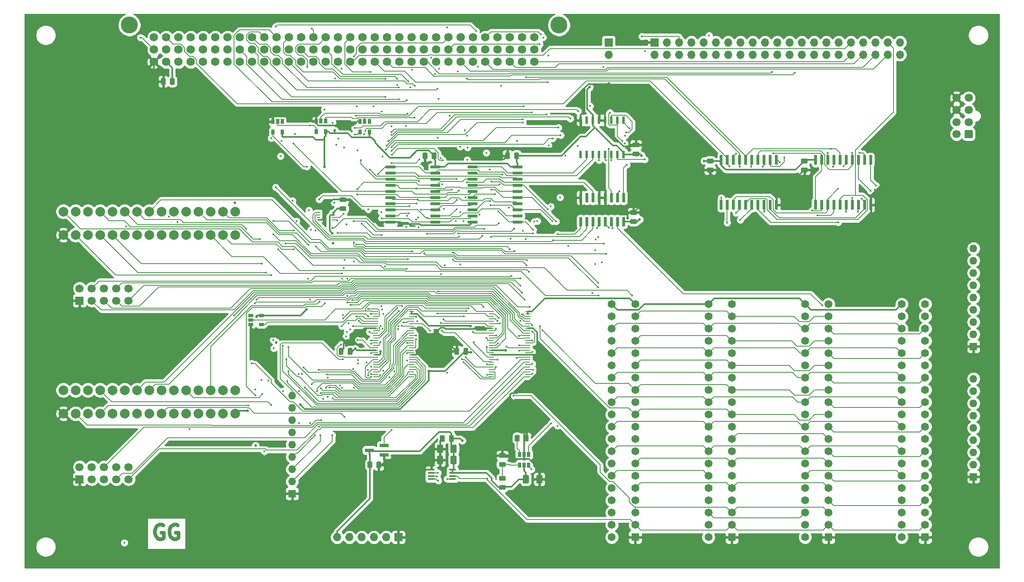
<source format=gbr>
G04 #@! TF.GenerationSoftware,KiCad,Pcbnew,(5.1.4)-1*
G04 #@! TF.CreationDate,2020-02-21T22:19:43+01:00*
G04 #@! TF.ProjectId,Project_GCM,50726f6a-6563-4745-9f47-434d2e6b6963,V4*
G04 #@! TF.SameCoordinates,PX40d9900PY1e84800*
G04 #@! TF.FileFunction,Copper,L1,Top*
G04 #@! TF.FilePolarity,Positive*
%FSLAX46Y46*%
G04 Gerber Fmt 4.6, Leading zero omitted, Abs format (unit mm)*
G04 Created by KiCad (PCBNEW (5.1.4)-1) date 2020-02-21 22:19:43*
%MOMM*%
%LPD*%
G04 APERTURE LIST*
%ADD10C,0.750000*%
%ADD11C,2.000000*%
%ADD12C,1.750000*%
%ADD13C,3.500000*%
%ADD14C,0.100000*%
%ADD15C,0.975000*%
%ADD16C,1.250000*%
%ADD17R,1.400000X0.450000*%
%ADD18C,1.700000*%
%ADD19R,1.650000X1.650000*%
%ADD20C,1.650000*%
%ADD21R,1.700000X1.700000*%
%ADD22O,1.700000X1.700000*%
%ADD23R,1.600000X1.600000*%
%ADD24O,1.600000X1.600000*%
%ADD25R,1.900000X0.800000*%
%ADD26R,0.650000X1.060000*%
%ADD27C,0.600000*%
%ADD28R,0.600000X1.500000*%
%ADD29R,0.750000X0.250000*%
%ADD30R,1.060000X0.650000*%
%ADD31R,1.000000X0.285000*%
%ADD32C,0.550000*%
%ADD33C,0.450000*%
%ADD34C,0.300000*%
%ADD35C,0.180000*%
%ADD36C,0.254000*%
G04 APERTURE END LIST*
D10*
X29285714Y-106500000D02*
X29000000Y-106357142D01*
X28571428Y-106357142D01*
X28142857Y-106500000D01*
X27857142Y-106785714D01*
X27714285Y-107071428D01*
X27571428Y-107642857D01*
X27571428Y-108071428D01*
X27714285Y-108642857D01*
X27857142Y-108928571D01*
X28142857Y-109214285D01*
X28571428Y-109357142D01*
X28857142Y-109357142D01*
X29285714Y-109214285D01*
X29428571Y-109071428D01*
X29428571Y-108071428D01*
X28857142Y-108071428D01*
X32285714Y-106500000D02*
X32000000Y-106357142D01*
X31571428Y-106357142D01*
X31142857Y-106500000D01*
X30857142Y-106785714D01*
X30714285Y-107071428D01*
X30571428Y-107642857D01*
X30571428Y-108071428D01*
X30714285Y-108642857D01*
X30857142Y-108928571D01*
X31142857Y-109214285D01*
X31571428Y-109357142D01*
X31857142Y-109357142D01*
X32285714Y-109214285D01*
X32428571Y-109071428D01*
X32428571Y-108071428D01*
X31857142Y-108071428D01*
D11*
X44190000Y-83400000D03*
X44190000Y-78540000D03*
X41650000Y-83400000D03*
X41650000Y-78540000D03*
X39110000Y-83400000D03*
X39110000Y-78540000D03*
X36570000Y-83400000D03*
X36570000Y-78540000D03*
X34030000Y-83400000D03*
X34030000Y-78540000D03*
X31490000Y-83400000D03*
X31490000Y-78540000D03*
X28950000Y-83400000D03*
X28950000Y-78540000D03*
X26410000Y-83400000D03*
X26410000Y-78540000D03*
X23870000Y-83400000D03*
X23870000Y-78540000D03*
X21330000Y-83400000D03*
X21330000Y-78540000D03*
X18790000Y-83400000D03*
X18790000Y-78540000D03*
X16250000Y-83400000D03*
X16250000Y-78540000D03*
X13710000Y-83400000D03*
X13710000Y-78540000D03*
X11170000Y-83400000D03*
X11170000Y-78540000D03*
X8640000Y-83400000D03*
X8630000Y-78540000D03*
X44190000Y-46400000D03*
X44190000Y-41540000D03*
X41650000Y-46400000D03*
X41650000Y-41540000D03*
X39110000Y-46400000D03*
X39110000Y-41540000D03*
X36570000Y-46400000D03*
X36570000Y-41540000D03*
X34030000Y-46400000D03*
X34030000Y-41540000D03*
X31490000Y-46400000D03*
X31490000Y-41540000D03*
X28950000Y-46400000D03*
X28950000Y-41540000D03*
X26410000Y-46400000D03*
X26410000Y-41540000D03*
X23870000Y-46400000D03*
X23870000Y-41540000D03*
X21330000Y-46400000D03*
X21330000Y-41540000D03*
X18790000Y-46400000D03*
X18790000Y-41540000D03*
X16250000Y-46400000D03*
X16250000Y-41540000D03*
X13710000Y-46400000D03*
X13710000Y-41540000D03*
X11170000Y-46400000D03*
X11170000Y-41540000D03*
X8640000Y-46400000D03*
X8630000Y-41540000D03*
D12*
X106140000Y-5460000D03*
X103600000Y-5460000D03*
X101060000Y-5460000D03*
X98520000Y-5460000D03*
X95980000Y-5460000D03*
X93440000Y-5460000D03*
X90900000Y-5460000D03*
X88360000Y-5460000D03*
X85820000Y-5460000D03*
X83280000Y-5460000D03*
X80740000Y-5460000D03*
X78200000Y-5460000D03*
X75660000Y-5460000D03*
X73120000Y-5460000D03*
X70580000Y-5460000D03*
X68040000Y-5460000D03*
X65500000Y-5460000D03*
X62960000Y-5460000D03*
X60420000Y-5460000D03*
X57880000Y-5460000D03*
X55340000Y-5460000D03*
X52800000Y-5460000D03*
X50260000Y-5460000D03*
X47720000Y-5460000D03*
X45180000Y-5460000D03*
X42640000Y-5460000D03*
X40100000Y-5460000D03*
X37560000Y-5460000D03*
X35020000Y-5460000D03*
X32480000Y-5460000D03*
X29940000Y-5460000D03*
X27400000Y-5460000D03*
X106140000Y-8000000D03*
X103600000Y-8000000D03*
X101060000Y-8000000D03*
X98520000Y-8000000D03*
X95980000Y-8000000D03*
X93440000Y-8000000D03*
X90900000Y-8000000D03*
X88360000Y-8000000D03*
X85820000Y-8000000D03*
X83280000Y-8000000D03*
X80740000Y-8000000D03*
X78200000Y-8000000D03*
X75660000Y-8000000D03*
X73120000Y-8000000D03*
X70580000Y-8000000D03*
X68040000Y-8000000D03*
X65500000Y-8000000D03*
X62960000Y-8000000D03*
X60420000Y-8000000D03*
X57880000Y-8000000D03*
X55340000Y-8000000D03*
X52800000Y-8000000D03*
X50260000Y-8000000D03*
X47720000Y-8000000D03*
X45180000Y-8000000D03*
X42640000Y-8000000D03*
X40100000Y-8000000D03*
X37560000Y-8000000D03*
X35020000Y-8000000D03*
X32480000Y-8000000D03*
X29940000Y-8000000D03*
X27400000Y-8000000D03*
X106140000Y-10540000D03*
X103600000Y-10540000D03*
X101060000Y-10540000D03*
X98520000Y-10540000D03*
X95980000Y-10540000D03*
X93440000Y-10540000D03*
X90900000Y-10540000D03*
X88360000Y-10540000D03*
X85820000Y-10540000D03*
X83280000Y-10540000D03*
X80740000Y-10540000D03*
X78200000Y-10540000D03*
X75660000Y-10540000D03*
X73120000Y-10540000D03*
X70580000Y-10540000D03*
X68040000Y-10540000D03*
X65500000Y-10540000D03*
X62960000Y-10540000D03*
X60420000Y-10540000D03*
X57880000Y-10540000D03*
X55340000Y-10540000D03*
X52800000Y-10540000D03*
X50260000Y-10540000D03*
X47720000Y-10540000D03*
X45180000Y-10540000D03*
X42640000Y-10540000D03*
X40100000Y-10540000D03*
X37560000Y-10540000D03*
X35020000Y-10540000D03*
X32480000Y-10540000D03*
X29940000Y-10540000D03*
X27400000Y-10540000D03*
D13*
X111220000Y-2920000D03*
X22320000Y-2920000D03*
D14*
G36*
X72330142Y-93301174D02*
G01*
X72353803Y-93304684D01*
X72377007Y-93310496D01*
X72399529Y-93318554D01*
X72421153Y-93328782D01*
X72441670Y-93341079D01*
X72460883Y-93355329D01*
X72478607Y-93371393D01*
X72494671Y-93389117D01*
X72508921Y-93408330D01*
X72521218Y-93428847D01*
X72531446Y-93450471D01*
X72539504Y-93472993D01*
X72545316Y-93496197D01*
X72548826Y-93519858D01*
X72550000Y-93543750D01*
X72550000Y-94456250D01*
X72548826Y-94480142D01*
X72545316Y-94503803D01*
X72539504Y-94527007D01*
X72531446Y-94549529D01*
X72521218Y-94571153D01*
X72508921Y-94591670D01*
X72494671Y-94610883D01*
X72478607Y-94628607D01*
X72460883Y-94644671D01*
X72441670Y-94658921D01*
X72421153Y-94671218D01*
X72399529Y-94681446D01*
X72377007Y-94689504D01*
X72353803Y-94695316D01*
X72330142Y-94698826D01*
X72306250Y-94700000D01*
X71818750Y-94700000D01*
X71794858Y-94698826D01*
X71771197Y-94695316D01*
X71747993Y-94689504D01*
X71725471Y-94681446D01*
X71703847Y-94671218D01*
X71683330Y-94658921D01*
X71664117Y-94644671D01*
X71646393Y-94628607D01*
X71630329Y-94610883D01*
X71616079Y-94591670D01*
X71603782Y-94571153D01*
X71593554Y-94549529D01*
X71585496Y-94527007D01*
X71579684Y-94503803D01*
X71576174Y-94480142D01*
X71575000Y-94456250D01*
X71575000Y-93543750D01*
X71576174Y-93519858D01*
X71579684Y-93496197D01*
X71585496Y-93472993D01*
X71593554Y-93450471D01*
X71603782Y-93428847D01*
X71616079Y-93408330D01*
X71630329Y-93389117D01*
X71646393Y-93371393D01*
X71664117Y-93355329D01*
X71683330Y-93341079D01*
X71703847Y-93328782D01*
X71725471Y-93318554D01*
X71747993Y-93310496D01*
X71771197Y-93304684D01*
X71794858Y-93301174D01*
X71818750Y-93300000D01*
X72306250Y-93300000D01*
X72330142Y-93301174D01*
X72330142Y-93301174D01*
G37*
D15*
X72062500Y-94000000D03*
D14*
G36*
X74205142Y-93301174D02*
G01*
X74228803Y-93304684D01*
X74252007Y-93310496D01*
X74274529Y-93318554D01*
X74296153Y-93328782D01*
X74316670Y-93341079D01*
X74335883Y-93355329D01*
X74353607Y-93371393D01*
X74369671Y-93389117D01*
X74383921Y-93408330D01*
X74396218Y-93428847D01*
X74406446Y-93450471D01*
X74414504Y-93472993D01*
X74420316Y-93496197D01*
X74423826Y-93519858D01*
X74425000Y-93543750D01*
X74425000Y-94456250D01*
X74423826Y-94480142D01*
X74420316Y-94503803D01*
X74414504Y-94527007D01*
X74406446Y-94549529D01*
X74396218Y-94571153D01*
X74383921Y-94591670D01*
X74369671Y-94610883D01*
X74353607Y-94628607D01*
X74335883Y-94644671D01*
X74316670Y-94658921D01*
X74296153Y-94671218D01*
X74274529Y-94681446D01*
X74252007Y-94689504D01*
X74228803Y-94695316D01*
X74205142Y-94698826D01*
X74181250Y-94700000D01*
X73693750Y-94700000D01*
X73669858Y-94698826D01*
X73646197Y-94695316D01*
X73622993Y-94689504D01*
X73600471Y-94681446D01*
X73578847Y-94671218D01*
X73558330Y-94658921D01*
X73539117Y-94644671D01*
X73521393Y-94628607D01*
X73505329Y-94610883D01*
X73491079Y-94591670D01*
X73478782Y-94571153D01*
X73468554Y-94549529D01*
X73460496Y-94527007D01*
X73454684Y-94503803D01*
X73451174Y-94480142D01*
X73450000Y-94456250D01*
X73450000Y-93543750D01*
X73451174Y-93519858D01*
X73454684Y-93496197D01*
X73460496Y-93472993D01*
X73468554Y-93450471D01*
X73478782Y-93428847D01*
X73491079Y-93408330D01*
X73505329Y-93389117D01*
X73521393Y-93371393D01*
X73539117Y-93355329D01*
X73558330Y-93341079D01*
X73578847Y-93328782D01*
X73600471Y-93318554D01*
X73622993Y-93310496D01*
X73646197Y-93304684D01*
X73669858Y-93301174D01*
X73693750Y-93300000D01*
X74181250Y-93300000D01*
X74205142Y-93301174D01*
X74205142Y-93301174D01*
G37*
D15*
X73937500Y-94000000D03*
D14*
G36*
X104749504Y-96126204D02*
G01*
X104773773Y-96129804D01*
X104797571Y-96135765D01*
X104820671Y-96144030D01*
X104842849Y-96154520D01*
X104863893Y-96167133D01*
X104883598Y-96181747D01*
X104901777Y-96198223D01*
X104918253Y-96216402D01*
X104932867Y-96236107D01*
X104945480Y-96257151D01*
X104955970Y-96279329D01*
X104964235Y-96302429D01*
X104970196Y-96326227D01*
X104973796Y-96350496D01*
X104975000Y-96375000D01*
X104975000Y-97625000D01*
X104973796Y-97649504D01*
X104970196Y-97673773D01*
X104964235Y-97697571D01*
X104955970Y-97720671D01*
X104945480Y-97742849D01*
X104932867Y-97763893D01*
X104918253Y-97783598D01*
X104901777Y-97801777D01*
X104883598Y-97818253D01*
X104863893Y-97832867D01*
X104842849Y-97845480D01*
X104820671Y-97855970D01*
X104797571Y-97864235D01*
X104773773Y-97870196D01*
X104749504Y-97873796D01*
X104725000Y-97875000D01*
X103975000Y-97875000D01*
X103950496Y-97873796D01*
X103926227Y-97870196D01*
X103902429Y-97864235D01*
X103879329Y-97855970D01*
X103857151Y-97845480D01*
X103836107Y-97832867D01*
X103816402Y-97818253D01*
X103798223Y-97801777D01*
X103781747Y-97783598D01*
X103767133Y-97763893D01*
X103754520Y-97742849D01*
X103744030Y-97720671D01*
X103735765Y-97697571D01*
X103729804Y-97673773D01*
X103726204Y-97649504D01*
X103725000Y-97625000D01*
X103725000Y-96375000D01*
X103726204Y-96350496D01*
X103729804Y-96326227D01*
X103735765Y-96302429D01*
X103744030Y-96279329D01*
X103754520Y-96257151D01*
X103767133Y-96236107D01*
X103781747Y-96216402D01*
X103798223Y-96198223D01*
X103816402Y-96181747D01*
X103836107Y-96167133D01*
X103857151Y-96154520D01*
X103879329Y-96144030D01*
X103902429Y-96135765D01*
X103926227Y-96129804D01*
X103950496Y-96126204D01*
X103975000Y-96125000D01*
X104725000Y-96125000D01*
X104749504Y-96126204D01*
X104749504Y-96126204D01*
G37*
D16*
X104350000Y-97000000D03*
D14*
G36*
X107549504Y-96126204D02*
G01*
X107573773Y-96129804D01*
X107597571Y-96135765D01*
X107620671Y-96144030D01*
X107642849Y-96154520D01*
X107663893Y-96167133D01*
X107683598Y-96181747D01*
X107701777Y-96198223D01*
X107718253Y-96216402D01*
X107732867Y-96236107D01*
X107745480Y-96257151D01*
X107755970Y-96279329D01*
X107764235Y-96302429D01*
X107770196Y-96326227D01*
X107773796Y-96350496D01*
X107775000Y-96375000D01*
X107775000Y-97625000D01*
X107773796Y-97649504D01*
X107770196Y-97673773D01*
X107764235Y-97697571D01*
X107755970Y-97720671D01*
X107745480Y-97742849D01*
X107732867Y-97763893D01*
X107718253Y-97783598D01*
X107701777Y-97801777D01*
X107683598Y-97818253D01*
X107663893Y-97832867D01*
X107642849Y-97845480D01*
X107620671Y-97855970D01*
X107597571Y-97864235D01*
X107573773Y-97870196D01*
X107549504Y-97873796D01*
X107525000Y-97875000D01*
X106775000Y-97875000D01*
X106750496Y-97873796D01*
X106726227Y-97870196D01*
X106702429Y-97864235D01*
X106679329Y-97855970D01*
X106657151Y-97845480D01*
X106636107Y-97832867D01*
X106616402Y-97818253D01*
X106598223Y-97801777D01*
X106581747Y-97783598D01*
X106567133Y-97763893D01*
X106554520Y-97742849D01*
X106544030Y-97720671D01*
X106535765Y-97697571D01*
X106529804Y-97673773D01*
X106526204Y-97649504D01*
X106525000Y-97625000D01*
X106525000Y-96375000D01*
X106526204Y-96350496D01*
X106529804Y-96326227D01*
X106535765Y-96302429D01*
X106544030Y-96279329D01*
X106554520Y-96257151D01*
X106567133Y-96236107D01*
X106581747Y-96216402D01*
X106598223Y-96198223D01*
X106616402Y-96181747D01*
X106636107Y-96167133D01*
X106657151Y-96154520D01*
X106679329Y-96144030D01*
X106702429Y-96135765D01*
X106726227Y-96129804D01*
X106750496Y-96126204D01*
X106775000Y-96125000D01*
X107525000Y-96125000D01*
X107549504Y-96126204D01*
X107549504Y-96126204D01*
G37*
D16*
X107150000Y-97000000D03*
D14*
G36*
X127130142Y-43121174D02*
G01*
X127153803Y-43124684D01*
X127177007Y-43130496D01*
X127199529Y-43138554D01*
X127221153Y-43148782D01*
X127241670Y-43161079D01*
X127260883Y-43175329D01*
X127278607Y-43191393D01*
X127294671Y-43209117D01*
X127308921Y-43228330D01*
X127321218Y-43248847D01*
X127331446Y-43270471D01*
X127339504Y-43292993D01*
X127345316Y-43316197D01*
X127348826Y-43339858D01*
X127350000Y-43363750D01*
X127350000Y-43851250D01*
X127348826Y-43875142D01*
X127345316Y-43898803D01*
X127339504Y-43922007D01*
X127331446Y-43944529D01*
X127321218Y-43966153D01*
X127308921Y-43986670D01*
X127294671Y-44005883D01*
X127278607Y-44023607D01*
X127260883Y-44039671D01*
X127241670Y-44053921D01*
X127221153Y-44066218D01*
X127199529Y-44076446D01*
X127177007Y-44084504D01*
X127153803Y-44090316D01*
X127130142Y-44093826D01*
X127106250Y-44095000D01*
X126193750Y-44095000D01*
X126169858Y-44093826D01*
X126146197Y-44090316D01*
X126122993Y-44084504D01*
X126100471Y-44076446D01*
X126078847Y-44066218D01*
X126058330Y-44053921D01*
X126039117Y-44039671D01*
X126021393Y-44023607D01*
X126005329Y-44005883D01*
X125991079Y-43986670D01*
X125978782Y-43966153D01*
X125968554Y-43944529D01*
X125960496Y-43922007D01*
X125954684Y-43898803D01*
X125951174Y-43875142D01*
X125950000Y-43851250D01*
X125950000Y-43363750D01*
X125951174Y-43339858D01*
X125954684Y-43316197D01*
X125960496Y-43292993D01*
X125968554Y-43270471D01*
X125978782Y-43248847D01*
X125991079Y-43228330D01*
X126005329Y-43209117D01*
X126021393Y-43191393D01*
X126039117Y-43175329D01*
X126058330Y-43161079D01*
X126078847Y-43148782D01*
X126100471Y-43138554D01*
X126122993Y-43130496D01*
X126146197Y-43124684D01*
X126169858Y-43121174D01*
X126193750Y-43120000D01*
X127106250Y-43120000D01*
X127130142Y-43121174D01*
X127130142Y-43121174D01*
G37*
D15*
X126650000Y-43607500D03*
D14*
G36*
X127130142Y-41246174D02*
G01*
X127153803Y-41249684D01*
X127177007Y-41255496D01*
X127199529Y-41263554D01*
X127221153Y-41273782D01*
X127241670Y-41286079D01*
X127260883Y-41300329D01*
X127278607Y-41316393D01*
X127294671Y-41334117D01*
X127308921Y-41353330D01*
X127321218Y-41373847D01*
X127331446Y-41395471D01*
X127339504Y-41417993D01*
X127345316Y-41441197D01*
X127348826Y-41464858D01*
X127350000Y-41488750D01*
X127350000Y-41976250D01*
X127348826Y-42000142D01*
X127345316Y-42023803D01*
X127339504Y-42047007D01*
X127331446Y-42069529D01*
X127321218Y-42091153D01*
X127308921Y-42111670D01*
X127294671Y-42130883D01*
X127278607Y-42148607D01*
X127260883Y-42164671D01*
X127241670Y-42178921D01*
X127221153Y-42191218D01*
X127199529Y-42201446D01*
X127177007Y-42209504D01*
X127153803Y-42215316D01*
X127130142Y-42218826D01*
X127106250Y-42220000D01*
X126193750Y-42220000D01*
X126169858Y-42218826D01*
X126146197Y-42215316D01*
X126122993Y-42209504D01*
X126100471Y-42201446D01*
X126078847Y-42191218D01*
X126058330Y-42178921D01*
X126039117Y-42164671D01*
X126021393Y-42148607D01*
X126005329Y-42130883D01*
X125991079Y-42111670D01*
X125978782Y-42091153D01*
X125968554Y-42069529D01*
X125960496Y-42047007D01*
X125954684Y-42023803D01*
X125951174Y-42000142D01*
X125950000Y-41976250D01*
X125950000Y-41488750D01*
X125951174Y-41464858D01*
X125954684Y-41441197D01*
X125960496Y-41417993D01*
X125968554Y-41395471D01*
X125978782Y-41373847D01*
X125991079Y-41353330D01*
X126005329Y-41334117D01*
X126021393Y-41316393D01*
X126039117Y-41300329D01*
X126058330Y-41286079D01*
X126078847Y-41273782D01*
X126100471Y-41263554D01*
X126122993Y-41255496D01*
X126146197Y-41249684D01*
X126169858Y-41246174D01*
X126193750Y-41245000D01*
X127106250Y-41245000D01*
X127130142Y-41246174D01*
X127130142Y-41246174D01*
G37*
D15*
X126650000Y-41732500D03*
D14*
G36*
X127630142Y-29121174D02*
G01*
X127653803Y-29124684D01*
X127677007Y-29130496D01*
X127699529Y-29138554D01*
X127721153Y-29148782D01*
X127741670Y-29161079D01*
X127760883Y-29175329D01*
X127778607Y-29191393D01*
X127794671Y-29209117D01*
X127808921Y-29228330D01*
X127821218Y-29248847D01*
X127831446Y-29270471D01*
X127839504Y-29292993D01*
X127845316Y-29316197D01*
X127848826Y-29339858D01*
X127850000Y-29363750D01*
X127850000Y-29851250D01*
X127848826Y-29875142D01*
X127845316Y-29898803D01*
X127839504Y-29922007D01*
X127831446Y-29944529D01*
X127821218Y-29966153D01*
X127808921Y-29986670D01*
X127794671Y-30005883D01*
X127778607Y-30023607D01*
X127760883Y-30039671D01*
X127741670Y-30053921D01*
X127721153Y-30066218D01*
X127699529Y-30076446D01*
X127677007Y-30084504D01*
X127653803Y-30090316D01*
X127630142Y-30093826D01*
X127606250Y-30095000D01*
X126693750Y-30095000D01*
X126669858Y-30093826D01*
X126646197Y-30090316D01*
X126622993Y-30084504D01*
X126600471Y-30076446D01*
X126578847Y-30066218D01*
X126558330Y-30053921D01*
X126539117Y-30039671D01*
X126521393Y-30023607D01*
X126505329Y-30005883D01*
X126491079Y-29986670D01*
X126478782Y-29966153D01*
X126468554Y-29944529D01*
X126460496Y-29922007D01*
X126454684Y-29898803D01*
X126451174Y-29875142D01*
X126450000Y-29851250D01*
X126450000Y-29363750D01*
X126451174Y-29339858D01*
X126454684Y-29316197D01*
X126460496Y-29292993D01*
X126468554Y-29270471D01*
X126478782Y-29248847D01*
X126491079Y-29228330D01*
X126505329Y-29209117D01*
X126521393Y-29191393D01*
X126539117Y-29175329D01*
X126558330Y-29161079D01*
X126578847Y-29148782D01*
X126600471Y-29138554D01*
X126622993Y-29130496D01*
X126646197Y-29124684D01*
X126669858Y-29121174D01*
X126693750Y-29120000D01*
X127606250Y-29120000D01*
X127630142Y-29121174D01*
X127630142Y-29121174D01*
G37*
D15*
X127150000Y-29607500D03*
D14*
G36*
X127630142Y-27246174D02*
G01*
X127653803Y-27249684D01*
X127677007Y-27255496D01*
X127699529Y-27263554D01*
X127721153Y-27273782D01*
X127741670Y-27286079D01*
X127760883Y-27300329D01*
X127778607Y-27316393D01*
X127794671Y-27334117D01*
X127808921Y-27353330D01*
X127821218Y-27373847D01*
X127831446Y-27395471D01*
X127839504Y-27417993D01*
X127845316Y-27441197D01*
X127848826Y-27464858D01*
X127850000Y-27488750D01*
X127850000Y-27976250D01*
X127848826Y-28000142D01*
X127845316Y-28023803D01*
X127839504Y-28047007D01*
X127831446Y-28069529D01*
X127821218Y-28091153D01*
X127808921Y-28111670D01*
X127794671Y-28130883D01*
X127778607Y-28148607D01*
X127760883Y-28164671D01*
X127741670Y-28178921D01*
X127721153Y-28191218D01*
X127699529Y-28201446D01*
X127677007Y-28209504D01*
X127653803Y-28215316D01*
X127630142Y-28218826D01*
X127606250Y-28220000D01*
X126693750Y-28220000D01*
X126669858Y-28218826D01*
X126646197Y-28215316D01*
X126622993Y-28209504D01*
X126600471Y-28201446D01*
X126578847Y-28191218D01*
X126558330Y-28178921D01*
X126539117Y-28164671D01*
X126521393Y-28148607D01*
X126505329Y-28130883D01*
X126491079Y-28111670D01*
X126478782Y-28091153D01*
X126468554Y-28069529D01*
X126460496Y-28047007D01*
X126454684Y-28023803D01*
X126451174Y-28000142D01*
X126450000Y-27976250D01*
X126450000Y-27488750D01*
X126451174Y-27464858D01*
X126454684Y-27441197D01*
X126460496Y-27417993D01*
X126468554Y-27395471D01*
X126478782Y-27373847D01*
X126491079Y-27353330D01*
X126505329Y-27334117D01*
X126521393Y-27316393D01*
X126539117Y-27300329D01*
X126558330Y-27286079D01*
X126578847Y-27273782D01*
X126600471Y-27263554D01*
X126622993Y-27255496D01*
X126646197Y-27249684D01*
X126669858Y-27246174D01*
X126693750Y-27245000D01*
X127606250Y-27245000D01*
X127630142Y-27246174D01*
X127630142Y-27246174D01*
G37*
D15*
X127150000Y-27732500D03*
D14*
G36*
X31465142Y-13901174D02*
G01*
X31488803Y-13904684D01*
X31512007Y-13910496D01*
X31534529Y-13918554D01*
X31556153Y-13928782D01*
X31576670Y-13941079D01*
X31595883Y-13955329D01*
X31613607Y-13971393D01*
X31629671Y-13989117D01*
X31643921Y-14008330D01*
X31656218Y-14028847D01*
X31666446Y-14050471D01*
X31674504Y-14072993D01*
X31680316Y-14096197D01*
X31683826Y-14119858D01*
X31685000Y-14143750D01*
X31685000Y-15056250D01*
X31683826Y-15080142D01*
X31680316Y-15103803D01*
X31674504Y-15127007D01*
X31666446Y-15149529D01*
X31656218Y-15171153D01*
X31643921Y-15191670D01*
X31629671Y-15210883D01*
X31613607Y-15228607D01*
X31595883Y-15244671D01*
X31576670Y-15258921D01*
X31556153Y-15271218D01*
X31534529Y-15281446D01*
X31512007Y-15289504D01*
X31488803Y-15295316D01*
X31465142Y-15298826D01*
X31441250Y-15300000D01*
X30953750Y-15300000D01*
X30929858Y-15298826D01*
X30906197Y-15295316D01*
X30882993Y-15289504D01*
X30860471Y-15281446D01*
X30838847Y-15271218D01*
X30818330Y-15258921D01*
X30799117Y-15244671D01*
X30781393Y-15228607D01*
X30765329Y-15210883D01*
X30751079Y-15191670D01*
X30738782Y-15171153D01*
X30728554Y-15149529D01*
X30720496Y-15127007D01*
X30714684Y-15103803D01*
X30711174Y-15080142D01*
X30710000Y-15056250D01*
X30710000Y-14143750D01*
X30711174Y-14119858D01*
X30714684Y-14096197D01*
X30720496Y-14072993D01*
X30728554Y-14050471D01*
X30738782Y-14028847D01*
X30751079Y-14008330D01*
X30765329Y-13989117D01*
X30781393Y-13971393D01*
X30799117Y-13955329D01*
X30818330Y-13941079D01*
X30838847Y-13928782D01*
X30860471Y-13918554D01*
X30882993Y-13910496D01*
X30906197Y-13904684D01*
X30929858Y-13901174D01*
X30953750Y-13900000D01*
X31441250Y-13900000D01*
X31465142Y-13901174D01*
X31465142Y-13901174D01*
G37*
D15*
X31197500Y-14600000D03*
D14*
G36*
X29590142Y-13901174D02*
G01*
X29613803Y-13904684D01*
X29637007Y-13910496D01*
X29659529Y-13918554D01*
X29681153Y-13928782D01*
X29701670Y-13941079D01*
X29720883Y-13955329D01*
X29738607Y-13971393D01*
X29754671Y-13989117D01*
X29768921Y-14008330D01*
X29781218Y-14028847D01*
X29791446Y-14050471D01*
X29799504Y-14072993D01*
X29805316Y-14096197D01*
X29808826Y-14119858D01*
X29810000Y-14143750D01*
X29810000Y-15056250D01*
X29808826Y-15080142D01*
X29805316Y-15103803D01*
X29799504Y-15127007D01*
X29791446Y-15149529D01*
X29781218Y-15171153D01*
X29768921Y-15191670D01*
X29754671Y-15210883D01*
X29738607Y-15228607D01*
X29720883Y-15244671D01*
X29701670Y-15258921D01*
X29681153Y-15271218D01*
X29659529Y-15281446D01*
X29637007Y-15289504D01*
X29613803Y-15295316D01*
X29590142Y-15298826D01*
X29566250Y-15300000D01*
X29078750Y-15300000D01*
X29054858Y-15298826D01*
X29031197Y-15295316D01*
X29007993Y-15289504D01*
X28985471Y-15281446D01*
X28963847Y-15271218D01*
X28943330Y-15258921D01*
X28924117Y-15244671D01*
X28906393Y-15228607D01*
X28890329Y-15210883D01*
X28876079Y-15191670D01*
X28863782Y-15171153D01*
X28853554Y-15149529D01*
X28845496Y-15127007D01*
X28839684Y-15103803D01*
X28836174Y-15080142D01*
X28835000Y-15056250D01*
X28835000Y-14143750D01*
X28836174Y-14119858D01*
X28839684Y-14096197D01*
X28845496Y-14072993D01*
X28853554Y-14050471D01*
X28863782Y-14028847D01*
X28876079Y-14008330D01*
X28890329Y-13989117D01*
X28906393Y-13971393D01*
X28924117Y-13955329D01*
X28943330Y-13941079D01*
X28963847Y-13928782D01*
X28985471Y-13918554D01*
X29007993Y-13910496D01*
X29031197Y-13904684D01*
X29054858Y-13901174D01*
X29078750Y-13900000D01*
X29566250Y-13900000D01*
X29590142Y-13901174D01*
X29590142Y-13901174D01*
G37*
D15*
X29322500Y-14600000D03*
D14*
G36*
X86999504Y-92126204D02*
G01*
X87023773Y-92129804D01*
X87047571Y-92135765D01*
X87070671Y-92144030D01*
X87092849Y-92154520D01*
X87113893Y-92167133D01*
X87133598Y-92181747D01*
X87151777Y-92198223D01*
X87168253Y-92216402D01*
X87182867Y-92236107D01*
X87195480Y-92257151D01*
X87205970Y-92279329D01*
X87214235Y-92302429D01*
X87220196Y-92326227D01*
X87223796Y-92350496D01*
X87225000Y-92375000D01*
X87225000Y-93625000D01*
X87223796Y-93649504D01*
X87220196Y-93673773D01*
X87214235Y-93697571D01*
X87205970Y-93720671D01*
X87195480Y-93742849D01*
X87182867Y-93763893D01*
X87168253Y-93783598D01*
X87151777Y-93801777D01*
X87133598Y-93818253D01*
X87113893Y-93832867D01*
X87092849Y-93845480D01*
X87070671Y-93855970D01*
X87047571Y-93864235D01*
X87023773Y-93870196D01*
X86999504Y-93873796D01*
X86975000Y-93875000D01*
X86225000Y-93875000D01*
X86200496Y-93873796D01*
X86176227Y-93870196D01*
X86152429Y-93864235D01*
X86129329Y-93855970D01*
X86107151Y-93845480D01*
X86086107Y-93832867D01*
X86066402Y-93818253D01*
X86048223Y-93801777D01*
X86031747Y-93783598D01*
X86017133Y-93763893D01*
X86004520Y-93742849D01*
X85994030Y-93720671D01*
X85985765Y-93697571D01*
X85979804Y-93673773D01*
X85976204Y-93649504D01*
X85975000Y-93625000D01*
X85975000Y-92375000D01*
X85976204Y-92350496D01*
X85979804Y-92326227D01*
X85985765Y-92302429D01*
X85994030Y-92279329D01*
X86004520Y-92257151D01*
X86017133Y-92236107D01*
X86031747Y-92216402D01*
X86048223Y-92198223D01*
X86066402Y-92181747D01*
X86086107Y-92167133D01*
X86107151Y-92154520D01*
X86129329Y-92144030D01*
X86152429Y-92135765D01*
X86176227Y-92129804D01*
X86200496Y-92126204D01*
X86225000Y-92125000D01*
X86975000Y-92125000D01*
X86999504Y-92126204D01*
X86999504Y-92126204D01*
G37*
D16*
X86600000Y-93000000D03*
D14*
G36*
X89799504Y-92126204D02*
G01*
X89823773Y-92129804D01*
X89847571Y-92135765D01*
X89870671Y-92144030D01*
X89892849Y-92154520D01*
X89913893Y-92167133D01*
X89933598Y-92181747D01*
X89951777Y-92198223D01*
X89968253Y-92216402D01*
X89982867Y-92236107D01*
X89995480Y-92257151D01*
X90005970Y-92279329D01*
X90014235Y-92302429D01*
X90020196Y-92326227D01*
X90023796Y-92350496D01*
X90025000Y-92375000D01*
X90025000Y-93625000D01*
X90023796Y-93649504D01*
X90020196Y-93673773D01*
X90014235Y-93697571D01*
X90005970Y-93720671D01*
X89995480Y-93742849D01*
X89982867Y-93763893D01*
X89968253Y-93783598D01*
X89951777Y-93801777D01*
X89933598Y-93818253D01*
X89913893Y-93832867D01*
X89892849Y-93845480D01*
X89870671Y-93855970D01*
X89847571Y-93864235D01*
X89823773Y-93870196D01*
X89799504Y-93873796D01*
X89775000Y-93875000D01*
X89025000Y-93875000D01*
X89000496Y-93873796D01*
X88976227Y-93870196D01*
X88952429Y-93864235D01*
X88929329Y-93855970D01*
X88907151Y-93845480D01*
X88886107Y-93832867D01*
X88866402Y-93818253D01*
X88848223Y-93801777D01*
X88831747Y-93783598D01*
X88817133Y-93763893D01*
X88804520Y-93742849D01*
X88794030Y-93720671D01*
X88785765Y-93697571D01*
X88779804Y-93673773D01*
X88776204Y-93649504D01*
X88775000Y-93625000D01*
X88775000Y-92375000D01*
X88776204Y-92350496D01*
X88779804Y-92326227D01*
X88785765Y-92302429D01*
X88794030Y-92279329D01*
X88804520Y-92257151D01*
X88817133Y-92236107D01*
X88831747Y-92216402D01*
X88848223Y-92198223D01*
X88866402Y-92181747D01*
X88886107Y-92167133D01*
X88907151Y-92154520D01*
X88929329Y-92144030D01*
X88952429Y-92135765D01*
X88976227Y-92129804D01*
X89000496Y-92126204D01*
X89025000Y-92125000D01*
X89775000Y-92125000D01*
X89799504Y-92126204D01*
X89799504Y-92126204D01*
G37*
D16*
X89400000Y-93000000D03*
D14*
G36*
X162480142Y-30576174D02*
G01*
X162503803Y-30579684D01*
X162527007Y-30585496D01*
X162549529Y-30593554D01*
X162571153Y-30603782D01*
X162591670Y-30616079D01*
X162610883Y-30630329D01*
X162628607Y-30646393D01*
X162644671Y-30664117D01*
X162658921Y-30683330D01*
X162671218Y-30703847D01*
X162681446Y-30725471D01*
X162689504Y-30747993D01*
X162695316Y-30771197D01*
X162698826Y-30794858D01*
X162700000Y-30818750D01*
X162700000Y-31306250D01*
X162698826Y-31330142D01*
X162695316Y-31353803D01*
X162689504Y-31377007D01*
X162681446Y-31399529D01*
X162671218Y-31421153D01*
X162658921Y-31441670D01*
X162644671Y-31460883D01*
X162628607Y-31478607D01*
X162610883Y-31494671D01*
X162591670Y-31508921D01*
X162571153Y-31521218D01*
X162549529Y-31531446D01*
X162527007Y-31539504D01*
X162503803Y-31545316D01*
X162480142Y-31548826D01*
X162456250Y-31550000D01*
X161543750Y-31550000D01*
X161519858Y-31548826D01*
X161496197Y-31545316D01*
X161472993Y-31539504D01*
X161450471Y-31531446D01*
X161428847Y-31521218D01*
X161408330Y-31508921D01*
X161389117Y-31494671D01*
X161371393Y-31478607D01*
X161355329Y-31460883D01*
X161341079Y-31441670D01*
X161328782Y-31421153D01*
X161318554Y-31399529D01*
X161310496Y-31377007D01*
X161304684Y-31353803D01*
X161301174Y-31330142D01*
X161300000Y-31306250D01*
X161300000Y-30818750D01*
X161301174Y-30794858D01*
X161304684Y-30771197D01*
X161310496Y-30747993D01*
X161318554Y-30725471D01*
X161328782Y-30703847D01*
X161341079Y-30683330D01*
X161355329Y-30664117D01*
X161371393Y-30646393D01*
X161389117Y-30630329D01*
X161408330Y-30616079D01*
X161428847Y-30603782D01*
X161450471Y-30593554D01*
X161472993Y-30585496D01*
X161496197Y-30579684D01*
X161519858Y-30576174D01*
X161543750Y-30575000D01*
X162456250Y-30575000D01*
X162480142Y-30576174D01*
X162480142Y-30576174D01*
G37*
D15*
X162000000Y-31062500D03*
D14*
G36*
X162480142Y-32451174D02*
G01*
X162503803Y-32454684D01*
X162527007Y-32460496D01*
X162549529Y-32468554D01*
X162571153Y-32478782D01*
X162591670Y-32491079D01*
X162610883Y-32505329D01*
X162628607Y-32521393D01*
X162644671Y-32539117D01*
X162658921Y-32558330D01*
X162671218Y-32578847D01*
X162681446Y-32600471D01*
X162689504Y-32622993D01*
X162695316Y-32646197D01*
X162698826Y-32669858D01*
X162700000Y-32693750D01*
X162700000Y-33181250D01*
X162698826Y-33205142D01*
X162695316Y-33228803D01*
X162689504Y-33252007D01*
X162681446Y-33274529D01*
X162671218Y-33296153D01*
X162658921Y-33316670D01*
X162644671Y-33335883D01*
X162628607Y-33353607D01*
X162610883Y-33369671D01*
X162591670Y-33383921D01*
X162571153Y-33396218D01*
X162549529Y-33406446D01*
X162527007Y-33414504D01*
X162503803Y-33420316D01*
X162480142Y-33423826D01*
X162456250Y-33425000D01*
X161543750Y-33425000D01*
X161519858Y-33423826D01*
X161496197Y-33420316D01*
X161472993Y-33414504D01*
X161450471Y-33406446D01*
X161428847Y-33396218D01*
X161408330Y-33383921D01*
X161389117Y-33369671D01*
X161371393Y-33353607D01*
X161355329Y-33335883D01*
X161341079Y-33316670D01*
X161328782Y-33296153D01*
X161318554Y-33274529D01*
X161310496Y-33252007D01*
X161304684Y-33228803D01*
X161301174Y-33205142D01*
X161300000Y-33181250D01*
X161300000Y-32693750D01*
X161301174Y-32669858D01*
X161304684Y-32646197D01*
X161310496Y-32622993D01*
X161318554Y-32600471D01*
X161328782Y-32578847D01*
X161341079Y-32558330D01*
X161355329Y-32539117D01*
X161371393Y-32521393D01*
X161389117Y-32505329D01*
X161408330Y-32491079D01*
X161428847Y-32478782D01*
X161450471Y-32468554D01*
X161472993Y-32460496D01*
X161496197Y-32454684D01*
X161519858Y-32451174D01*
X161543750Y-32450000D01*
X162456250Y-32450000D01*
X162480142Y-32451174D01*
X162480142Y-32451174D01*
G37*
D15*
X162000000Y-32937500D03*
D14*
G36*
X142980142Y-32451174D02*
G01*
X143003803Y-32454684D01*
X143027007Y-32460496D01*
X143049529Y-32468554D01*
X143071153Y-32478782D01*
X143091670Y-32491079D01*
X143110883Y-32505329D01*
X143128607Y-32521393D01*
X143144671Y-32539117D01*
X143158921Y-32558330D01*
X143171218Y-32578847D01*
X143181446Y-32600471D01*
X143189504Y-32622993D01*
X143195316Y-32646197D01*
X143198826Y-32669858D01*
X143200000Y-32693750D01*
X143200000Y-33181250D01*
X143198826Y-33205142D01*
X143195316Y-33228803D01*
X143189504Y-33252007D01*
X143181446Y-33274529D01*
X143171218Y-33296153D01*
X143158921Y-33316670D01*
X143144671Y-33335883D01*
X143128607Y-33353607D01*
X143110883Y-33369671D01*
X143091670Y-33383921D01*
X143071153Y-33396218D01*
X143049529Y-33406446D01*
X143027007Y-33414504D01*
X143003803Y-33420316D01*
X142980142Y-33423826D01*
X142956250Y-33425000D01*
X142043750Y-33425000D01*
X142019858Y-33423826D01*
X141996197Y-33420316D01*
X141972993Y-33414504D01*
X141950471Y-33406446D01*
X141928847Y-33396218D01*
X141908330Y-33383921D01*
X141889117Y-33369671D01*
X141871393Y-33353607D01*
X141855329Y-33335883D01*
X141841079Y-33316670D01*
X141828782Y-33296153D01*
X141818554Y-33274529D01*
X141810496Y-33252007D01*
X141804684Y-33228803D01*
X141801174Y-33205142D01*
X141800000Y-33181250D01*
X141800000Y-32693750D01*
X141801174Y-32669858D01*
X141804684Y-32646197D01*
X141810496Y-32622993D01*
X141818554Y-32600471D01*
X141828782Y-32578847D01*
X141841079Y-32558330D01*
X141855329Y-32539117D01*
X141871393Y-32521393D01*
X141889117Y-32505329D01*
X141908330Y-32491079D01*
X141928847Y-32478782D01*
X141950471Y-32468554D01*
X141972993Y-32460496D01*
X141996197Y-32454684D01*
X142019858Y-32451174D01*
X142043750Y-32450000D01*
X142956250Y-32450000D01*
X142980142Y-32451174D01*
X142980142Y-32451174D01*
G37*
D15*
X142500000Y-32937500D03*
D14*
G36*
X142980142Y-30576174D02*
G01*
X143003803Y-30579684D01*
X143027007Y-30585496D01*
X143049529Y-30593554D01*
X143071153Y-30603782D01*
X143091670Y-30616079D01*
X143110883Y-30630329D01*
X143128607Y-30646393D01*
X143144671Y-30664117D01*
X143158921Y-30683330D01*
X143171218Y-30703847D01*
X143181446Y-30725471D01*
X143189504Y-30747993D01*
X143195316Y-30771197D01*
X143198826Y-30794858D01*
X143200000Y-30818750D01*
X143200000Y-31306250D01*
X143198826Y-31330142D01*
X143195316Y-31353803D01*
X143189504Y-31377007D01*
X143181446Y-31399529D01*
X143171218Y-31421153D01*
X143158921Y-31441670D01*
X143144671Y-31460883D01*
X143128607Y-31478607D01*
X143110883Y-31494671D01*
X143091670Y-31508921D01*
X143071153Y-31521218D01*
X143049529Y-31531446D01*
X143027007Y-31539504D01*
X143003803Y-31545316D01*
X142980142Y-31548826D01*
X142956250Y-31550000D01*
X142043750Y-31550000D01*
X142019858Y-31548826D01*
X141996197Y-31545316D01*
X141972993Y-31539504D01*
X141950471Y-31531446D01*
X141928847Y-31521218D01*
X141908330Y-31508921D01*
X141889117Y-31494671D01*
X141871393Y-31478607D01*
X141855329Y-31460883D01*
X141841079Y-31441670D01*
X141828782Y-31421153D01*
X141818554Y-31399529D01*
X141810496Y-31377007D01*
X141804684Y-31353803D01*
X141801174Y-31330142D01*
X141800000Y-31306250D01*
X141800000Y-30818750D01*
X141801174Y-30794858D01*
X141804684Y-30771197D01*
X141810496Y-30747993D01*
X141818554Y-30725471D01*
X141828782Y-30703847D01*
X141841079Y-30683330D01*
X141855329Y-30664117D01*
X141871393Y-30646393D01*
X141889117Y-30630329D01*
X141908330Y-30616079D01*
X141928847Y-30603782D01*
X141950471Y-30593554D01*
X141972993Y-30585496D01*
X141996197Y-30579684D01*
X142019858Y-30576174D01*
X142043750Y-30575000D01*
X142956250Y-30575000D01*
X142980142Y-30576174D01*
X142980142Y-30576174D01*
G37*
D15*
X142500000Y-31062500D03*
D14*
G36*
X87340142Y-87861174D02*
G01*
X87363803Y-87864684D01*
X87387007Y-87870496D01*
X87409529Y-87878554D01*
X87431153Y-87888782D01*
X87451670Y-87901079D01*
X87470883Y-87915329D01*
X87488607Y-87931393D01*
X87504671Y-87949117D01*
X87518921Y-87968330D01*
X87531218Y-87988847D01*
X87541446Y-88010471D01*
X87549504Y-88032993D01*
X87555316Y-88056197D01*
X87558826Y-88079858D01*
X87560000Y-88103750D01*
X87560000Y-89016250D01*
X87558826Y-89040142D01*
X87555316Y-89063803D01*
X87549504Y-89087007D01*
X87541446Y-89109529D01*
X87531218Y-89131153D01*
X87518921Y-89151670D01*
X87504671Y-89170883D01*
X87488607Y-89188607D01*
X87470883Y-89204671D01*
X87451670Y-89218921D01*
X87431153Y-89231218D01*
X87409529Y-89241446D01*
X87387007Y-89249504D01*
X87363803Y-89255316D01*
X87340142Y-89258826D01*
X87316250Y-89260000D01*
X86828750Y-89260000D01*
X86804858Y-89258826D01*
X86781197Y-89255316D01*
X86757993Y-89249504D01*
X86735471Y-89241446D01*
X86713847Y-89231218D01*
X86693330Y-89218921D01*
X86674117Y-89204671D01*
X86656393Y-89188607D01*
X86640329Y-89170883D01*
X86626079Y-89151670D01*
X86613782Y-89131153D01*
X86603554Y-89109529D01*
X86595496Y-89087007D01*
X86589684Y-89063803D01*
X86586174Y-89040142D01*
X86585000Y-89016250D01*
X86585000Y-88103750D01*
X86586174Y-88079858D01*
X86589684Y-88056197D01*
X86595496Y-88032993D01*
X86603554Y-88010471D01*
X86613782Y-87988847D01*
X86626079Y-87968330D01*
X86640329Y-87949117D01*
X86656393Y-87931393D01*
X86674117Y-87915329D01*
X86693330Y-87901079D01*
X86713847Y-87888782D01*
X86735471Y-87878554D01*
X86757993Y-87870496D01*
X86781197Y-87864684D01*
X86804858Y-87861174D01*
X86828750Y-87860000D01*
X87316250Y-87860000D01*
X87340142Y-87861174D01*
X87340142Y-87861174D01*
G37*
D15*
X87072500Y-88560000D03*
D14*
G36*
X89215142Y-87861174D02*
G01*
X89238803Y-87864684D01*
X89262007Y-87870496D01*
X89284529Y-87878554D01*
X89306153Y-87888782D01*
X89326670Y-87901079D01*
X89345883Y-87915329D01*
X89363607Y-87931393D01*
X89379671Y-87949117D01*
X89393921Y-87968330D01*
X89406218Y-87988847D01*
X89416446Y-88010471D01*
X89424504Y-88032993D01*
X89430316Y-88056197D01*
X89433826Y-88079858D01*
X89435000Y-88103750D01*
X89435000Y-89016250D01*
X89433826Y-89040142D01*
X89430316Y-89063803D01*
X89424504Y-89087007D01*
X89416446Y-89109529D01*
X89406218Y-89131153D01*
X89393921Y-89151670D01*
X89379671Y-89170883D01*
X89363607Y-89188607D01*
X89345883Y-89204671D01*
X89326670Y-89218921D01*
X89306153Y-89231218D01*
X89284529Y-89241446D01*
X89262007Y-89249504D01*
X89238803Y-89255316D01*
X89215142Y-89258826D01*
X89191250Y-89260000D01*
X88703750Y-89260000D01*
X88679858Y-89258826D01*
X88656197Y-89255316D01*
X88632993Y-89249504D01*
X88610471Y-89241446D01*
X88588847Y-89231218D01*
X88568330Y-89218921D01*
X88549117Y-89204671D01*
X88531393Y-89188607D01*
X88515329Y-89170883D01*
X88501079Y-89151670D01*
X88488782Y-89131153D01*
X88478554Y-89109529D01*
X88470496Y-89087007D01*
X88464684Y-89063803D01*
X88461174Y-89040142D01*
X88460000Y-89016250D01*
X88460000Y-88103750D01*
X88461174Y-88079858D01*
X88464684Y-88056197D01*
X88470496Y-88032993D01*
X88478554Y-88010471D01*
X88488782Y-87988847D01*
X88501079Y-87968330D01*
X88515329Y-87949117D01*
X88531393Y-87931393D01*
X88549117Y-87915329D01*
X88568330Y-87901079D01*
X88588847Y-87888782D01*
X88610471Y-87878554D01*
X88632993Y-87870496D01*
X88656197Y-87864684D01*
X88679858Y-87861174D01*
X88703750Y-87860000D01*
X89191250Y-87860000D01*
X89215142Y-87861174D01*
X89215142Y-87861174D01*
G37*
D15*
X88947500Y-88560000D03*
D14*
G36*
X66980142Y-40451174D02*
G01*
X67003803Y-40454684D01*
X67027007Y-40460496D01*
X67049529Y-40468554D01*
X67071153Y-40478782D01*
X67091670Y-40491079D01*
X67110883Y-40505329D01*
X67128607Y-40521393D01*
X67144671Y-40539117D01*
X67158921Y-40558330D01*
X67171218Y-40578847D01*
X67181446Y-40600471D01*
X67189504Y-40622993D01*
X67195316Y-40646197D01*
X67198826Y-40669858D01*
X67200000Y-40693750D01*
X67200000Y-41181250D01*
X67198826Y-41205142D01*
X67195316Y-41228803D01*
X67189504Y-41252007D01*
X67181446Y-41274529D01*
X67171218Y-41296153D01*
X67158921Y-41316670D01*
X67144671Y-41335883D01*
X67128607Y-41353607D01*
X67110883Y-41369671D01*
X67091670Y-41383921D01*
X67071153Y-41396218D01*
X67049529Y-41406446D01*
X67027007Y-41414504D01*
X67003803Y-41420316D01*
X66980142Y-41423826D01*
X66956250Y-41425000D01*
X66043750Y-41425000D01*
X66019858Y-41423826D01*
X65996197Y-41420316D01*
X65972993Y-41414504D01*
X65950471Y-41406446D01*
X65928847Y-41396218D01*
X65908330Y-41383921D01*
X65889117Y-41369671D01*
X65871393Y-41353607D01*
X65855329Y-41335883D01*
X65841079Y-41316670D01*
X65828782Y-41296153D01*
X65818554Y-41274529D01*
X65810496Y-41252007D01*
X65804684Y-41228803D01*
X65801174Y-41205142D01*
X65800000Y-41181250D01*
X65800000Y-40693750D01*
X65801174Y-40669858D01*
X65804684Y-40646197D01*
X65810496Y-40622993D01*
X65818554Y-40600471D01*
X65828782Y-40578847D01*
X65841079Y-40558330D01*
X65855329Y-40539117D01*
X65871393Y-40521393D01*
X65889117Y-40505329D01*
X65908330Y-40491079D01*
X65928847Y-40478782D01*
X65950471Y-40468554D01*
X65972993Y-40460496D01*
X65996197Y-40454684D01*
X66019858Y-40451174D01*
X66043750Y-40450000D01*
X66956250Y-40450000D01*
X66980142Y-40451174D01*
X66980142Y-40451174D01*
G37*
D15*
X66500000Y-40937500D03*
D14*
G36*
X66980142Y-38576174D02*
G01*
X67003803Y-38579684D01*
X67027007Y-38585496D01*
X67049529Y-38593554D01*
X67071153Y-38603782D01*
X67091670Y-38616079D01*
X67110883Y-38630329D01*
X67128607Y-38646393D01*
X67144671Y-38664117D01*
X67158921Y-38683330D01*
X67171218Y-38703847D01*
X67181446Y-38725471D01*
X67189504Y-38747993D01*
X67195316Y-38771197D01*
X67198826Y-38794858D01*
X67200000Y-38818750D01*
X67200000Y-39306250D01*
X67198826Y-39330142D01*
X67195316Y-39353803D01*
X67189504Y-39377007D01*
X67181446Y-39399529D01*
X67171218Y-39421153D01*
X67158921Y-39441670D01*
X67144671Y-39460883D01*
X67128607Y-39478607D01*
X67110883Y-39494671D01*
X67091670Y-39508921D01*
X67071153Y-39521218D01*
X67049529Y-39531446D01*
X67027007Y-39539504D01*
X67003803Y-39545316D01*
X66980142Y-39548826D01*
X66956250Y-39550000D01*
X66043750Y-39550000D01*
X66019858Y-39548826D01*
X65996197Y-39545316D01*
X65972993Y-39539504D01*
X65950471Y-39531446D01*
X65928847Y-39521218D01*
X65908330Y-39508921D01*
X65889117Y-39494671D01*
X65871393Y-39478607D01*
X65855329Y-39460883D01*
X65841079Y-39441670D01*
X65828782Y-39421153D01*
X65818554Y-39399529D01*
X65810496Y-39377007D01*
X65804684Y-39353803D01*
X65801174Y-39330142D01*
X65800000Y-39306250D01*
X65800000Y-38818750D01*
X65801174Y-38794858D01*
X65804684Y-38771197D01*
X65810496Y-38747993D01*
X65818554Y-38725471D01*
X65828782Y-38703847D01*
X65841079Y-38683330D01*
X65855329Y-38664117D01*
X65871393Y-38646393D01*
X65889117Y-38630329D01*
X65908330Y-38616079D01*
X65928847Y-38603782D01*
X65950471Y-38593554D01*
X65972993Y-38585496D01*
X65996197Y-38579684D01*
X66019858Y-38576174D01*
X66043750Y-38575000D01*
X66956250Y-38575000D01*
X66980142Y-38576174D01*
X66980142Y-38576174D01*
G37*
D15*
X66500000Y-39062500D03*
D14*
G36*
X89799504Y-89816204D02*
G01*
X89823773Y-89819804D01*
X89847571Y-89825765D01*
X89870671Y-89834030D01*
X89892849Y-89844520D01*
X89913893Y-89857133D01*
X89933598Y-89871747D01*
X89951777Y-89888223D01*
X89968253Y-89906402D01*
X89982867Y-89926107D01*
X89995480Y-89947151D01*
X90005970Y-89969329D01*
X90014235Y-89992429D01*
X90020196Y-90016227D01*
X90023796Y-90040496D01*
X90025000Y-90065000D01*
X90025000Y-91315000D01*
X90023796Y-91339504D01*
X90020196Y-91363773D01*
X90014235Y-91387571D01*
X90005970Y-91410671D01*
X89995480Y-91432849D01*
X89982867Y-91453893D01*
X89968253Y-91473598D01*
X89951777Y-91491777D01*
X89933598Y-91508253D01*
X89913893Y-91522867D01*
X89892849Y-91535480D01*
X89870671Y-91545970D01*
X89847571Y-91554235D01*
X89823773Y-91560196D01*
X89799504Y-91563796D01*
X89775000Y-91565000D01*
X89025000Y-91565000D01*
X89000496Y-91563796D01*
X88976227Y-91560196D01*
X88952429Y-91554235D01*
X88929329Y-91545970D01*
X88907151Y-91535480D01*
X88886107Y-91522867D01*
X88866402Y-91508253D01*
X88848223Y-91491777D01*
X88831747Y-91473598D01*
X88817133Y-91453893D01*
X88804520Y-91432849D01*
X88794030Y-91410671D01*
X88785765Y-91387571D01*
X88779804Y-91363773D01*
X88776204Y-91339504D01*
X88775000Y-91315000D01*
X88775000Y-90065000D01*
X88776204Y-90040496D01*
X88779804Y-90016227D01*
X88785765Y-89992429D01*
X88794030Y-89969329D01*
X88804520Y-89947151D01*
X88817133Y-89926107D01*
X88831747Y-89906402D01*
X88848223Y-89888223D01*
X88866402Y-89871747D01*
X88886107Y-89857133D01*
X88907151Y-89844520D01*
X88929329Y-89834030D01*
X88952429Y-89825765D01*
X88976227Y-89819804D01*
X89000496Y-89816204D01*
X89025000Y-89815000D01*
X89775000Y-89815000D01*
X89799504Y-89816204D01*
X89799504Y-89816204D01*
G37*
D16*
X89400000Y-90690000D03*
D14*
G36*
X86999504Y-89816204D02*
G01*
X87023773Y-89819804D01*
X87047571Y-89825765D01*
X87070671Y-89834030D01*
X87092849Y-89844520D01*
X87113893Y-89857133D01*
X87133598Y-89871747D01*
X87151777Y-89888223D01*
X87168253Y-89906402D01*
X87182867Y-89926107D01*
X87195480Y-89947151D01*
X87205970Y-89969329D01*
X87214235Y-89992429D01*
X87220196Y-90016227D01*
X87223796Y-90040496D01*
X87225000Y-90065000D01*
X87225000Y-91315000D01*
X87223796Y-91339504D01*
X87220196Y-91363773D01*
X87214235Y-91387571D01*
X87205970Y-91410671D01*
X87195480Y-91432849D01*
X87182867Y-91453893D01*
X87168253Y-91473598D01*
X87151777Y-91491777D01*
X87133598Y-91508253D01*
X87113893Y-91522867D01*
X87092849Y-91535480D01*
X87070671Y-91545970D01*
X87047571Y-91554235D01*
X87023773Y-91560196D01*
X86999504Y-91563796D01*
X86975000Y-91565000D01*
X86225000Y-91565000D01*
X86200496Y-91563796D01*
X86176227Y-91560196D01*
X86152429Y-91554235D01*
X86129329Y-91545970D01*
X86107151Y-91535480D01*
X86086107Y-91522867D01*
X86066402Y-91508253D01*
X86048223Y-91491777D01*
X86031747Y-91473598D01*
X86017133Y-91453893D01*
X86004520Y-91432849D01*
X85994030Y-91410671D01*
X85985765Y-91387571D01*
X85979804Y-91363773D01*
X85976204Y-91339504D01*
X85975000Y-91315000D01*
X85975000Y-90065000D01*
X85976204Y-90040496D01*
X85979804Y-90016227D01*
X85985765Y-89992429D01*
X85994030Y-89969329D01*
X86004520Y-89947151D01*
X86017133Y-89926107D01*
X86031747Y-89906402D01*
X86048223Y-89888223D01*
X86066402Y-89871747D01*
X86086107Y-89857133D01*
X86107151Y-89844520D01*
X86129329Y-89834030D01*
X86152429Y-89825765D01*
X86176227Y-89819804D01*
X86200496Y-89816204D01*
X86225000Y-89815000D01*
X86975000Y-89815000D01*
X86999504Y-89816204D01*
X86999504Y-89816204D01*
G37*
D16*
X86600000Y-90690000D03*
D14*
G36*
X100830142Y-29301174D02*
G01*
X100853803Y-29304684D01*
X100877007Y-29310496D01*
X100899529Y-29318554D01*
X100921153Y-29328782D01*
X100941670Y-29341079D01*
X100960883Y-29355329D01*
X100978607Y-29371393D01*
X100994671Y-29389117D01*
X101008921Y-29408330D01*
X101021218Y-29428847D01*
X101031446Y-29450471D01*
X101039504Y-29472993D01*
X101045316Y-29496197D01*
X101048826Y-29519858D01*
X101050000Y-29543750D01*
X101050000Y-30456250D01*
X101048826Y-30480142D01*
X101045316Y-30503803D01*
X101039504Y-30527007D01*
X101031446Y-30549529D01*
X101021218Y-30571153D01*
X101008921Y-30591670D01*
X100994671Y-30610883D01*
X100978607Y-30628607D01*
X100960883Y-30644671D01*
X100941670Y-30658921D01*
X100921153Y-30671218D01*
X100899529Y-30681446D01*
X100877007Y-30689504D01*
X100853803Y-30695316D01*
X100830142Y-30698826D01*
X100806250Y-30700000D01*
X100318750Y-30700000D01*
X100294858Y-30698826D01*
X100271197Y-30695316D01*
X100247993Y-30689504D01*
X100225471Y-30681446D01*
X100203847Y-30671218D01*
X100183330Y-30658921D01*
X100164117Y-30644671D01*
X100146393Y-30628607D01*
X100130329Y-30610883D01*
X100116079Y-30591670D01*
X100103782Y-30571153D01*
X100093554Y-30549529D01*
X100085496Y-30527007D01*
X100079684Y-30503803D01*
X100076174Y-30480142D01*
X100075000Y-30456250D01*
X100075000Y-29543750D01*
X100076174Y-29519858D01*
X100079684Y-29496197D01*
X100085496Y-29472993D01*
X100093554Y-29450471D01*
X100103782Y-29428847D01*
X100116079Y-29408330D01*
X100130329Y-29389117D01*
X100146393Y-29371393D01*
X100164117Y-29355329D01*
X100183330Y-29341079D01*
X100203847Y-29328782D01*
X100225471Y-29318554D01*
X100247993Y-29310496D01*
X100271197Y-29304684D01*
X100294858Y-29301174D01*
X100318750Y-29300000D01*
X100806250Y-29300000D01*
X100830142Y-29301174D01*
X100830142Y-29301174D01*
G37*
D15*
X100562500Y-30000000D03*
D14*
G36*
X102705142Y-29301174D02*
G01*
X102728803Y-29304684D01*
X102752007Y-29310496D01*
X102774529Y-29318554D01*
X102796153Y-29328782D01*
X102816670Y-29341079D01*
X102835883Y-29355329D01*
X102853607Y-29371393D01*
X102869671Y-29389117D01*
X102883921Y-29408330D01*
X102896218Y-29428847D01*
X102906446Y-29450471D01*
X102914504Y-29472993D01*
X102920316Y-29496197D01*
X102923826Y-29519858D01*
X102925000Y-29543750D01*
X102925000Y-30456250D01*
X102923826Y-30480142D01*
X102920316Y-30503803D01*
X102914504Y-30527007D01*
X102906446Y-30549529D01*
X102896218Y-30571153D01*
X102883921Y-30591670D01*
X102869671Y-30610883D01*
X102853607Y-30628607D01*
X102835883Y-30644671D01*
X102816670Y-30658921D01*
X102796153Y-30671218D01*
X102774529Y-30681446D01*
X102752007Y-30689504D01*
X102728803Y-30695316D01*
X102705142Y-30698826D01*
X102681250Y-30700000D01*
X102193750Y-30700000D01*
X102169858Y-30698826D01*
X102146197Y-30695316D01*
X102122993Y-30689504D01*
X102100471Y-30681446D01*
X102078847Y-30671218D01*
X102058330Y-30658921D01*
X102039117Y-30644671D01*
X102021393Y-30628607D01*
X102005329Y-30610883D01*
X101991079Y-30591670D01*
X101978782Y-30571153D01*
X101968554Y-30549529D01*
X101960496Y-30527007D01*
X101954684Y-30503803D01*
X101951174Y-30480142D01*
X101950000Y-30456250D01*
X101950000Y-29543750D01*
X101951174Y-29519858D01*
X101954684Y-29496197D01*
X101960496Y-29472993D01*
X101968554Y-29450471D01*
X101978782Y-29428847D01*
X101991079Y-29408330D01*
X102005329Y-29389117D01*
X102021393Y-29371393D01*
X102039117Y-29355329D01*
X102058330Y-29341079D01*
X102078847Y-29328782D01*
X102100471Y-29318554D01*
X102122993Y-29310496D01*
X102146197Y-29304684D01*
X102169858Y-29301174D01*
X102193750Y-29300000D01*
X102681250Y-29300000D01*
X102705142Y-29301174D01*
X102705142Y-29301174D01*
G37*
D15*
X102437500Y-30000000D03*
D14*
G36*
X85643142Y-29301174D02*
G01*
X85666803Y-29304684D01*
X85690007Y-29310496D01*
X85712529Y-29318554D01*
X85734153Y-29328782D01*
X85754670Y-29341079D01*
X85773883Y-29355329D01*
X85791607Y-29371393D01*
X85807671Y-29389117D01*
X85821921Y-29408330D01*
X85834218Y-29428847D01*
X85844446Y-29450471D01*
X85852504Y-29472993D01*
X85858316Y-29496197D01*
X85861826Y-29519858D01*
X85863000Y-29543750D01*
X85863000Y-30456250D01*
X85861826Y-30480142D01*
X85858316Y-30503803D01*
X85852504Y-30527007D01*
X85844446Y-30549529D01*
X85834218Y-30571153D01*
X85821921Y-30591670D01*
X85807671Y-30610883D01*
X85791607Y-30628607D01*
X85773883Y-30644671D01*
X85754670Y-30658921D01*
X85734153Y-30671218D01*
X85712529Y-30681446D01*
X85690007Y-30689504D01*
X85666803Y-30695316D01*
X85643142Y-30698826D01*
X85619250Y-30700000D01*
X85131750Y-30700000D01*
X85107858Y-30698826D01*
X85084197Y-30695316D01*
X85060993Y-30689504D01*
X85038471Y-30681446D01*
X85016847Y-30671218D01*
X84996330Y-30658921D01*
X84977117Y-30644671D01*
X84959393Y-30628607D01*
X84943329Y-30610883D01*
X84929079Y-30591670D01*
X84916782Y-30571153D01*
X84906554Y-30549529D01*
X84898496Y-30527007D01*
X84892684Y-30503803D01*
X84889174Y-30480142D01*
X84888000Y-30456250D01*
X84888000Y-29543750D01*
X84889174Y-29519858D01*
X84892684Y-29496197D01*
X84898496Y-29472993D01*
X84906554Y-29450471D01*
X84916782Y-29428847D01*
X84929079Y-29408330D01*
X84943329Y-29389117D01*
X84959393Y-29371393D01*
X84977117Y-29355329D01*
X84996330Y-29341079D01*
X85016847Y-29328782D01*
X85038471Y-29318554D01*
X85060993Y-29310496D01*
X85084197Y-29304684D01*
X85107858Y-29301174D01*
X85131750Y-29300000D01*
X85619250Y-29300000D01*
X85643142Y-29301174D01*
X85643142Y-29301174D01*
G37*
D15*
X85375500Y-30000000D03*
D14*
G36*
X83768142Y-29301174D02*
G01*
X83791803Y-29304684D01*
X83815007Y-29310496D01*
X83837529Y-29318554D01*
X83859153Y-29328782D01*
X83879670Y-29341079D01*
X83898883Y-29355329D01*
X83916607Y-29371393D01*
X83932671Y-29389117D01*
X83946921Y-29408330D01*
X83959218Y-29428847D01*
X83969446Y-29450471D01*
X83977504Y-29472993D01*
X83983316Y-29496197D01*
X83986826Y-29519858D01*
X83988000Y-29543750D01*
X83988000Y-30456250D01*
X83986826Y-30480142D01*
X83983316Y-30503803D01*
X83977504Y-30527007D01*
X83969446Y-30549529D01*
X83959218Y-30571153D01*
X83946921Y-30591670D01*
X83932671Y-30610883D01*
X83916607Y-30628607D01*
X83898883Y-30644671D01*
X83879670Y-30658921D01*
X83859153Y-30671218D01*
X83837529Y-30681446D01*
X83815007Y-30689504D01*
X83791803Y-30695316D01*
X83768142Y-30698826D01*
X83744250Y-30700000D01*
X83256750Y-30700000D01*
X83232858Y-30698826D01*
X83209197Y-30695316D01*
X83185993Y-30689504D01*
X83163471Y-30681446D01*
X83141847Y-30671218D01*
X83121330Y-30658921D01*
X83102117Y-30644671D01*
X83084393Y-30628607D01*
X83068329Y-30610883D01*
X83054079Y-30591670D01*
X83041782Y-30571153D01*
X83031554Y-30549529D01*
X83023496Y-30527007D01*
X83017684Y-30503803D01*
X83014174Y-30480142D01*
X83013000Y-30456250D01*
X83013000Y-29543750D01*
X83014174Y-29519858D01*
X83017684Y-29496197D01*
X83023496Y-29472993D01*
X83031554Y-29450471D01*
X83041782Y-29428847D01*
X83054079Y-29408330D01*
X83068329Y-29389117D01*
X83084393Y-29371393D01*
X83102117Y-29355329D01*
X83121330Y-29341079D01*
X83141847Y-29328782D01*
X83163471Y-29318554D01*
X83185993Y-29310496D01*
X83209197Y-29304684D01*
X83232858Y-29301174D01*
X83256750Y-29300000D01*
X83744250Y-29300000D01*
X83768142Y-29301174D01*
X83768142Y-29301174D01*
G37*
D15*
X83500500Y-30000000D03*
D14*
G36*
X68267142Y-69801174D02*
G01*
X68290803Y-69804684D01*
X68314007Y-69810496D01*
X68336529Y-69818554D01*
X68358153Y-69828782D01*
X68378670Y-69841079D01*
X68397883Y-69855329D01*
X68415607Y-69871393D01*
X68431671Y-69889117D01*
X68445921Y-69908330D01*
X68458218Y-69928847D01*
X68468446Y-69950471D01*
X68476504Y-69972993D01*
X68482316Y-69996197D01*
X68485826Y-70019858D01*
X68487000Y-70043750D01*
X68487000Y-70956250D01*
X68485826Y-70980142D01*
X68482316Y-71003803D01*
X68476504Y-71027007D01*
X68468446Y-71049529D01*
X68458218Y-71071153D01*
X68445921Y-71091670D01*
X68431671Y-71110883D01*
X68415607Y-71128607D01*
X68397883Y-71144671D01*
X68378670Y-71158921D01*
X68358153Y-71171218D01*
X68336529Y-71181446D01*
X68314007Y-71189504D01*
X68290803Y-71195316D01*
X68267142Y-71198826D01*
X68243250Y-71200000D01*
X67755750Y-71200000D01*
X67731858Y-71198826D01*
X67708197Y-71195316D01*
X67684993Y-71189504D01*
X67662471Y-71181446D01*
X67640847Y-71171218D01*
X67620330Y-71158921D01*
X67601117Y-71144671D01*
X67583393Y-71128607D01*
X67567329Y-71110883D01*
X67553079Y-71091670D01*
X67540782Y-71071153D01*
X67530554Y-71049529D01*
X67522496Y-71027007D01*
X67516684Y-71003803D01*
X67513174Y-70980142D01*
X67512000Y-70956250D01*
X67512000Y-70043750D01*
X67513174Y-70019858D01*
X67516684Y-69996197D01*
X67522496Y-69972993D01*
X67530554Y-69950471D01*
X67540782Y-69928847D01*
X67553079Y-69908330D01*
X67567329Y-69889117D01*
X67583393Y-69871393D01*
X67601117Y-69855329D01*
X67620330Y-69841079D01*
X67640847Y-69828782D01*
X67662471Y-69818554D01*
X67684993Y-69810496D01*
X67708197Y-69804684D01*
X67731858Y-69801174D01*
X67755750Y-69800000D01*
X68243250Y-69800000D01*
X68267142Y-69801174D01*
X68267142Y-69801174D01*
G37*
D15*
X67999500Y-70500000D03*
D14*
G36*
X66392142Y-69801174D02*
G01*
X66415803Y-69804684D01*
X66439007Y-69810496D01*
X66461529Y-69818554D01*
X66483153Y-69828782D01*
X66503670Y-69841079D01*
X66522883Y-69855329D01*
X66540607Y-69871393D01*
X66556671Y-69889117D01*
X66570921Y-69908330D01*
X66583218Y-69928847D01*
X66593446Y-69950471D01*
X66601504Y-69972993D01*
X66607316Y-69996197D01*
X66610826Y-70019858D01*
X66612000Y-70043750D01*
X66612000Y-70956250D01*
X66610826Y-70980142D01*
X66607316Y-71003803D01*
X66601504Y-71027007D01*
X66593446Y-71049529D01*
X66583218Y-71071153D01*
X66570921Y-71091670D01*
X66556671Y-71110883D01*
X66540607Y-71128607D01*
X66522883Y-71144671D01*
X66503670Y-71158921D01*
X66483153Y-71171218D01*
X66461529Y-71181446D01*
X66439007Y-71189504D01*
X66415803Y-71195316D01*
X66392142Y-71198826D01*
X66368250Y-71200000D01*
X65880750Y-71200000D01*
X65856858Y-71198826D01*
X65833197Y-71195316D01*
X65809993Y-71189504D01*
X65787471Y-71181446D01*
X65765847Y-71171218D01*
X65745330Y-71158921D01*
X65726117Y-71144671D01*
X65708393Y-71128607D01*
X65692329Y-71110883D01*
X65678079Y-71091670D01*
X65665782Y-71071153D01*
X65655554Y-71049529D01*
X65647496Y-71027007D01*
X65641684Y-71003803D01*
X65638174Y-70980142D01*
X65637000Y-70956250D01*
X65637000Y-70043750D01*
X65638174Y-70019858D01*
X65641684Y-69996197D01*
X65647496Y-69972993D01*
X65655554Y-69950471D01*
X65665782Y-69928847D01*
X65678079Y-69908330D01*
X65692329Y-69889117D01*
X65708393Y-69871393D01*
X65726117Y-69855329D01*
X65745330Y-69841079D01*
X65765847Y-69828782D01*
X65787471Y-69818554D01*
X65809993Y-69810496D01*
X65833197Y-69804684D01*
X65856858Y-69801174D01*
X65880750Y-69800000D01*
X66368250Y-69800000D01*
X66392142Y-69801174D01*
X66392142Y-69801174D01*
G37*
D15*
X66124500Y-70500000D03*
D14*
G36*
X90330142Y-69801174D02*
G01*
X90353803Y-69804684D01*
X90377007Y-69810496D01*
X90399529Y-69818554D01*
X90421153Y-69828782D01*
X90441670Y-69841079D01*
X90460883Y-69855329D01*
X90478607Y-69871393D01*
X90494671Y-69889117D01*
X90508921Y-69908330D01*
X90521218Y-69928847D01*
X90531446Y-69950471D01*
X90539504Y-69972993D01*
X90545316Y-69996197D01*
X90548826Y-70019858D01*
X90550000Y-70043750D01*
X90550000Y-70956250D01*
X90548826Y-70980142D01*
X90545316Y-71003803D01*
X90539504Y-71027007D01*
X90531446Y-71049529D01*
X90521218Y-71071153D01*
X90508921Y-71091670D01*
X90494671Y-71110883D01*
X90478607Y-71128607D01*
X90460883Y-71144671D01*
X90441670Y-71158921D01*
X90421153Y-71171218D01*
X90399529Y-71181446D01*
X90377007Y-71189504D01*
X90353803Y-71195316D01*
X90330142Y-71198826D01*
X90306250Y-71200000D01*
X89818750Y-71200000D01*
X89794858Y-71198826D01*
X89771197Y-71195316D01*
X89747993Y-71189504D01*
X89725471Y-71181446D01*
X89703847Y-71171218D01*
X89683330Y-71158921D01*
X89664117Y-71144671D01*
X89646393Y-71128607D01*
X89630329Y-71110883D01*
X89616079Y-71091670D01*
X89603782Y-71071153D01*
X89593554Y-71049529D01*
X89585496Y-71027007D01*
X89579684Y-71003803D01*
X89576174Y-70980142D01*
X89575000Y-70956250D01*
X89575000Y-70043750D01*
X89576174Y-70019858D01*
X89579684Y-69996197D01*
X89585496Y-69972993D01*
X89593554Y-69950471D01*
X89603782Y-69928847D01*
X89616079Y-69908330D01*
X89630329Y-69889117D01*
X89646393Y-69871393D01*
X89664117Y-69855329D01*
X89683330Y-69841079D01*
X89703847Y-69828782D01*
X89725471Y-69818554D01*
X89747993Y-69810496D01*
X89771197Y-69804684D01*
X89794858Y-69801174D01*
X89818750Y-69800000D01*
X90306250Y-69800000D01*
X90330142Y-69801174D01*
X90330142Y-69801174D01*
G37*
D15*
X90062500Y-70500000D03*
D14*
G36*
X92205142Y-69801174D02*
G01*
X92228803Y-69804684D01*
X92252007Y-69810496D01*
X92274529Y-69818554D01*
X92296153Y-69828782D01*
X92316670Y-69841079D01*
X92335883Y-69855329D01*
X92353607Y-69871393D01*
X92369671Y-69889117D01*
X92383921Y-69908330D01*
X92396218Y-69928847D01*
X92406446Y-69950471D01*
X92414504Y-69972993D01*
X92420316Y-69996197D01*
X92423826Y-70019858D01*
X92425000Y-70043750D01*
X92425000Y-70956250D01*
X92423826Y-70980142D01*
X92420316Y-71003803D01*
X92414504Y-71027007D01*
X92406446Y-71049529D01*
X92396218Y-71071153D01*
X92383921Y-71091670D01*
X92369671Y-71110883D01*
X92353607Y-71128607D01*
X92335883Y-71144671D01*
X92316670Y-71158921D01*
X92296153Y-71171218D01*
X92274529Y-71181446D01*
X92252007Y-71189504D01*
X92228803Y-71195316D01*
X92205142Y-71198826D01*
X92181250Y-71200000D01*
X91693750Y-71200000D01*
X91669858Y-71198826D01*
X91646197Y-71195316D01*
X91622993Y-71189504D01*
X91600471Y-71181446D01*
X91578847Y-71171218D01*
X91558330Y-71158921D01*
X91539117Y-71144671D01*
X91521393Y-71128607D01*
X91505329Y-71110883D01*
X91491079Y-71091670D01*
X91478782Y-71071153D01*
X91468554Y-71049529D01*
X91460496Y-71027007D01*
X91454684Y-71003803D01*
X91451174Y-70980142D01*
X91450000Y-70956250D01*
X91450000Y-70043750D01*
X91451174Y-70019858D01*
X91454684Y-69996197D01*
X91460496Y-69972993D01*
X91468554Y-69950471D01*
X91478782Y-69928847D01*
X91491079Y-69908330D01*
X91505329Y-69889117D01*
X91521393Y-69871393D01*
X91539117Y-69855329D01*
X91558330Y-69841079D01*
X91578847Y-69828782D01*
X91600471Y-69818554D01*
X91622993Y-69810496D01*
X91646197Y-69804684D01*
X91669858Y-69801174D01*
X91693750Y-69800000D01*
X92181250Y-69800000D01*
X92205142Y-69801174D01*
X92205142Y-69801174D01*
G37*
D15*
X91937500Y-70500000D03*
D17*
X84800000Y-95025000D03*
X84800000Y-95675000D03*
X84800000Y-96325000D03*
X84800000Y-96975000D03*
X89200000Y-96975000D03*
X89200000Y-96325000D03*
X89200000Y-95675000D03*
X89200000Y-95025000D03*
D14*
G36*
X196624504Y-24651204D02*
G01*
X196648773Y-24654804D01*
X196672571Y-24660765D01*
X196695671Y-24669030D01*
X196717849Y-24679520D01*
X196738893Y-24692133D01*
X196758598Y-24706747D01*
X196776777Y-24723223D01*
X196793253Y-24741402D01*
X196807867Y-24761107D01*
X196820480Y-24782151D01*
X196830970Y-24804329D01*
X196839235Y-24827429D01*
X196845196Y-24851227D01*
X196848796Y-24875496D01*
X196850000Y-24900000D01*
X196850000Y-26100000D01*
X196848796Y-26124504D01*
X196845196Y-26148773D01*
X196839235Y-26172571D01*
X196830970Y-26195671D01*
X196820480Y-26217849D01*
X196807867Y-26238893D01*
X196793253Y-26258598D01*
X196776777Y-26276777D01*
X196758598Y-26293253D01*
X196738893Y-26307867D01*
X196717849Y-26320480D01*
X196695671Y-26330970D01*
X196672571Y-26339235D01*
X196648773Y-26345196D01*
X196624504Y-26348796D01*
X196600000Y-26350000D01*
X195400000Y-26350000D01*
X195375496Y-26348796D01*
X195351227Y-26345196D01*
X195327429Y-26339235D01*
X195304329Y-26330970D01*
X195282151Y-26320480D01*
X195261107Y-26307867D01*
X195241402Y-26293253D01*
X195223223Y-26276777D01*
X195206747Y-26258598D01*
X195192133Y-26238893D01*
X195179520Y-26217849D01*
X195169030Y-26195671D01*
X195160765Y-26172571D01*
X195154804Y-26148773D01*
X195151204Y-26124504D01*
X195150000Y-26100000D01*
X195150000Y-24900000D01*
X195151204Y-24875496D01*
X195154804Y-24851227D01*
X195160765Y-24827429D01*
X195169030Y-24804329D01*
X195179520Y-24782151D01*
X195192133Y-24761107D01*
X195206747Y-24741402D01*
X195223223Y-24723223D01*
X195241402Y-24706747D01*
X195261107Y-24692133D01*
X195282151Y-24679520D01*
X195304329Y-24669030D01*
X195327429Y-24660765D01*
X195351227Y-24654804D01*
X195375496Y-24651204D01*
X195400000Y-24650000D01*
X196600000Y-24650000D01*
X196624504Y-24651204D01*
X196624504Y-24651204D01*
G37*
D18*
X196000000Y-25500000D03*
X196000000Y-23000000D03*
X196000000Y-20500000D03*
X196000000Y-18000000D03*
X193500000Y-25500000D03*
X193500000Y-23000000D03*
X193500000Y-20500000D03*
X193500000Y-18000000D03*
D19*
X187000000Y-109000000D03*
D20*
X182149000Y-109000000D03*
X187000000Y-106460000D03*
X182149000Y-106460000D03*
X187000000Y-103920000D03*
X182149000Y-103920000D03*
X187000000Y-101380000D03*
X182149000Y-101380000D03*
X187000000Y-98840000D03*
X182149000Y-98840000D03*
X187000000Y-96300000D03*
X182149000Y-96300000D03*
X187000000Y-93760000D03*
X182149000Y-93760000D03*
X187000000Y-91220000D03*
X182149000Y-91220000D03*
X187000000Y-88680000D03*
X182149000Y-88680000D03*
X187000000Y-86140000D03*
X182149000Y-86140000D03*
X187000000Y-83600000D03*
X182149000Y-83600000D03*
X187000000Y-81060000D03*
X182149000Y-81060000D03*
X187000000Y-78520000D03*
X182149000Y-78520000D03*
X187000000Y-75980000D03*
X182149000Y-75980000D03*
X187000000Y-73440000D03*
X182149000Y-73440000D03*
X187000000Y-70900000D03*
X182149000Y-70900000D03*
X187000000Y-68360000D03*
X182149000Y-68360000D03*
X187000000Y-65820000D03*
X182149000Y-65820000D03*
X187000000Y-63280000D03*
X182149000Y-63280000D03*
X187000000Y-60740000D03*
X182149000Y-60740000D03*
D19*
X147000000Y-109000000D03*
D20*
X142149000Y-109000000D03*
X147000000Y-106460000D03*
X142149000Y-106460000D03*
X147000000Y-103920000D03*
X142149000Y-103920000D03*
X147000000Y-101380000D03*
X142149000Y-101380000D03*
X147000000Y-98840000D03*
X142149000Y-98840000D03*
X147000000Y-96300000D03*
X142149000Y-96300000D03*
X147000000Y-93760000D03*
X142149000Y-93760000D03*
X147000000Y-91220000D03*
X142149000Y-91220000D03*
X147000000Y-88680000D03*
X142149000Y-88680000D03*
X147000000Y-86140000D03*
X142149000Y-86140000D03*
X147000000Y-83600000D03*
X142149000Y-83600000D03*
X147000000Y-81060000D03*
X142149000Y-81060000D03*
X147000000Y-78520000D03*
X142149000Y-78520000D03*
X147000000Y-75980000D03*
X142149000Y-75980000D03*
X147000000Y-73440000D03*
X142149000Y-73440000D03*
X147000000Y-70900000D03*
X142149000Y-70900000D03*
X147000000Y-68360000D03*
X142149000Y-68360000D03*
X147000000Y-65820000D03*
X142149000Y-65820000D03*
X147000000Y-63280000D03*
X142149000Y-63280000D03*
X147000000Y-60740000D03*
X142149000Y-60740000D03*
X162149000Y-60740000D03*
X167000000Y-60740000D03*
X162149000Y-63280000D03*
X167000000Y-63280000D03*
X162149000Y-65820000D03*
X167000000Y-65820000D03*
X162149000Y-68360000D03*
X167000000Y-68360000D03*
X162149000Y-70900000D03*
X167000000Y-70900000D03*
X162149000Y-73440000D03*
X167000000Y-73440000D03*
X162149000Y-75980000D03*
X167000000Y-75980000D03*
X162149000Y-78520000D03*
X167000000Y-78520000D03*
X162149000Y-81060000D03*
X167000000Y-81060000D03*
X162149000Y-83600000D03*
X167000000Y-83600000D03*
X162149000Y-86140000D03*
X167000000Y-86140000D03*
X162149000Y-88680000D03*
X167000000Y-88680000D03*
X162149000Y-91220000D03*
X167000000Y-91220000D03*
X162149000Y-93760000D03*
X167000000Y-93760000D03*
X162149000Y-96300000D03*
X167000000Y-96300000D03*
X162149000Y-98840000D03*
X167000000Y-98840000D03*
X162149000Y-101380000D03*
X167000000Y-101380000D03*
X162149000Y-103920000D03*
X167000000Y-103920000D03*
X162149000Y-106460000D03*
X167000000Y-106460000D03*
X162149000Y-109000000D03*
D19*
X167000000Y-109000000D03*
D20*
X122149000Y-60740000D03*
X127000000Y-60740000D03*
X122149000Y-63280000D03*
X127000000Y-63280000D03*
X122149000Y-65820000D03*
X127000000Y-65820000D03*
X122149000Y-68360000D03*
X127000000Y-68360000D03*
X122149000Y-70900000D03*
X127000000Y-70900000D03*
X122149000Y-73440000D03*
X127000000Y-73440000D03*
X122149000Y-75980000D03*
X127000000Y-75980000D03*
X122149000Y-78520000D03*
X127000000Y-78520000D03*
X122149000Y-81060000D03*
X127000000Y-81060000D03*
X122149000Y-83600000D03*
X127000000Y-83600000D03*
X122149000Y-86140000D03*
X127000000Y-86140000D03*
X122149000Y-88680000D03*
X127000000Y-88680000D03*
X122149000Y-91220000D03*
X127000000Y-91220000D03*
X122149000Y-93760000D03*
X127000000Y-93760000D03*
X122149000Y-96300000D03*
X127000000Y-96300000D03*
X122149000Y-98840000D03*
X127000000Y-98840000D03*
X122149000Y-101380000D03*
X127000000Y-101380000D03*
X122149000Y-103920000D03*
X127000000Y-103920000D03*
X122149000Y-106460000D03*
X127000000Y-106460000D03*
X122149000Y-109000000D03*
D19*
X127000000Y-109000000D03*
D21*
X78000000Y-109000000D03*
D22*
X75460000Y-109000000D03*
X72920000Y-109000000D03*
X70380000Y-109000000D03*
X67840000Y-109000000D03*
X65300000Y-109000000D03*
D21*
X121500000Y-6500000D03*
D22*
X121500000Y-9040000D03*
D18*
X22160000Y-57460000D03*
X22160000Y-60000000D03*
X19620000Y-57460000D03*
X19620000Y-60000000D03*
X17080000Y-57460000D03*
X17080000Y-60000000D03*
X14540000Y-57460000D03*
X14540000Y-60000000D03*
X12000000Y-57460000D03*
D21*
X12000000Y-60000000D03*
X131000000Y-6500000D03*
D22*
X131000000Y-9040000D03*
X133540000Y-6500000D03*
X133540000Y-9040000D03*
X136080000Y-6500000D03*
X136080000Y-9040000D03*
X138620000Y-6500000D03*
X138620000Y-9040000D03*
X141160000Y-6500000D03*
X141160000Y-9040000D03*
X143700000Y-6500000D03*
X143700000Y-9040000D03*
X146240000Y-6500000D03*
X146240000Y-9040000D03*
X148780000Y-6500000D03*
X148780000Y-9040000D03*
X151320000Y-6500000D03*
X151320000Y-9040000D03*
X153860000Y-6500000D03*
X153860000Y-9040000D03*
X156400000Y-6500000D03*
X156400000Y-9040000D03*
X158940000Y-6500000D03*
X158940000Y-9040000D03*
X161480000Y-6500000D03*
X161480000Y-9040000D03*
X164020000Y-6500000D03*
X164020000Y-9040000D03*
X166560000Y-6500000D03*
X166560000Y-9040000D03*
X169100000Y-6500000D03*
X169100000Y-9040000D03*
X171640000Y-6500000D03*
X171640000Y-9040000D03*
X174180000Y-6500000D03*
X174180000Y-9040000D03*
X176720000Y-6500000D03*
X176720000Y-9040000D03*
X179260000Y-6500000D03*
X179260000Y-9040000D03*
X181800000Y-6500000D03*
X181800000Y-9040000D03*
D21*
X12000000Y-97000000D03*
D18*
X12000000Y-94460000D03*
X14540000Y-97000000D03*
X14540000Y-94460000D03*
X17080000Y-97000000D03*
X17080000Y-94460000D03*
X19620000Y-97000000D03*
X19620000Y-94460000D03*
X22160000Y-97000000D03*
X22160000Y-94460000D03*
D14*
G36*
X99980142Y-96326174D02*
G01*
X100003803Y-96329684D01*
X100027007Y-96335496D01*
X100049529Y-96343554D01*
X100071153Y-96353782D01*
X100091670Y-96366079D01*
X100110883Y-96380329D01*
X100128607Y-96396393D01*
X100144671Y-96414117D01*
X100158921Y-96433330D01*
X100171218Y-96453847D01*
X100181446Y-96475471D01*
X100189504Y-96497993D01*
X100195316Y-96521197D01*
X100198826Y-96544858D01*
X100200000Y-96568750D01*
X100200000Y-97056250D01*
X100198826Y-97080142D01*
X100195316Y-97103803D01*
X100189504Y-97127007D01*
X100181446Y-97149529D01*
X100171218Y-97171153D01*
X100158921Y-97191670D01*
X100144671Y-97210883D01*
X100128607Y-97228607D01*
X100110883Y-97244671D01*
X100091670Y-97258921D01*
X100071153Y-97271218D01*
X100049529Y-97281446D01*
X100027007Y-97289504D01*
X100003803Y-97295316D01*
X99980142Y-97298826D01*
X99956250Y-97300000D01*
X99043750Y-97300000D01*
X99019858Y-97298826D01*
X98996197Y-97295316D01*
X98972993Y-97289504D01*
X98950471Y-97281446D01*
X98928847Y-97271218D01*
X98908330Y-97258921D01*
X98889117Y-97244671D01*
X98871393Y-97228607D01*
X98855329Y-97210883D01*
X98841079Y-97191670D01*
X98828782Y-97171153D01*
X98818554Y-97149529D01*
X98810496Y-97127007D01*
X98804684Y-97103803D01*
X98801174Y-97080142D01*
X98800000Y-97056250D01*
X98800000Y-96568750D01*
X98801174Y-96544858D01*
X98804684Y-96521197D01*
X98810496Y-96497993D01*
X98818554Y-96475471D01*
X98828782Y-96453847D01*
X98841079Y-96433330D01*
X98855329Y-96414117D01*
X98871393Y-96396393D01*
X98889117Y-96380329D01*
X98908330Y-96366079D01*
X98928847Y-96353782D01*
X98950471Y-96343554D01*
X98972993Y-96335496D01*
X98996197Y-96329684D01*
X99019858Y-96326174D01*
X99043750Y-96325000D01*
X99956250Y-96325000D01*
X99980142Y-96326174D01*
X99980142Y-96326174D01*
G37*
D15*
X99500000Y-96812500D03*
D14*
G36*
X99980142Y-98201174D02*
G01*
X100003803Y-98204684D01*
X100027007Y-98210496D01*
X100049529Y-98218554D01*
X100071153Y-98228782D01*
X100091670Y-98241079D01*
X100110883Y-98255329D01*
X100128607Y-98271393D01*
X100144671Y-98289117D01*
X100158921Y-98308330D01*
X100171218Y-98328847D01*
X100181446Y-98350471D01*
X100189504Y-98372993D01*
X100195316Y-98396197D01*
X100198826Y-98419858D01*
X100200000Y-98443750D01*
X100200000Y-98931250D01*
X100198826Y-98955142D01*
X100195316Y-98978803D01*
X100189504Y-99002007D01*
X100181446Y-99024529D01*
X100171218Y-99046153D01*
X100158921Y-99066670D01*
X100144671Y-99085883D01*
X100128607Y-99103607D01*
X100110883Y-99119671D01*
X100091670Y-99133921D01*
X100071153Y-99146218D01*
X100049529Y-99156446D01*
X100027007Y-99164504D01*
X100003803Y-99170316D01*
X99980142Y-99173826D01*
X99956250Y-99175000D01*
X99043750Y-99175000D01*
X99019858Y-99173826D01*
X98996197Y-99170316D01*
X98972993Y-99164504D01*
X98950471Y-99156446D01*
X98928847Y-99146218D01*
X98908330Y-99133921D01*
X98889117Y-99119671D01*
X98871393Y-99103607D01*
X98855329Y-99085883D01*
X98841079Y-99066670D01*
X98828782Y-99046153D01*
X98818554Y-99024529D01*
X98810496Y-99002007D01*
X98804684Y-98978803D01*
X98801174Y-98955142D01*
X98800000Y-98931250D01*
X98800000Y-98443750D01*
X98801174Y-98419858D01*
X98804684Y-98396197D01*
X98810496Y-98372993D01*
X98818554Y-98350471D01*
X98828782Y-98328847D01*
X98841079Y-98308330D01*
X98855329Y-98289117D01*
X98871393Y-98271393D01*
X98889117Y-98255329D01*
X98908330Y-98241079D01*
X98928847Y-98228782D01*
X98950471Y-98218554D01*
X98972993Y-98210496D01*
X98996197Y-98204684D01*
X99019858Y-98201174D01*
X99043750Y-98200000D01*
X99956250Y-98200000D01*
X99980142Y-98201174D01*
X99980142Y-98201174D01*
G37*
D15*
X99500000Y-98687500D03*
D14*
G36*
X99980142Y-93451174D02*
G01*
X100003803Y-93454684D01*
X100027007Y-93460496D01*
X100049529Y-93468554D01*
X100071153Y-93478782D01*
X100091670Y-93491079D01*
X100110883Y-93505329D01*
X100128607Y-93521393D01*
X100144671Y-93539117D01*
X100158921Y-93558330D01*
X100171218Y-93578847D01*
X100181446Y-93600471D01*
X100189504Y-93622993D01*
X100195316Y-93646197D01*
X100198826Y-93669858D01*
X100200000Y-93693750D01*
X100200000Y-94181250D01*
X100198826Y-94205142D01*
X100195316Y-94228803D01*
X100189504Y-94252007D01*
X100181446Y-94274529D01*
X100171218Y-94296153D01*
X100158921Y-94316670D01*
X100144671Y-94335883D01*
X100128607Y-94353607D01*
X100110883Y-94369671D01*
X100091670Y-94383921D01*
X100071153Y-94396218D01*
X100049529Y-94406446D01*
X100027007Y-94414504D01*
X100003803Y-94420316D01*
X99980142Y-94423826D01*
X99956250Y-94425000D01*
X99043750Y-94425000D01*
X99019858Y-94423826D01*
X98996197Y-94420316D01*
X98972993Y-94414504D01*
X98950471Y-94406446D01*
X98928847Y-94396218D01*
X98908330Y-94383921D01*
X98889117Y-94369671D01*
X98871393Y-94353607D01*
X98855329Y-94335883D01*
X98841079Y-94316670D01*
X98828782Y-94296153D01*
X98818554Y-94274529D01*
X98810496Y-94252007D01*
X98804684Y-94228803D01*
X98801174Y-94205142D01*
X98800000Y-94181250D01*
X98800000Y-93693750D01*
X98801174Y-93669858D01*
X98804684Y-93646197D01*
X98810496Y-93622993D01*
X98818554Y-93600471D01*
X98828782Y-93578847D01*
X98841079Y-93558330D01*
X98855329Y-93539117D01*
X98871393Y-93521393D01*
X98889117Y-93505329D01*
X98908330Y-93491079D01*
X98928847Y-93478782D01*
X98950471Y-93468554D01*
X98972993Y-93460496D01*
X98996197Y-93454684D01*
X99019858Y-93451174D01*
X99043750Y-93450000D01*
X99956250Y-93450000D01*
X99980142Y-93451174D01*
X99980142Y-93451174D01*
G37*
D15*
X99500000Y-93937500D03*
D14*
G36*
X99980142Y-91576174D02*
G01*
X100003803Y-91579684D01*
X100027007Y-91585496D01*
X100049529Y-91593554D01*
X100071153Y-91603782D01*
X100091670Y-91616079D01*
X100110883Y-91630329D01*
X100128607Y-91646393D01*
X100144671Y-91664117D01*
X100158921Y-91683330D01*
X100171218Y-91703847D01*
X100181446Y-91725471D01*
X100189504Y-91747993D01*
X100195316Y-91771197D01*
X100198826Y-91794858D01*
X100200000Y-91818750D01*
X100200000Y-92306250D01*
X100198826Y-92330142D01*
X100195316Y-92353803D01*
X100189504Y-92377007D01*
X100181446Y-92399529D01*
X100171218Y-92421153D01*
X100158921Y-92441670D01*
X100144671Y-92460883D01*
X100128607Y-92478607D01*
X100110883Y-92494671D01*
X100091670Y-92508921D01*
X100071153Y-92521218D01*
X100049529Y-92531446D01*
X100027007Y-92539504D01*
X100003803Y-92545316D01*
X99980142Y-92548826D01*
X99956250Y-92550000D01*
X99043750Y-92550000D01*
X99019858Y-92548826D01*
X98996197Y-92545316D01*
X98972993Y-92539504D01*
X98950471Y-92531446D01*
X98928847Y-92521218D01*
X98908330Y-92508921D01*
X98889117Y-92494671D01*
X98871393Y-92478607D01*
X98855329Y-92460883D01*
X98841079Y-92441670D01*
X98828782Y-92421153D01*
X98818554Y-92399529D01*
X98810496Y-92377007D01*
X98804684Y-92353803D01*
X98801174Y-92330142D01*
X98800000Y-92306250D01*
X98800000Y-91818750D01*
X98801174Y-91794858D01*
X98804684Y-91771197D01*
X98810496Y-91747993D01*
X98818554Y-91725471D01*
X98828782Y-91703847D01*
X98841079Y-91683330D01*
X98855329Y-91664117D01*
X98871393Y-91646393D01*
X98889117Y-91630329D01*
X98908330Y-91616079D01*
X98928847Y-91603782D01*
X98950471Y-91593554D01*
X98972993Y-91585496D01*
X98996197Y-91579684D01*
X99019858Y-91576174D01*
X99043750Y-91575000D01*
X99956250Y-91575000D01*
X99980142Y-91576174D01*
X99980142Y-91576174D01*
G37*
D15*
X99500000Y-92062500D03*
D14*
G36*
X102830142Y-87801174D02*
G01*
X102853803Y-87804684D01*
X102877007Y-87810496D01*
X102899529Y-87818554D01*
X102921153Y-87828782D01*
X102941670Y-87841079D01*
X102960883Y-87855329D01*
X102978607Y-87871393D01*
X102994671Y-87889117D01*
X103008921Y-87908330D01*
X103021218Y-87928847D01*
X103031446Y-87950471D01*
X103039504Y-87972993D01*
X103045316Y-87996197D01*
X103048826Y-88019858D01*
X103050000Y-88043750D01*
X103050000Y-88956250D01*
X103048826Y-88980142D01*
X103045316Y-89003803D01*
X103039504Y-89027007D01*
X103031446Y-89049529D01*
X103021218Y-89071153D01*
X103008921Y-89091670D01*
X102994671Y-89110883D01*
X102978607Y-89128607D01*
X102960883Y-89144671D01*
X102941670Y-89158921D01*
X102921153Y-89171218D01*
X102899529Y-89181446D01*
X102877007Y-89189504D01*
X102853803Y-89195316D01*
X102830142Y-89198826D01*
X102806250Y-89200000D01*
X102318750Y-89200000D01*
X102294858Y-89198826D01*
X102271197Y-89195316D01*
X102247993Y-89189504D01*
X102225471Y-89181446D01*
X102203847Y-89171218D01*
X102183330Y-89158921D01*
X102164117Y-89144671D01*
X102146393Y-89128607D01*
X102130329Y-89110883D01*
X102116079Y-89091670D01*
X102103782Y-89071153D01*
X102093554Y-89049529D01*
X102085496Y-89027007D01*
X102079684Y-89003803D01*
X102076174Y-88980142D01*
X102075000Y-88956250D01*
X102075000Y-88043750D01*
X102076174Y-88019858D01*
X102079684Y-87996197D01*
X102085496Y-87972993D01*
X102093554Y-87950471D01*
X102103782Y-87928847D01*
X102116079Y-87908330D01*
X102130329Y-87889117D01*
X102146393Y-87871393D01*
X102164117Y-87855329D01*
X102183330Y-87841079D01*
X102203847Y-87828782D01*
X102225471Y-87818554D01*
X102247993Y-87810496D01*
X102271197Y-87804684D01*
X102294858Y-87801174D01*
X102318750Y-87800000D01*
X102806250Y-87800000D01*
X102830142Y-87801174D01*
X102830142Y-87801174D01*
G37*
D15*
X102562500Y-88500000D03*
D14*
G36*
X104705142Y-87801174D02*
G01*
X104728803Y-87804684D01*
X104752007Y-87810496D01*
X104774529Y-87818554D01*
X104796153Y-87828782D01*
X104816670Y-87841079D01*
X104835883Y-87855329D01*
X104853607Y-87871393D01*
X104869671Y-87889117D01*
X104883921Y-87908330D01*
X104896218Y-87928847D01*
X104906446Y-87950471D01*
X104914504Y-87972993D01*
X104920316Y-87996197D01*
X104923826Y-88019858D01*
X104925000Y-88043750D01*
X104925000Y-88956250D01*
X104923826Y-88980142D01*
X104920316Y-89003803D01*
X104914504Y-89027007D01*
X104906446Y-89049529D01*
X104896218Y-89071153D01*
X104883921Y-89091670D01*
X104869671Y-89110883D01*
X104853607Y-89128607D01*
X104835883Y-89144671D01*
X104816670Y-89158921D01*
X104796153Y-89171218D01*
X104774529Y-89181446D01*
X104752007Y-89189504D01*
X104728803Y-89195316D01*
X104705142Y-89198826D01*
X104681250Y-89200000D01*
X104193750Y-89200000D01*
X104169858Y-89198826D01*
X104146197Y-89195316D01*
X104122993Y-89189504D01*
X104100471Y-89181446D01*
X104078847Y-89171218D01*
X104058330Y-89158921D01*
X104039117Y-89144671D01*
X104021393Y-89128607D01*
X104005329Y-89110883D01*
X103991079Y-89091670D01*
X103978782Y-89071153D01*
X103968554Y-89049529D01*
X103960496Y-89027007D01*
X103954684Y-89003803D01*
X103951174Y-88980142D01*
X103950000Y-88956250D01*
X103950000Y-88043750D01*
X103951174Y-88019858D01*
X103954684Y-87996197D01*
X103960496Y-87972993D01*
X103968554Y-87950471D01*
X103978782Y-87928847D01*
X103991079Y-87908330D01*
X104005329Y-87889117D01*
X104021393Y-87871393D01*
X104039117Y-87855329D01*
X104058330Y-87841079D01*
X104078847Y-87828782D01*
X104100471Y-87818554D01*
X104122993Y-87810496D01*
X104146197Y-87804684D01*
X104169858Y-87801174D01*
X104193750Y-87800000D01*
X104681250Y-87800000D01*
X104705142Y-87801174D01*
X104705142Y-87801174D01*
G37*
D15*
X104437500Y-88500000D03*
D23*
X56000000Y-100000000D03*
D24*
X56000000Y-97460000D03*
X56000000Y-94920000D03*
X56000000Y-92380000D03*
X56000000Y-89840000D03*
X56000000Y-87300000D03*
X56000000Y-84760000D03*
X56000000Y-82220000D03*
X56000000Y-79680000D03*
D23*
X197000000Y-69500000D03*
D24*
X197000000Y-66960000D03*
X197000000Y-64420000D03*
X197000000Y-61880000D03*
X197000000Y-59340000D03*
X197000000Y-56800000D03*
X197000000Y-54260000D03*
X197000000Y-51720000D03*
X197000000Y-49180000D03*
X197000000Y-76180000D03*
X197000000Y-78720000D03*
X197000000Y-81260000D03*
X197000000Y-83800000D03*
X197000000Y-86340000D03*
X197000000Y-88880000D03*
X197000000Y-91420000D03*
X197000000Y-93960000D03*
D23*
X197000000Y-96500000D03*
D25*
X75000000Y-91950000D03*
X75000000Y-90050000D03*
X72000000Y-91000000D03*
D26*
X104950000Y-91900000D03*
X104000000Y-91900000D03*
X103050000Y-91900000D03*
X103050000Y-94100000D03*
X104950000Y-94100000D03*
X104000000Y-94100000D03*
X62900000Y-25000000D03*
X61000000Y-25000000D03*
X61000000Y-22800000D03*
X61950000Y-22800000D03*
X62900000Y-22800000D03*
X53950000Y-22900000D03*
X53000000Y-22900000D03*
X52050000Y-22900000D03*
X52050000Y-25100000D03*
X53950000Y-25100000D03*
D14*
G36*
X124759703Y-37720722D02*
G01*
X124774264Y-37722882D01*
X124788543Y-37726459D01*
X124802403Y-37731418D01*
X124815710Y-37737712D01*
X124828336Y-37745280D01*
X124840159Y-37754048D01*
X124851066Y-37763934D01*
X124860952Y-37774841D01*
X124869720Y-37786664D01*
X124877288Y-37799290D01*
X124883582Y-37812597D01*
X124888541Y-37826457D01*
X124892118Y-37840736D01*
X124894278Y-37855297D01*
X124895000Y-37870000D01*
X124895000Y-39520000D01*
X124894278Y-39534703D01*
X124892118Y-39549264D01*
X124888541Y-39563543D01*
X124883582Y-39577403D01*
X124877288Y-39590710D01*
X124869720Y-39603336D01*
X124860952Y-39615159D01*
X124851066Y-39626066D01*
X124840159Y-39635952D01*
X124828336Y-39644720D01*
X124815710Y-39652288D01*
X124802403Y-39658582D01*
X124788543Y-39663541D01*
X124774264Y-39667118D01*
X124759703Y-39669278D01*
X124745000Y-39670000D01*
X124445000Y-39670000D01*
X124430297Y-39669278D01*
X124415736Y-39667118D01*
X124401457Y-39663541D01*
X124387597Y-39658582D01*
X124374290Y-39652288D01*
X124361664Y-39644720D01*
X124349841Y-39635952D01*
X124338934Y-39626066D01*
X124329048Y-39615159D01*
X124320280Y-39603336D01*
X124312712Y-39590710D01*
X124306418Y-39577403D01*
X124301459Y-39563543D01*
X124297882Y-39549264D01*
X124295722Y-39534703D01*
X124295000Y-39520000D01*
X124295000Y-37870000D01*
X124295722Y-37855297D01*
X124297882Y-37840736D01*
X124301459Y-37826457D01*
X124306418Y-37812597D01*
X124312712Y-37799290D01*
X124320280Y-37786664D01*
X124329048Y-37774841D01*
X124338934Y-37763934D01*
X124349841Y-37754048D01*
X124361664Y-37745280D01*
X124374290Y-37737712D01*
X124387597Y-37731418D01*
X124401457Y-37726459D01*
X124415736Y-37722882D01*
X124430297Y-37720722D01*
X124445000Y-37720000D01*
X124745000Y-37720000D01*
X124759703Y-37720722D01*
X124759703Y-37720722D01*
G37*
D27*
X124595000Y-38695000D03*
D14*
G36*
X123489703Y-37720722D02*
G01*
X123504264Y-37722882D01*
X123518543Y-37726459D01*
X123532403Y-37731418D01*
X123545710Y-37737712D01*
X123558336Y-37745280D01*
X123570159Y-37754048D01*
X123581066Y-37763934D01*
X123590952Y-37774841D01*
X123599720Y-37786664D01*
X123607288Y-37799290D01*
X123613582Y-37812597D01*
X123618541Y-37826457D01*
X123622118Y-37840736D01*
X123624278Y-37855297D01*
X123625000Y-37870000D01*
X123625000Y-39520000D01*
X123624278Y-39534703D01*
X123622118Y-39549264D01*
X123618541Y-39563543D01*
X123613582Y-39577403D01*
X123607288Y-39590710D01*
X123599720Y-39603336D01*
X123590952Y-39615159D01*
X123581066Y-39626066D01*
X123570159Y-39635952D01*
X123558336Y-39644720D01*
X123545710Y-39652288D01*
X123532403Y-39658582D01*
X123518543Y-39663541D01*
X123504264Y-39667118D01*
X123489703Y-39669278D01*
X123475000Y-39670000D01*
X123175000Y-39670000D01*
X123160297Y-39669278D01*
X123145736Y-39667118D01*
X123131457Y-39663541D01*
X123117597Y-39658582D01*
X123104290Y-39652288D01*
X123091664Y-39644720D01*
X123079841Y-39635952D01*
X123068934Y-39626066D01*
X123059048Y-39615159D01*
X123050280Y-39603336D01*
X123042712Y-39590710D01*
X123036418Y-39577403D01*
X123031459Y-39563543D01*
X123027882Y-39549264D01*
X123025722Y-39534703D01*
X123025000Y-39520000D01*
X123025000Y-37870000D01*
X123025722Y-37855297D01*
X123027882Y-37840736D01*
X123031459Y-37826457D01*
X123036418Y-37812597D01*
X123042712Y-37799290D01*
X123050280Y-37786664D01*
X123059048Y-37774841D01*
X123068934Y-37763934D01*
X123079841Y-37754048D01*
X123091664Y-37745280D01*
X123104290Y-37737712D01*
X123117597Y-37731418D01*
X123131457Y-37726459D01*
X123145736Y-37722882D01*
X123160297Y-37720722D01*
X123175000Y-37720000D01*
X123475000Y-37720000D01*
X123489703Y-37720722D01*
X123489703Y-37720722D01*
G37*
D27*
X123325000Y-38695000D03*
D14*
G36*
X122219703Y-37720722D02*
G01*
X122234264Y-37722882D01*
X122248543Y-37726459D01*
X122262403Y-37731418D01*
X122275710Y-37737712D01*
X122288336Y-37745280D01*
X122300159Y-37754048D01*
X122311066Y-37763934D01*
X122320952Y-37774841D01*
X122329720Y-37786664D01*
X122337288Y-37799290D01*
X122343582Y-37812597D01*
X122348541Y-37826457D01*
X122352118Y-37840736D01*
X122354278Y-37855297D01*
X122355000Y-37870000D01*
X122355000Y-39520000D01*
X122354278Y-39534703D01*
X122352118Y-39549264D01*
X122348541Y-39563543D01*
X122343582Y-39577403D01*
X122337288Y-39590710D01*
X122329720Y-39603336D01*
X122320952Y-39615159D01*
X122311066Y-39626066D01*
X122300159Y-39635952D01*
X122288336Y-39644720D01*
X122275710Y-39652288D01*
X122262403Y-39658582D01*
X122248543Y-39663541D01*
X122234264Y-39667118D01*
X122219703Y-39669278D01*
X122205000Y-39670000D01*
X121905000Y-39670000D01*
X121890297Y-39669278D01*
X121875736Y-39667118D01*
X121861457Y-39663541D01*
X121847597Y-39658582D01*
X121834290Y-39652288D01*
X121821664Y-39644720D01*
X121809841Y-39635952D01*
X121798934Y-39626066D01*
X121789048Y-39615159D01*
X121780280Y-39603336D01*
X121772712Y-39590710D01*
X121766418Y-39577403D01*
X121761459Y-39563543D01*
X121757882Y-39549264D01*
X121755722Y-39534703D01*
X121755000Y-39520000D01*
X121755000Y-37870000D01*
X121755722Y-37855297D01*
X121757882Y-37840736D01*
X121761459Y-37826457D01*
X121766418Y-37812597D01*
X121772712Y-37799290D01*
X121780280Y-37786664D01*
X121789048Y-37774841D01*
X121798934Y-37763934D01*
X121809841Y-37754048D01*
X121821664Y-37745280D01*
X121834290Y-37737712D01*
X121847597Y-37731418D01*
X121861457Y-37726459D01*
X121875736Y-37722882D01*
X121890297Y-37720722D01*
X121905000Y-37720000D01*
X122205000Y-37720000D01*
X122219703Y-37720722D01*
X122219703Y-37720722D01*
G37*
D27*
X122055000Y-38695000D03*
D14*
G36*
X120949703Y-37720722D02*
G01*
X120964264Y-37722882D01*
X120978543Y-37726459D01*
X120992403Y-37731418D01*
X121005710Y-37737712D01*
X121018336Y-37745280D01*
X121030159Y-37754048D01*
X121041066Y-37763934D01*
X121050952Y-37774841D01*
X121059720Y-37786664D01*
X121067288Y-37799290D01*
X121073582Y-37812597D01*
X121078541Y-37826457D01*
X121082118Y-37840736D01*
X121084278Y-37855297D01*
X121085000Y-37870000D01*
X121085000Y-39520000D01*
X121084278Y-39534703D01*
X121082118Y-39549264D01*
X121078541Y-39563543D01*
X121073582Y-39577403D01*
X121067288Y-39590710D01*
X121059720Y-39603336D01*
X121050952Y-39615159D01*
X121041066Y-39626066D01*
X121030159Y-39635952D01*
X121018336Y-39644720D01*
X121005710Y-39652288D01*
X120992403Y-39658582D01*
X120978543Y-39663541D01*
X120964264Y-39667118D01*
X120949703Y-39669278D01*
X120935000Y-39670000D01*
X120635000Y-39670000D01*
X120620297Y-39669278D01*
X120605736Y-39667118D01*
X120591457Y-39663541D01*
X120577597Y-39658582D01*
X120564290Y-39652288D01*
X120551664Y-39644720D01*
X120539841Y-39635952D01*
X120528934Y-39626066D01*
X120519048Y-39615159D01*
X120510280Y-39603336D01*
X120502712Y-39590710D01*
X120496418Y-39577403D01*
X120491459Y-39563543D01*
X120487882Y-39549264D01*
X120485722Y-39534703D01*
X120485000Y-39520000D01*
X120485000Y-37870000D01*
X120485722Y-37855297D01*
X120487882Y-37840736D01*
X120491459Y-37826457D01*
X120496418Y-37812597D01*
X120502712Y-37799290D01*
X120510280Y-37786664D01*
X120519048Y-37774841D01*
X120528934Y-37763934D01*
X120539841Y-37754048D01*
X120551664Y-37745280D01*
X120564290Y-37737712D01*
X120577597Y-37731418D01*
X120591457Y-37726459D01*
X120605736Y-37722882D01*
X120620297Y-37720722D01*
X120635000Y-37720000D01*
X120935000Y-37720000D01*
X120949703Y-37720722D01*
X120949703Y-37720722D01*
G37*
D27*
X120785000Y-38695000D03*
D14*
G36*
X119679703Y-37720722D02*
G01*
X119694264Y-37722882D01*
X119708543Y-37726459D01*
X119722403Y-37731418D01*
X119735710Y-37737712D01*
X119748336Y-37745280D01*
X119760159Y-37754048D01*
X119771066Y-37763934D01*
X119780952Y-37774841D01*
X119789720Y-37786664D01*
X119797288Y-37799290D01*
X119803582Y-37812597D01*
X119808541Y-37826457D01*
X119812118Y-37840736D01*
X119814278Y-37855297D01*
X119815000Y-37870000D01*
X119815000Y-39520000D01*
X119814278Y-39534703D01*
X119812118Y-39549264D01*
X119808541Y-39563543D01*
X119803582Y-39577403D01*
X119797288Y-39590710D01*
X119789720Y-39603336D01*
X119780952Y-39615159D01*
X119771066Y-39626066D01*
X119760159Y-39635952D01*
X119748336Y-39644720D01*
X119735710Y-39652288D01*
X119722403Y-39658582D01*
X119708543Y-39663541D01*
X119694264Y-39667118D01*
X119679703Y-39669278D01*
X119665000Y-39670000D01*
X119365000Y-39670000D01*
X119350297Y-39669278D01*
X119335736Y-39667118D01*
X119321457Y-39663541D01*
X119307597Y-39658582D01*
X119294290Y-39652288D01*
X119281664Y-39644720D01*
X119269841Y-39635952D01*
X119258934Y-39626066D01*
X119249048Y-39615159D01*
X119240280Y-39603336D01*
X119232712Y-39590710D01*
X119226418Y-39577403D01*
X119221459Y-39563543D01*
X119217882Y-39549264D01*
X119215722Y-39534703D01*
X119215000Y-39520000D01*
X119215000Y-37870000D01*
X119215722Y-37855297D01*
X119217882Y-37840736D01*
X119221459Y-37826457D01*
X119226418Y-37812597D01*
X119232712Y-37799290D01*
X119240280Y-37786664D01*
X119249048Y-37774841D01*
X119258934Y-37763934D01*
X119269841Y-37754048D01*
X119281664Y-37745280D01*
X119294290Y-37737712D01*
X119307597Y-37731418D01*
X119321457Y-37726459D01*
X119335736Y-37722882D01*
X119350297Y-37720722D01*
X119365000Y-37720000D01*
X119665000Y-37720000D01*
X119679703Y-37720722D01*
X119679703Y-37720722D01*
G37*
D27*
X119515000Y-38695000D03*
D14*
G36*
X118409703Y-37720722D02*
G01*
X118424264Y-37722882D01*
X118438543Y-37726459D01*
X118452403Y-37731418D01*
X118465710Y-37737712D01*
X118478336Y-37745280D01*
X118490159Y-37754048D01*
X118501066Y-37763934D01*
X118510952Y-37774841D01*
X118519720Y-37786664D01*
X118527288Y-37799290D01*
X118533582Y-37812597D01*
X118538541Y-37826457D01*
X118542118Y-37840736D01*
X118544278Y-37855297D01*
X118545000Y-37870000D01*
X118545000Y-39520000D01*
X118544278Y-39534703D01*
X118542118Y-39549264D01*
X118538541Y-39563543D01*
X118533582Y-39577403D01*
X118527288Y-39590710D01*
X118519720Y-39603336D01*
X118510952Y-39615159D01*
X118501066Y-39626066D01*
X118490159Y-39635952D01*
X118478336Y-39644720D01*
X118465710Y-39652288D01*
X118452403Y-39658582D01*
X118438543Y-39663541D01*
X118424264Y-39667118D01*
X118409703Y-39669278D01*
X118395000Y-39670000D01*
X118095000Y-39670000D01*
X118080297Y-39669278D01*
X118065736Y-39667118D01*
X118051457Y-39663541D01*
X118037597Y-39658582D01*
X118024290Y-39652288D01*
X118011664Y-39644720D01*
X117999841Y-39635952D01*
X117988934Y-39626066D01*
X117979048Y-39615159D01*
X117970280Y-39603336D01*
X117962712Y-39590710D01*
X117956418Y-39577403D01*
X117951459Y-39563543D01*
X117947882Y-39549264D01*
X117945722Y-39534703D01*
X117945000Y-39520000D01*
X117945000Y-37870000D01*
X117945722Y-37855297D01*
X117947882Y-37840736D01*
X117951459Y-37826457D01*
X117956418Y-37812597D01*
X117962712Y-37799290D01*
X117970280Y-37786664D01*
X117979048Y-37774841D01*
X117988934Y-37763934D01*
X117999841Y-37754048D01*
X118011664Y-37745280D01*
X118024290Y-37737712D01*
X118037597Y-37731418D01*
X118051457Y-37726459D01*
X118065736Y-37722882D01*
X118080297Y-37720722D01*
X118095000Y-37720000D01*
X118395000Y-37720000D01*
X118409703Y-37720722D01*
X118409703Y-37720722D01*
G37*
D27*
X118245000Y-38695000D03*
D14*
G36*
X117139703Y-37720722D02*
G01*
X117154264Y-37722882D01*
X117168543Y-37726459D01*
X117182403Y-37731418D01*
X117195710Y-37737712D01*
X117208336Y-37745280D01*
X117220159Y-37754048D01*
X117231066Y-37763934D01*
X117240952Y-37774841D01*
X117249720Y-37786664D01*
X117257288Y-37799290D01*
X117263582Y-37812597D01*
X117268541Y-37826457D01*
X117272118Y-37840736D01*
X117274278Y-37855297D01*
X117275000Y-37870000D01*
X117275000Y-39520000D01*
X117274278Y-39534703D01*
X117272118Y-39549264D01*
X117268541Y-39563543D01*
X117263582Y-39577403D01*
X117257288Y-39590710D01*
X117249720Y-39603336D01*
X117240952Y-39615159D01*
X117231066Y-39626066D01*
X117220159Y-39635952D01*
X117208336Y-39644720D01*
X117195710Y-39652288D01*
X117182403Y-39658582D01*
X117168543Y-39663541D01*
X117154264Y-39667118D01*
X117139703Y-39669278D01*
X117125000Y-39670000D01*
X116825000Y-39670000D01*
X116810297Y-39669278D01*
X116795736Y-39667118D01*
X116781457Y-39663541D01*
X116767597Y-39658582D01*
X116754290Y-39652288D01*
X116741664Y-39644720D01*
X116729841Y-39635952D01*
X116718934Y-39626066D01*
X116709048Y-39615159D01*
X116700280Y-39603336D01*
X116692712Y-39590710D01*
X116686418Y-39577403D01*
X116681459Y-39563543D01*
X116677882Y-39549264D01*
X116675722Y-39534703D01*
X116675000Y-39520000D01*
X116675000Y-37870000D01*
X116675722Y-37855297D01*
X116677882Y-37840736D01*
X116681459Y-37826457D01*
X116686418Y-37812597D01*
X116692712Y-37799290D01*
X116700280Y-37786664D01*
X116709048Y-37774841D01*
X116718934Y-37763934D01*
X116729841Y-37754048D01*
X116741664Y-37745280D01*
X116754290Y-37737712D01*
X116767597Y-37731418D01*
X116781457Y-37726459D01*
X116795736Y-37722882D01*
X116810297Y-37720722D01*
X116825000Y-37720000D01*
X117125000Y-37720000D01*
X117139703Y-37720722D01*
X117139703Y-37720722D01*
G37*
D27*
X116975000Y-38695000D03*
D14*
G36*
X115869703Y-37720722D02*
G01*
X115884264Y-37722882D01*
X115898543Y-37726459D01*
X115912403Y-37731418D01*
X115925710Y-37737712D01*
X115938336Y-37745280D01*
X115950159Y-37754048D01*
X115961066Y-37763934D01*
X115970952Y-37774841D01*
X115979720Y-37786664D01*
X115987288Y-37799290D01*
X115993582Y-37812597D01*
X115998541Y-37826457D01*
X116002118Y-37840736D01*
X116004278Y-37855297D01*
X116005000Y-37870000D01*
X116005000Y-39520000D01*
X116004278Y-39534703D01*
X116002118Y-39549264D01*
X115998541Y-39563543D01*
X115993582Y-39577403D01*
X115987288Y-39590710D01*
X115979720Y-39603336D01*
X115970952Y-39615159D01*
X115961066Y-39626066D01*
X115950159Y-39635952D01*
X115938336Y-39644720D01*
X115925710Y-39652288D01*
X115912403Y-39658582D01*
X115898543Y-39663541D01*
X115884264Y-39667118D01*
X115869703Y-39669278D01*
X115855000Y-39670000D01*
X115555000Y-39670000D01*
X115540297Y-39669278D01*
X115525736Y-39667118D01*
X115511457Y-39663541D01*
X115497597Y-39658582D01*
X115484290Y-39652288D01*
X115471664Y-39644720D01*
X115459841Y-39635952D01*
X115448934Y-39626066D01*
X115439048Y-39615159D01*
X115430280Y-39603336D01*
X115422712Y-39590710D01*
X115416418Y-39577403D01*
X115411459Y-39563543D01*
X115407882Y-39549264D01*
X115405722Y-39534703D01*
X115405000Y-39520000D01*
X115405000Y-37870000D01*
X115405722Y-37855297D01*
X115407882Y-37840736D01*
X115411459Y-37826457D01*
X115416418Y-37812597D01*
X115422712Y-37799290D01*
X115430280Y-37786664D01*
X115439048Y-37774841D01*
X115448934Y-37763934D01*
X115459841Y-37754048D01*
X115471664Y-37745280D01*
X115484290Y-37737712D01*
X115497597Y-37731418D01*
X115511457Y-37726459D01*
X115525736Y-37722882D01*
X115540297Y-37720722D01*
X115555000Y-37720000D01*
X115855000Y-37720000D01*
X115869703Y-37720722D01*
X115869703Y-37720722D01*
G37*
D27*
X115705000Y-38695000D03*
D14*
G36*
X115869703Y-42670722D02*
G01*
X115884264Y-42672882D01*
X115898543Y-42676459D01*
X115912403Y-42681418D01*
X115925710Y-42687712D01*
X115938336Y-42695280D01*
X115950159Y-42704048D01*
X115961066Y-42713934D01*
X115970952Y-42724841D01*
X115979720Y-42736664D01*
X115987288Y-42749290D01*
X115993582Y-42762597D01*
X115998541Y-42776457D01*
X116002118Y-42790736D01*
X116004278Y-42805297D01*
X116005000Y-42820000D01*
X116005000Y-44470000D01*
X116004278Y-44484703D01*
X116002118Y-44499264D01*
X115998541Y-44513543D01*
X115993582Y-44527403D01*
X115987288Y-44540710D01*
X115979720Y-44553336D01*
X115970952Y-44565159D01*
X115961066Y-44576066D01*
X115950159Y-44585952D01*
X115938336Y-44594720D01*
X115925710Y-44602288D01*
X115912403Y-44608582D01*
X115898543Y-44613541D01*
X115884264Y-44617118D01*
X115869703Y-44619278D01*
X115855000Y-44620000D01*
X115555000Y-44620000D01*
X115540297Y-44619278D01*
X115525736Y-44617118D01*
X115511457Y-44613541D01*
X115497597Y-44608582D01*
X115484290Y-44602288D01*
X115471664Y-44594720D01*
X115459841Y-44585952D01*
X115448934Y-44576066D01*
X115439048Y-44565159D01*
X115430280Y-44553336D01*
X115422712Y-44540710D01*
X115416418Y-44527403D01*
X115411459Y-44513543D01*
X115407882Y-44499264D01*
X115405722Y-44484703D01*
X115405000Y-44470000D01*
X115405000Y-42820000D01*
X115405722Y-42805297D01*
X115407882Y-42790736D01*
X115411459Y-42776457D01*
X115416418Y-42762597D01*
X115422712Y-42749290D01*
X115430280Y-42736664D01*
X115439048Y-42724841D01*
X115448934Y-42713934D01*
X115459841Y-42704048D01*
X115471664Y-42695280D01*
X115484290Y-42687712D01*
X115497597Y-42681418D01*
X115511457Y-42676459D01*
X115525736Y-42672882D01*
X115540297Y-42670722D01*
X115555000Y-42670000D01*
X115855000Y-42670000D01*
X115869703Y-42670722D01*
X115869703Y-42670722D01*
G37*
D27*
X115705000Y-43645000D03*
D14*
G36*
X117139703Y-42670722D02*
G01*
X117154264Y-42672882D01*
X117168543Y-42676459D01*
X117182403Y-42681418D01*
X117195710Y-42687712D01*
X117208336Y-42695280D01*
X117220159Y-42704048D01*
X117231066Y-42713934D01*
X117240952Y-42724841D01*
X117249720Y-42736664D01*
X117257288Y-42749290D01*
X117263582Y-42762597D01*
X117268541Y-42776457D01*
X117272118Y-42790736D01*
X117274278Y-42805297D01*
X117275000Y-42820000D01*
X117275000Y-44470000D01*
X117274278Y-44484703D01*
X117272118Y-44499264D01*
X117268541Y-44513543D01*
X117263582Y-44527403D01*
X117257288Y-44540710D01*
X117249720Y-44553336D01*
X117240952Y-44565159D01*
X117231066Y-44576066D01*
X117220159Y-44585952D01*
X117208336Y-44594720D01*
X117195710Y-44602288D01*
X117182403Y-44608582D01*
X117168543Y-44613541D01*
X117154264Y-44617118D01*
X117139703Y-44619278D01*
X117125000Y-44620000D01*
X116825000Y-44620000D01*
X116810297Y-44619278D01*
X116795736Y-44617118D01*
X116781457Y-44613541D01*
X116767597Y-44608582D01*
X116754290Y-44602288D01*
X116741664Y-44594720D01*
X116729841Y-44585952D01*
X116718934Y-44576066D01*
X116709048Y-44565159D01*
X116700280Y-44553336D01*
X116692712Y-44540710D01*
X116686418Y-44527403D01*
X116681459Y-44513543D01*
X116677882Y-44499264D01*
X116675722Y-44484703D01*
X116675000Y-44470000D01*
X116675000Y-42820000D01*
X116675722Y-42805297D01*
X116677882Y-42790736D01*
X116681459Y-42776457D01*
X116686418Y-42762597D01*
X116692712Y-42749290D01*
X116700280Y-42736664D01*
X116709048Y-42724841D01*
X116718934Y-42713934D01*
X116729841Y-42704048D01*
X116741664Y-42695280D01*
X116754290Y-42687712D01*
X116767597Y-42681418D01*
X116781457Y-42676459D01*
X116795736Y-42672882D01*
X116810297Y-42670722D01*
X116825000Y-42670000D01*
X117125000Y-42670000D01*
X117139703Y-42670722D01*
X117139703Y-42670722D01*
G37*
D27*
X116975000Y-43645000D03*
D14*
G36*
X118409703Y-42670722D02*
G01*
X118424264Y-42672882D01*
X118438543Y-42676459D01*
X118452403Y-42681418D01*
X118465710Y-42687712D01*
X118478336Y-42695280D01*
X118490159Y-42704048D01*
X118501066Y-42713934D01*
X118510952Y-42724841D01*
X118519720Y-42736664D01*
X118527288Y-42749290D01*
X118533582Y-42762597D01*
X118538541Y-42776457D01*
X118542118Y-42790736D01*
X118544278Y-42805297D01*
X118545000Y-42820000D01*
X118545000Y-44470000D01*
X118544278Y-44484703D01*
X118542118Y-44499264D01*
X118538541Y-44513543D01*
X118533582Y-44527403D01*
X118527288Y-44540710D01*
X118519720Y-44553336D01*
X118510952Y-44565159D01*
X118501066Y-44576066D01*
X118490159Y-44585952D01*
X118478336Y-44594720D01*
X118465710Y-44602288D01*
X118452403Y-44608582D01*
X118438543Y-44613541D01*
X118424264Y-44617118D01*
X118409703Y-44619278D01*
X118395000Y-44620000D01*
X118095000Y-44620000D01*
X118080297Y-44619278D01*
X118065736Y-44617118D01*
X118051457Y-44613541D01*
X118037597Y-44608582D01*
X118024290Y-44602288D01*
X118011664Y-44594720D01*
X117999841Y-44585952D01*
X117988934Y-44576066D01*
X117979048Y-44565159D01*
X117970280Y-44553336D01*
X117962712Y-44540710D01*
X117956418Y-44527403D01*
X117951459Y-44513543D01*
X117947882Y-44499264D01*
X117945722Y-44484703D01*
X117945000Y-44470000D01*
X117945000Y-42820000D01*
X117945722Y-42805297D01*
X117947882Y-42790736D01*
X117951459Y-42776457D01*
X117956418Y-42762597D01*
X117962712Y-42749290D01*
X117970280Y-42736664D01*
X117979048Y-42724841D01*
X117988934Y-42713934D01*
X117999841Y-42704048D01*
X118011664Y-42695280D01*
X118024290Y-42687712D01*
X118037597Y-42681418D01*
X118051457Y-42676459D01*
X118065736Y-42672882D01*
X118080297Y-42670722D01*
X118095000Y-42670000D01*
X118395000Y-42670000D01*
X118409703Y-42670722D01*
X118409703Y-42670722D01*
G37*
D27*
X118245000Y-43645000D03*
D14*
G36*
X119679703Y-42670722D02*
G01*
X119694264Y-42672882D01*
X119708543Y-42676459D01*
X119722403Y-42681418D01*
X119735710Y-42687712D01*
X119748336Y-42695280D01*
X119760159Y-42704048D01*
X119771066Y-42713934D01*
X119780952Y-42724841D01*
X119789720Y-42736664D01*
X119797288Y-42749290D01*
X119803582Y-42762597D01*
X119808541Y-42776457D01*
X119812118Y-42790736D01*
X119814278Y-42805297D01*
X119815000Y-42820000D01*
X119815000Y-44470000D01*
X119814278Y-44484703D01*
X119812118Y-44499264D01*
X119808541Y-44513543D01*
X119803582Y-44527403D01*
X119797288Y-44540710D01*
X119789720Y-44553336D01*
X119780952Y-44565159D01*
X119771066Y-44576066D01*
X119760159Y-44585952D01*
X119748336Y-44594720D01*
X119735710Y-44602288D01*
X119722403Y-44608582D01*
X119708543Y-44613541D01*
X119694264Y-44617118D01*
X119679703Y-44619278D01*
X119665000Y-44620000D01*
X119365000Y-44620000D01*
X119350297Y-44619278D01*
X119335736Y-44617118D01*
X119321457Y-44613541D01*
X119307597Y-44608582D01*
X119294290Y-44602288D01*
X119281664Y-44594720D01*
X119269841Y-44585952D01*
X119258934Y-44576066D01*
X119249048Y-44565159D01*
X119240280Y-44553336D01*
X119232712Y-44540710D01*
X119226418Y-44527403D01*
X119221459Y-44513543D01*
X119217882Y-44499264D01*
X119215722Y-44484703D01*
X119215000Y-44470000D01*
X119215000Y-42820000D01*
X119215722Y-42805297D01*
X119217882Y-42790736D01*
X119221459Y-42776457D01*
X119226418Y-42762597D01*
X119232712Y-42749290D01*
X119240280Y-42736664D01*
X119249048Y-42724841D01*
X119258934Y-42713934D01*
X119269841Y-42704048D01*
X119281664Y-42695280D01*
X119294290Y-42687712D01*
X119307597Y-42681418D01*
X119321457Y-42676459D01*
X119335736Y-42672882D01*
X119350297Y-42670722D01*
X119365000Y-42670000D01*
X119665000Y-42670000D01*
X119679703Y-42670722D01*
X119679703Y-42670722D01*
G37*
D27*
X119515000Y-43645000D03*
D14*
G36*
X120949703Y-42670722D02*
G01*
X120964264Y-42672882D01*
X120978543Y-42676459D01*
X120992403Y-42681418D01*
X121005710Y-42687712D01*
X121018336Y-42695280D01*
X121030159Y-42704048D01*
X121041066Y-42713934D01*
X121050952Y-42724841D01*
X121059720Y-42736664D01*
X121067288Y-42749290D01*
X121073582Y-42762597D01*
X121078541Y-42776457D01*
X121082118Y-42790736D01*
X121084278Y-42805297D01*
X121085000Y-42820000D01*
X121085000Y-44470000D01*
X121084278Y-44484703D01*
X121082118Y-44499264D01*
X121078541Y-44513543D01*
X121073582Y-44527403D01*
X121067288Y-44540710D01*
X121059720Y-44553336D01*
X121050952Y-44565159D01*
X121041066Y-44576066D01*
X121030159Y-44585952D01*
X121018336Y-44594720D01*
X121005710Y-44602288D01*
X120992403Y-44608582D01*
X120978543Y-44613541D01*
X120964264Y-44617118D01*
X120949703Y-44619278D01*
X120935000Y-44620000D01*
X120635000Y-44620000D01*
X120620297Y-44619278D01*
X120605736Y-44617118D01*
X120591457Y-44613541D01*
X120577597Y-44608582D01*
X120564290Y-44602288D01*
X120551664Y-44594720D01*
X120539841Y-44585952D01*
X120528934Y-44576066D01*
X120519048Y-44565159D01*
X120510280Y-44553336D01*
X120502712Y-44540710D01*
X120496418Y-44527403D01*
X120491459Y-44513543D01*
X120487882Y-44499264D01*
X120485722Y-44484703D01*
X120485000Y-44470000D01*
X120485000Y-42820000D01*
X120485722Y-42805297D01*
X120487882Y-42790736D01*
X120491459Y-42776457D01*
X120496418Y-42762597D01*
X120502712Y-42749290D01*
X120510280Y-42736664D01*
X120519048Y-42724841D01*
X120528934Y-42713934D01*
X120539841Y-42704048D01*
X120551664Y-42695280D01*
X120564290Y-42687712D01*
X120577597Y-42681418D01*
X120591457Y-42676459D01*
X120605736Y-42672882D01*
X120620297Y-42670722D01*
X120635000Y-42670000D01*
X120935000Y-42670000D01*
X120949703Y-42670722D01*
X120949703Y-42670722D01*
G37*
D27*
X120785000Y-43645000D03*
D14*
G36*
X122219703Y-42670722D02*
G01*
X122234264Y-42672882D01*
X122248543Y-42676459D01*
X122262403Y-42681418D01*
X122275710Y-42687712D01*
X122288336Y-42695280D01*
X122300159Y-42704048D01*
X122311066Y-42713934D01*
X122320952Y-42724841D01*
X122329720Y-42736664D01*
X122337288Y-42749290D01*
X122343582Y-42762597D01*
X122348541Y-42776457D01*
X122352118Y-42790736D01*
X122354278Y-42805297D01*
X122355000Y-42820000D01*
X122355000Y-44470000D01*
X122354278Y-44484703D01*
X122352118Y-44499264D01*
X122348541Y-44513543D01*
X122343582Y-44527403D01*
X122337288Y-44540710D01*
X122329720Y-44553336D01*
X122320952Y-44565159D01*
X122311066Y-44576066D01*
X122300159Y-44585952D01*
X122288336Y-44594720D01*
X122275710Y-44602288D01*
X122262403Y-44608582D01*
X122248543Y-44613541D01*
X122234264Y-44617118D01*
X122219703Y-44619278D01*
X122205000Y-44620000D01*
X121905000Y-44620000D01*
X121890297Y-44619278D01*
X121875736Y-44617118D01*
X121861457Y-44613541D01*
X121847597Y-44608582D01*
X121834290Y-44602288D01*
X121821664Y-44594720D01*
X121809841Y-44585952D01*
X121798934Y-44576066D01*
X121789048Y-44565159D01*
X121780280Y-44553336D01*
X121772712Y-44540710D01*
X121766418Y-44527403D01*
X121761459Y-44513543D01*
X121757882Y-44499264D01*
X121755722Y-44484703D01*
X121755000Y-44470000D01*
X121755000Y-42820000D01*
X121755722Y-42805297D01*
X121757882Y-42790736D01*
X121761459Y-42776457D01*
X121766418Y-42762597D01*
X121772712Y-42749290D01*
X121780280Y-42736664D01*
X121789048Y-42724841D01*
X121798934Y-42713934D01*
X121809841Y-42704048D01*
X121821664Y-42695280D01*
X121834290Y-42687712D01*
X121847597Y-42681418D01*
X121861457Y-42676459D01*
X121875736Y-42672882D01*
X121890297Y-42670722D01*
X121905000Y-42670000D01*
X122205000Y-42670000D01*
X122219703Y-42670722D01*
X122219703Y-42670722D01*
G37*
D27*
X122055000Y-43645000D03*
D14*
G36*
X123489703Y-42670722D02*
G01*
X123504264Y-42672882D01*
X123518543Y-42676459D01*
X123532403Y-42681418D01*
X123545710Y-42687712D01*
X123558336Y-42695280D01*
X123570159Y-42704048D01*
X123581066Y-42713934D01*
X123590952Y-42724841D01*
X123599720Y-42736664D01*
X123607288Y-42749290D01*
X123613582Y-42762597D01*
X123618541Y-42776457D01*
X123622118Y-42790736D01*
X123624278Y-42805297D01*
X123625000Y-42820000D01*
X123625000Y-44470000D01*
X123624278Y-44484703D01*
X123622118Y-44499264D01*
X123618541Y-44513543D01*
X123613582Y-44527403D01*
X123607288Y-44540710D01*
X123599720Y-44553336D01*
X123590952Y-44565159D01*
X123581066Y-44576066D01*
X123570159Y-44585952D01*
X123558336Y-44594720D01*
X123545710Y-44602288D01*
X123532403Y-44608582D01*
X123518543Y-44613541D01*
X123504264Y-44617118D01*
X123489703Y-44619278D01*
X123475000Y-44620000D01*
X123175000Y-44620000D01*
X123160297Y-44619278D01*
X123145736Y-44617118D01*
X123131457Y-44613541D01*
X123117597Y-44608582D01*
X123104290Y-44602288D01*
X123091664Y-44594720D01*
X123079841Y-44585952D01*
X123068934Y-44576066D01*
X123059048Y-44565159D01*
X123050280Y-44553336D01*
X123042712Y-44540710D01*
X123036418Y-44527403D01*
X123031459Y-44513543D01*
X123027882Y-44499264D01*
X123025722Y-44484703D01*
X123025000Y-44470000D01*
X123025000Y-42820000D01*
X123025722Y-42805297D01*
X123027882Y-42790736D01*
X123031459Y-42776457D01*
X123036418Y-42762597D01*
X123042712Y-42749290D01*
X123050280Y-42736664D01*
X123059048Y-42724841D01*
X123068934Y-42713934D01*
X123079841Y-42704048D01*
X123091664Y-42695280D01*
X123104290Y-42687712D01*
X123117597Y-42681418D01*
X123131457Y-42676459D01*
X123145736Y-42672882D01*
X123160297Y-42670722D01*
X123175000Y-42670000D01*
X123475000Y-42670000D01*
X123489703Y-42670722D01*
X123489703Y-42670722D01*
G37*
D27*
X123325000Y-43645000D03*
D14*
G36*
X124759703Y-42670722D02*
G01*
X124774264Y-42672882D01*
X124788543Y-42676459D01*
X124802403Y-42681418D01*
X124815710Y-42687712D01*
X124828336Y-42695280D01*
X124840159Y-42704048D01*
X124851066Y-42713934D01*
X124860952Y-42724841D01*
X124869720Y-42736664D01*
X124877288Y-42749290D01*
X124883582Y-42762597D01*
X124888541Y-42776457D01*
X124892118Y-42790736D01*
X124894278Y-42805297D01*
X124895000Y-42820000D01*
X124895000Y-44470000D01*
X124894278Y-44484703D01*
X124892118Y-44499264D01*
X124888541Y-44513543D01*
X124883582Y-44527403D01*
X124877288Y-44540710D01*
X124869720Y-44553336D01*
X124860952Y-44565159D01*
X124851066Y-44576066D01*
X124840159Y-44585952D01*
X124828336Y-44594720D01*
X124815710Y-44602288D01*
X124802403Y-44608582D01*
X124788543Y-44613541D01*
X124774264Y-44617118D01*
X124759703Y-44619278D01*
X124745000Y-44620000D01*
X124445000Y-44620000D01*
X124430297Y-44619278D01*
X124415736Y-44617118D01*
X124401457Y-44613541D01*
X124387597Y-44608582D01*
X124374290Y-44602288D01*
X124361664Y-44594720D01*
X124349841Y-44585952D01*
X124338934Y-44576066D01*
X124329048Y-44565159D01*
X124320280Y-44553336D01*
X124312712Y-44540710D01*
X124306418Y-44527403D01*
X124301459Y-44513543D01*
X124297882Y-44499264D01*
X124295722Y-44484703D01*
X124295000Y-44470000D01*
X124295000Y-42820000D01*
X124295722Y-42805297D01*
X124297882Y-42790736D01*
X124301459Y-42776457D01*
X124306418Y-42762597D01*
X124312712Y-42749290D01*
X124320280Y-42736664D01*
X124329048Y-42724841D01*
X124338934Y-42713934D01*
X124349841Y-42704048D01*
X124361664Y-42695280D01*
X124374290Y-42687712D01*
X124387597Y-42681418D01*
X124401457Y-42676459D01*
X124415736Y-42672882D01*
X124430297Y-42670722D01*
X124445000Y-42670000D01*
X124745000Y-42670000D01*
X124759703Y-42670722D01*
X124759703Y-42670722D01*
G37*
D27*
X124595000Y-43645000D03*
D28*
X124595000Y-22620000D03*
X123325000Y-22620000D03*
X122055000Y-22620000D03*
X120785000Y-22620000D03*
X119515000Y-22620000D03*
X118245000Y-22620000D03*
X116975000Y-22620000D03*
X115705000Y-22620000D03*
X115705000Y-29720000D03*
X116975000Y-29720000D03*
X118245000Y-29720000D03*
X119515000Y-29720000D03*
X120785000Y-29720000D03*
X122055000Y-29720000D03*
X123325000Y-29720000D03*
X124595000Y-29720000D03*
D14*
G36*
X164449703Y-39125722D02*
G01*
X164464264Y-39127882D01*
X164478543Y-39131459D01*
X164492403Y-39136418D01*
X164505710Y-39142712D01*
X164518336Y-39150280D01*
X164530159Y-39159048D01*
X164541066Y-39168934D01*
X164550952Y-39179841D01*
X164559720Y-39191664D01*
X164567288Y-39204290D01*
X164573582Y-39217597D01*
X164578541Y-39231457D01*
X164582118Y-39245736D01*
X164584278Y-39260297D01*
X164585000Y-39275000D01*
X164585000Y-41025000D01*
X164584278Y-41039703D01*
X164582118Y-41054264D01*
X164578541Y-41068543D01*
X164573582Y-41082403D01*
X164567288Y-41095710D01*
X164559720Y-41108336D01*
X164550952Y-41120159D01*
X164541066Y-41131066D01*
X164530159Y-41140952D01*
X164518336Y-41149720D01*
X164505710Y-41157288D01*
X164492403Y-41163582D01*
X164478543Y-41168541D01*
X164464264Y-41172118D01*
X164449703Y-41174278D01*
X164435000Y-41175000D01*
X164135000Y-41175000D01*
X164120297Y-41174278D01*
X164105736Y-41172118D01*
X164091457Y-41168541D01*
X164077597Y-41163582D01*
X164064290Y-41157288D01*
X164051664Y-41149720D01*
X164039841Y-41140952D01*
X164028934Y-41131066D01*
X164019048Y-41120159D01*
X164010280Y-41108336D01*
X164002712Y-41095710D01*
X163996418Y-41082403D01*
X163991459Y-41068543D01*
X163987882Y-41054264D01*
X163985722Y-41039703D01*
X163985000Y-41025000D01*
X163985000Y-39275000D01*
X163985722Y-39260297D01*
X163987882Y-39245736D01*
X163991459Y-39231457D01*
X163996418Y-39217597D01*
X164002712Y-39204290D01*
X164010280Y-39191664D01*
X164019048Y-39179841D01*
X164028934Y-39168934D01*
X164039841Y-39159048D01*
X164051664Y-39150280D01*
X164064290Y-39142712D01*
X164077597Y-39136418D01*
X164091457Y-39131459D01*
X164105736Y-39127882D01*
X164120297Y-39125722D01*
X164135000Y-39125000D01*
X164435000Y-39125000D01*
X164449703Y-39125722D01*
X164449703Y-39125722D01*
G37*
D27*
X164285000Y-40150000D03*
D14*
G36*
X165719703Y-39125722D02*
G01*
X165734264Y-39127882D01*
X165748543Y-39131459D01*
X165762403Y-39136418D01*
X165775710Y-39142712D01*
X165788336Y-39150280D01*
X165800159Y-39159048D01*
X165811066Y-39168934D01*
X165820952Y-39179841D01*
X165829720Y-39191664D01*
X165837288Y-39204290D01*
X165843582Y-39217597D01*
X165848541Y-39231457D01*
X165852118Y-39245736D01*
X165854278Y-39260297D01*
X165855000Y-39275000D01*
X165855000Y-41025000D01*
X165854278Y-41039703D01*
X165852118Y-41054264D01*
X165848541Y-41068543D01*
X165843582Y-41082403D01*
X165837288Y-41095710D01*
X165829720Y-41108336D01*
X165820952Y-41120159D01*
X165811066Y-41131066D01*
X165800159Y-41140952D01*
X165788336Y-41149720D01*
X165775710Y-41157288D01*
X165762403Y-41163582D01*
X165748543Y-41168541D01*
X165734264Y-41172118D01*
X165719703Y-41174278D01*
X165705000Y-41175000D01*
X165405000Y-41175000D01*
X165390297Y-41174278D01*
X165375736Y-41172118D01*
X165361457Y-41168541D01*
X165347597Y-41163582D01*
X165334290Y-41157288D01*
X165321664Y-41149720D01*
X165309841Y-41140952D01*
X165298934Y-41131066D01*
X165289048Y-41120159D01*
X165280280Y-41108336D01*
X165272712Y-41095710D01*
X165266418Y-41082403D01*
X165261459Y-41068543D01*
X165257882Y-41054264D01*
X165255722Y-41039703D01*
X165255000Y-41025000D01*
X165255000Y-39275000D01*
X165255722Y-39260297D01*
X165257882Y-39245736D01*
X165261459Y-39231457D01*
X165266418Y-39217597D01*
X165272712Y-39204290D01*
X165280280Y-39191664D01*
X165289048Y-39179841D01*
X165298934Y-39168934D01*
X165309841Y-39159048D01*
X165321664Y-39150280D01*
X165334290Y-39142712D01*
X165347597Y-39136418D01*
X165361457Y-39131459D01*
X165375736Y-39127882D01*
X165390297Y-39125722D01*
X165405000Y-39125000D01*
X165705000Y-39125000D01*
X165719703Y-39125722D01*
X165719703Y-39125722D01*
G37*
D27*
X165555000Y-40150000D03*
D14*
G36*
X166989703Y-39125722D02*
G01*
X167004264Y-39127882D01*
X167018543Y-39131459D01*
X167032403Y-39136418D01*
X167045710Y-39142712D01*
X167058336Y-39150280D01*
X167070159Y-39159048D01*
X167081066Y-39168934D01*
X167090952Y-39179841D01*
X167099720Y-39191664D01*
X167107288Y-39204290D01*
X167113582Y-39217597D01*
X167118541Y-39231457D01*
X167122118Y-39245736D01*
X167124278Y-39260297D01*
X167125000Y-39275000D01*
X167125000Y-41025000D01*
X167124278Y-41039703D01*
X167122118Y-41054264D01*
X167118541Y-41068543D01*
X167113582Y-41082403D01*
X167107288Y-41095710D01*
X167099720Y-41108336D01*
X167090952Y-41120159D01*
X167081066Y-41131066D01*
X167070159Y-41140952D01*
X167058336Y-41149720D01*
X167045710Y-41157288D01*
X167032403Y-41163582D01*
X167018543Y-41168541D01*
X167004264Y-41172118D01*
X166989703Y-41174278D01*
X166975000Y-41175000D01*
X166675000Y-41175000D01*
X166660297Y-41174278D01*
X166645736Y-41172118D01*
X166631457Y-41168541D01*
X166617597Y-41163582D01*
X166604290Y-41157288D01*
X166591664Y-41149720D01*
X166579841Y-41140952D01*
X166568934Y-41131066D01*
X166559048Y-41120159D01*
X166550280Y-41108336D01*
X166542712Y-41095710D01*
X166536418Y-41082403D01*
X166531459Y-41068543D01*
X166527882Y-41054264D01*
X166525722Y-41039703D01*
X166525000Y-41025000D01*
X166525000Y-39275000D01*
X166525722Y-39260297D01*
X166527882Y-39245736D01*
X166531459Y-39231457D01*
X166536418Y-39217597D01*
X166542712Y-39204290D01*
X166550280Y-39191664D01*
X166559048Y-39179841D01*
X166568934Y-39168934D01*
X166579841Y-39159048D01*
X166591664Y-39150280D01*
X166604290Y-39142712D01*
X166617597Y-39136418D01*
X166631457Y-39131459D01*
X166645736Y-39127882D01*
X166660297Y-39125722D01*
X166675000Y-39125000D01*
X166975000Y-39125000D01*
X166989703Y-39125722D01*
X166989703Y-39125722D01*
G37*
D27*
X166825000Y-40150000D03*
D14*
G36*
X168259703Y-39125722D02*
G01*
X168274264Y-39127882D01*
X168288543Y-39131459D01*
X168302403Y-39136418D01*
X168315710Y-39142712D01*
X168328336Y-39150280D01*
X168340159Y-39159048D01*
X168351066Y-39168934D01*
X168360952Y-39179841D01*
X168369720Y-39191664D01*
X168377288Y-39204290D01*
X168383582Y-39217597D01*
X168388541Y-39231457D01*
X168392118Y-39245736D01*
X168394278Y-39260297D01*
X168395000Y-39275000D01*
X168395000Y-41025000D01*
X168394278Y-41039703D01*
X168392118Y-41054264D01*
X168388541Y-41068543D01*
X168383582Y-41082403D01*
X168377288Y-41095710D01*
X168369720Y-41108336D01*
X168360952Y-41120159D01*
X168351066Y-41131066D01*
X168340159Y-41140952D01*
X168328336Y-41149720D01*
X168315710Y-41157288D01*
X168302403Y-41163582D01*
X168288543Y-41168541D01*
X168274264Y-41172118D01*
X168259703Y-41174278D01*
X168245000Y-41175000D01*
X167945000Y-41175000D01*
X167930297Y-41174278D01*
X167915736Y-41172118D01*
X167901457Y-41168541D01*
X167887597Y-41163582D01*
X167874290Y-41157288D01*
X167861664Y-41149720D01*
X167849841Y-41140952D01*
X167838934Y-41131066D01*
X167829048Y-41120159D01*
X167820280Y-41108336D01*
X167812712Y-41095710D01*
X167806418Y-41082403D01*
X167801459Y-41068543D01*
X167797882Y-41054264D01*
X167795722Y-41039703D01*
X167795000Y-41025000D01*
X167795000Y-39275000D01*
X167795722Y-39260297D01*
X167797882Y-39245736D01*
X167801459Y-39231457D01*
X167806418Y-39217597D01*
X167812712Y-39204290D01*
X167820280Y-39191664D01*
X167829048Y-39179841D01*
X167838934Y-39168934D01*
X167849841Y-39159048D01*
X167861664Y-39150280D01*
X167874290Y-39142712D01*
X167887597Y-39136418D01*
X167901457Y-39131459D01*
X167915736Y-39127882D01*
X167930297Y-39125722D01*
X167945000Y-39125000D01*
X168245000Y-39125000D01*
X168259703Y-39125722D01*
X168259703Y-39125722D01*
G37*
D27*
X168095000Y-40150000D03*
D14*
G36*
X169529703Y-39125722D02*
G01*
X169544264Y-39127882D01*
X169558543Y-39131459D01*
X169572403Y-39136418D01*
X169585710Y-39142712D01*
X169598336Y-39150280D01*
X169610159Y-39159048D01*
X169621066Y-39168934D01*
X169630952Y-39179841D01*
X169639720Y-39191664D01*
X169647288Y-39204290D01*
X169653582Y-39217597D01*
X169658541Y-39231457D01*
X169662118Y-39245736D01*
X169664278Y-39260297D01*
X169665000Y-39275000D01*
X169665000Y-41025000D01*
X169664278Y-41039703D01*
X169662118Y-41054264D01*
X169658541Y-41068543D01*
X169653582Y-41082403D01*
X169647288Y-41095710D01*
X169639720Y-41108336D01*
X169630952Y-41120159D01*
X169621066Y-41131066D01*
X169610159Y-41140952D01*
X169598336Y-41149720D01*
X169585710Y-41157288D01*
X169572403Y-41163582D01*
X169558543Y-41168541D01*
X169544264Y-41172118D01*
X169529703Y-41174278D01*
X169515000Y-41175000D01*
X169215000Y-41175000D01*
X169200297Y-41174278D01*
X169185736Y-41172118D01*
X169171457Y-41168541D01*
X169157597Y-41163582D01*
X169144290Y-41157288D01*
X169131664Y-41149720D01*
X169119841Y-41140952D01*
X169108934Y-41131066D01*
X169099048Y-41120159D01*
X169090280Y-41108336D01*
X169082712Y-41095710D01*
X169076418Y-41082403D01*
X169071459Y-41068543D01*
X169067882Y-41054264D01*
X169065722Y-41039703D01*
X169065000Y-41025000D01*
X169065000Y-39275000D01*
X169065722Y-39260297D01*
X169067882Y-39245736D01*
X169071459Y-39231457D01*
X169076418Y-39217597D01*
X169082712Y-39204290D01*
X169090280Y-39191664D01*
X169099048Y-39179841D01*
X169108934Y-39168934D01*
X169119841Y-39159048D01*
X169131664Y-39150280D01*
X169144290Y-39142712D01*
X169157597Y-39136418D01*
X169171457Y-39131459D01*
X169185736Y-39127882D01*
X169200297Y-39125722D01*
X169215000Y-39125000D01*
X169515000Y-39125000D01*
X169529703Y-39125722D01*
X169529703Y-39125722D01*
G37*
D27*
X169365000Y-40150000D03*
D14*
G36*
X170799703Y-39125722D02*
G01*
X170814264Y-39127882D01*
X170828543Y-39131459D01*
X170842403Y-39136418D01*
X170855710Y-39142712D01*
X170868336Y-39150280D01*
X170880159Y-39159048D01*
X170891066Y-39168934D01*
X170900952Y-39179841D01*
X170909720Y-39191664D01*
X170917288Y-39204290D01*
X170923582Y-39217597D01*
X170928541Y-39231457D01*
X170932118Y-39245736D01*
X170934278Y-39260297D01*
X170935000Y-39275000D01*
X170935000Y-41025000D01*
X170934278Y-41039703D01*
X170932118Y-41054264D01*
X170928541Y-41068543D01*
X170923582Y-41082403D01*
X170917288Y-41095710D01*
X170909720Y-41108336D01*
X170900952Y-41120159D01*
X170891066Y-41131066D01*
X170880159Y-41140952D01*
X170868336Y-41149720D01*
X170855710Y-41157288D01*
X170842403Y-41163582D01*
X170828543Y-41168541D01*
X170814264Y-41172118D01*
X170799703Y-41174278D01*
X170785000Y-41175000D01*
X170485000Y-41175000D01*
X170470297Y-41174278D01*
X170455736Y-41172118D01*
X170441457Y-41168541D01*
X170427597Y-41163582D01*
X170414290Y-41157288D01*
X170401664Y-41149720D01*
X170389841Y-41140952D01*
X170378934Y-41131066D01*
X170369048Y-41120159D01*
X170360280Y-41108336D01*
X170352712Y-41095710D01*
X170346418Y-41082403D01*
X170341459Y-41068543D01*
X170337882Y-41054264D01*
X170335722Y-41039703D01*
X170335000Y-41025000D01*
X170335000Y-39275000D01*
X170335722Y-39260297D01*
X170337882Y-39245736D01*
X170341459Y-39231457D01*
X170346418Y-39217597D01*
X170352712Y-39204290D01*
X170360280Y-39191664D01*
X170369048Y-39179841D01*
X170378934Y-39168934D01*
X170389841Y-39159048D01*
X170401664Y-39150280D01*
X170414290Y-39142712D01*
X170427597Y-39136418D01*
X170441457Y-39131459D01*
X170455736Y-39127882D01*
X170470297Y-39125722D01*
X170485000Y-39125000D01*
X170785000Y-39125000D01*
X170799703Y-39125722D01*
X170799703Y-39125722D01*
G37*
D27*
X170635000Y-40150000D03*
D14*
G36*
X172069703Y-39125722D02*
G01*
X172084264Y-39127882D01*
X172098543Y-39131459D01*
X172112403Y-39136418D01*
X172125710Y-39142712D01*
X172138336Y-39150280D01*
X172150159Y-39159048D01*
X172161066Y-39168934D01*
X172170952Y-39179841D01*
X172179720Y-39191664D01*
X172187288Y-39204290D01*
X172193582Y-39217597D01*
X172198541Y-39231457D01*
X172202118Y-39245736D01*
X172204278Y-39260297D01*
X172205000Y-39275000D01*
X172205000Y-41025000D01*
X172204278Y-41039703D01*
X172202118Y-41054264D01*
X172198541Y-41068543D01*
X172193582Y-41082403D01*
X172187288Y-41095710D01*
X172179720Y-41108336D01*
X172170952Y-41120159D01*
X172161066Y-41131066D01*
X172150159Y-41140952D01*
X172138336Y-41149720D01*
X172125710Y-41157288D01*
X172112403Y-41163582D01*
X172098543Y-41168541D01*
X172084264Y-41172118D01*
X172069703Y-41174278D01*
X172055000Y-41175000D01*
X171755000Y-41175000D01*
X171740297Y-41174278D01*
X171725736Y-41172118D01*
X171711457Y-41168541D01*
X171697597Y-41163582D01*
X171684290Y-41157288D01*
X171671664Y-41149720D01*
X171659841Y-41140952D01*
X171648934Y-41131066D01*
X171639048Y-41120159D01*
X171630280Y-41108336D01*
X171622712Y-41095710D01*
X171616418Y-41082403D01*
X171611459Y-41068543D01*
X171607882Y-41054264D01*
X171605722Y-41039703D01*
X171605000Y-41025000D01*
X171605000Y-39275000D01*
X171605722Y-39260297D01*
X171607882Y-39245736D01*
X171611459Y-39231457D01*
X171616418Y-39217597D01*
X171622712Y-39204290D01*
X171630280Y-39191664D01*
X171639048Y-39179841D01*
X171648934Y-39168934D01*
X171659841Y-39159048D01*
X171671664Y-39150280D01*
X171684290Y-39142712D01*
X171697597Y-39136418D01*
X171711457Y-39131459D01*
X171725736Y-39127882D01*
X171740297Y-39125722D01*
X171755000Y-39125000D01*
X172055000Y-39125000D01*
X172069703Y-39125722D01*
X172069703Y-39125722D01*
G37*
D27*
X171905000Y-40150000D03*
D14*
G36*
X173339703Y-39125722D02*
G01*
X173354264Y-39127882D01*
X173368543Y-39131459D01*
X173382403Y-39136418D01*
X173395710Y-39142712D01*
X173408336Y-39150280D01*
X173420159Y-39159048D01*
X173431066Y-39168934D01*
X173440952Y-39179841D01*
X173449720Y-39191664D01*
X173457288Y-39204290D01*
X173463582Y-39217597D01*
X173468541Y-39231457D01*
X173472118Y-39245736D01*
X173474278Y-39260297D01*
X173475000Y-39275000D01*
X173475000Y-41025000D01*
X173474278Y-41039703D01*
X173472118Y-41054264D01*
X173468541Y-41068543D01*
X173463582Y-41082403D01*
X173457288Y-41095710D01*
X173449720Y-41108336D01*
X173440952Y-41120159D01*
X173431066Y-41131066D01*
X173420159Y-41140952D01*
X173408336Y-41149720D01*
X173395710Y-41157288D01*
X173382403Y-41163582D01*
X173368543Y-41168541D01*
X173354264Y-41172118D01*
X173339703Y-41174278D01*
X173325000Y-41175000D01*
X173025000Y-41175000D01*
X173010297Y-41174278D01*
X172995736Y-41172118D01*
X172981457Y-41168541D01*
X172967597Y-41163582D01*
X172954290Y-41157288D01*
X172941664Y-41149720D01*
X172929841Y-41140952D01*
X172918934Y-41131066D01*
X172909048Y-41120159D01*
X172900280Y-41108336D01*
X172892712Y-41095710D01*
X172886418Y-41082403D01*
X172881459Y-41068543D01*
X172877882Y-41054264D01*
X172875722Y-41039703D01*
X172875000Y-41025000D01*
X172875000Y-39275000D01*
X172875722Y-39260297D01*
X172877882Y-39245736D01*
X172881459Y-39231457D01*
X172886418Y-39217597D01*
X172892712Y-39204290D01*
X172900280Y-39191664D01*
X172909048Y-39179841D01*
X172918934Y-39168934D01*
X172929841Y-39159048D01*
X172941664Y-39150280D01*
X172954290Y-39142712D01*
X172967597Y-39136418D01*
X172981457Y-39131459D01*
X172995736Y-39127882D01*
X173010297Y-39125722D01*
X173025000Y-39125000D01*
X173325000Y-39125000D01*
X173339703Y-39125722D01*
X173339703Y-39125722D01*
G37*
D27*
X173175000Y-40150000D03*
D14*
G36*
X174609703Y-39125722D02*
G01*
X174624264Y-39127882D01*
X174638543Y-39131459D01*
X174652403Y-39136418D01*
X174665710Y-39142712D01*
X174678336Y-39150280D01*
X174690159Y-39159048D01*
X174701066Y-39168934D01*
X174710952Y-39179841D01*
X174719720Y-39191664D01*
X174727288Y-39204290D01*
X174733582Y-39217597D01*
X174738541Y-39231457D01*
X174742118Y-39245736D01*
X174744278Y-39260297D01*
X174745000Y-39275000D01*
X174745000Y-41025000D01*
X174744278Y-41039703D01*
X174742118Y-41054264D01*
X174738541Y-41068543D01*
X174733582Y-41082403D01*
X174727288Y-41095710D01*
X174719720Y-41108336D01*
X174710952Y-41120159D01*
X174701066Y-41131066D01*
X174690159Y-41140952D01*
X174678336Y-41149720D01*
X174665710Y-41157288D01*
X174652403Y-41163582D01*
X174638543Y-41168541D01*
X174624264Y-41172118D01*
X174609703Y-41174278D01*
X174595000Y-41175000D01*
X174295000Y-41175000D01*
X174280297Y-41174278D01*
X174265736Y-41172118D01*
X174251457Y-41168541D01*
X174237597Y-41163582D01*
X174224290Y-41157288D01*
X174211664Y-41149720D01*
X174199841Y-41140952D01*
X174188934Y-41131066D01*
X174179048Y-41120159D01*
X174170280Y-41108336D01*
X174162712Y-41095710D01*
X174156418Y-41082403D01*
X174151459Y-41068543D01*
X174147882Y-41054264D01*
X174145722Y-41039703D01*
X174145000Y-41025000D01*
X174145000Y-39275000D01*
X174145722Y-39260297D01*
X174147882Y-39245736D01*
X174151459Y-39231457D01*
X174156418Y-39217597D01*
X174162712Y-39204290D01*
X174170280Y-39191664D01*
X174179048Y-39179841D01*
X174188934Y-39168934D01*
X174199841Y-39159048D01*
X174211664Y-39150280D01*
X174224290Y-39142712D01*
X174237597Y-39136418D01*
X174251457Y-39131459D01*
X174265736Y-39127882D01*
X174280297Y-39125722D01*
X174295000Y-39125000D01*
X174595000Y-39125000D01*
X174609703Y-39125722D01*
X174609703Y-39125722D01*
G37*
D27*
X174445000Y-40150000D03*
D14*
G36*
X175879703Y-39125722D02*
G01*
X175894264Y-39127882D01*
X175908543Y-39131459D01*
X175922403Y-39136418D01*
X175935710Y-39142712D01*
X175948336Y-39150280D01*
X175960159Y-39159048D01*
X175971066Y-39168934D01*
X175980952Y-39179841D01*
X175989720Y-39191664D01*
X175997288Y-39204290D01*
X176003582Y-39217597D01*
X176008541Y-39231457D01*
X176012118Y-39245736D01*
X176014278Y-39260297D01*
X176015000Y-39275000D01*
X176015000Y-41025000D01*
X176014278Y-41039703D01*
X176012118Y-41054264D01*
X176008541Y-41068543D01*
X176003582Y-41082403D01*
X175997288Y-41095710D01*
X175989720Y-41108336D01*
X175980952Y-41120159D01*
X175971066Y-41131066D01*
X175960159Y-41140952D01*
X175948336Y-41149720D01*
X175935710Y-41157288D01*
X175922403Y-41163582D01*
X175908543Y-41168541D01*
X175894264Y-41172118D01*
X175879703Y-41174278D01*
X175865000Y-41175000D01*
X175565000Y-41175000D01*
X175550297Y-41174278D01*
X175535736Y-41172118D01*
X175521457Y-41168541D01*
X175507597Y-41163582D01*
X175494290Y-41157288D01*
X175481664Y-41149720D01*
X175469841Y-41140952D01*
X175458934Y-41131066D01*
X175449048Y-41120159D01*
X175440280Y-41108336D01*
X175432712Y-41095710D01*
X175426418Y-41082403D01*
X175421459Y-41068543D01*
X175417882Y-41054264D01*
X175415722Y-41039703D01*
X175415000Y-41025000D01*
X175415000Y-39275000D01*
X175415722Y-39260297D01*
X175417882Y-39245736D01*
X175421459Y-39231457D01*
X175426418Y-39217597D01*
X175432712Y-39204290D01*
X175440280Y-39191664D01*
X175449048Y-39179841D01*
X175458934Y-39168934D01*
X175469841Y-39159048D01*
X175481664Y-39150280D01*
X175494290Y-39142712D01*
X175507597Y-39136418D01*
X175521457Y-39131459D01*
X175535736Y-39127882D01*
X175550297Y-39125722D01*
X175565000Y-39125000D01*
X175865000Y-39125000D01*
X175879703Y-39125722D01*
X175879703Y-39125722D01*
G37*
D27*
X175715000Y-40150000D03*
D14*
G36*
X175879703Y-29825722D02*
G01*
X175894264Y-29827882D01*
X175908543Y-29831459D01*
X175922403Y-29836418D01*
X175935710Y-29842712D01*
X175948336Y-29850280D01*
X175960159Y-29859048D01*
X175971066Y-29868934D01*
X175980952Y-29879841D01*
X175989720Y-29891664D01*
X175997288Y-29904290D01*
X176003582Y-29917597D01*
X176008541Y-29931457D01*
X176012118Y-29945736D01*
X176014278Y-29960297D01*
X176015000Y-29975000D01*
X176015000Y-31725000D01*
X176014278Y-31739703D01*
X176012118Y-31754264D01*
X176008541Y-31768543D01*
X176003582Y-31782403D01*
X175997288Y-31795710D01*
X175989720Y-31808336D01*
X175980952Y-31820159D01*
X175971066Y-31831066D01*
X175960159Y-31840952D01*
X175948336Y-31849720D01*
X175935710Y-31857288D01*
X175922403Y-31863582D01*
X175908543Y-31868541D01*
X175894264Y-31872118D01*
X175879703Y-31874278D01*
X175865000Y-31875000D01*
X175565000Y-31875000D01*
X175550297Y-31874278D01*
X175535736Y-31872118D01*
X175521457Y-31868541D01*
X175507597Y-31863582D01*
X175494290Y-31857288D01*
X175481664Y-31849720D01*
X175469841Y-31840952D01*
X175458934Y-31831066D01*
X175449048Y-31820159D01*
X175440280Y-31808336D01*
X175432712Y-31795710D01*
X175426418Y-31782403D01*
X175421459Y-31768543D01*
X175417882Y-31754264D01*
X175415722Y-31739703D01*
X175415000Y-31725000D01*
X175415000Y-29975000D01*
X175415722Y-29960297D01*
X175417882Y-29945736D01*
X175421459Y-29931457D01*
X175426418Y-29917597D01*
X175432712Y-29904290D01*
X175440280Y-29891664D01*
X175449048Y-29879841D01*
X175458934Y-29868934D01*
X175469841Y-29859048D01*
X175481664Y-29850280D01*
X175494290Y-29842712D01*
X175507597Y-29836418D01*
X175521457Y-29831459D01*
X175535736Y-29827882D01*
X175550297Y-29825722D01*
X175565000Y-29825000D01*
X175865000Y-29825000D01*
X175879703Y-29825722D01*
X175879703Y-29825722D01*
G37*
D27*
X175715000Y-30850000D03*
D14*
G36*
X174609703Y-29825722D02*
G01*
X174624264Y-29827882D01*
X174638543Y-29831459D01*
X174652403Y-29836418D01*
X174665710Y-29842712D01*
X174678336Y-29850280D01*
X174690159Y-29859048D01*
X174701066Y-29868934D01*
X174710952Y-29879841D01*
X174719720Y-29891664D01*
X174727288Y-29904290D01*
X174733582Y-29917597D01*
X174738541Y-29931457D01*
X174742118Y-29945736D01*
X174744278Y-29960297D01*
X174745000Y-29975000D01*
X174745000Y-31725000D01*
X174744278Y-31739703D01*
X174742118Y-31754264D01*
X174738541Y-31768543D01*
X174733582Y-31782403D01*
X174727288Y-31795710D01*
X174719720Y-31808336D01*
X174710952Y-31820159D01*
X174701066Y-31831066D01*
X174690159Y-31840952D01*
X174678336Y-31849720D01*
X174665710Y-31857288D01*
X174652403Y-31863582D01*
X174638543Y-31868541D01*
X174624264Y-31872118D01*
X174609703Y-31874278D01*
X174595000Y-31875000D01*
X174295000Y-31875000D01*
X174280297Y-31874278D01*
X174265736Y-31872118D01*
X174251457Y-31868541D01*
X174237597Y-31863582D01*
X174224290Y-31857288D01*
X174211664Y-31849720D01*
X174199841Y-31840952D01*
X174188934Y-31831066D01*
X174179048Y-31820159D01*
X174170280Y-31808336D01*
X174162712Y-31795710D01*
X174156418Y-31782403D01*
X174151459Y-31768543D01*
X174147882Y-31754264D01*
X174145722Y-31739703D01*
X174145000Y-31725000D01*
X174145000Y-29975000D01*
X174145722Y-29960297D01*
X174147882Y-29945736D01*
X174151459Y-29931457D01*
X174156418Y-29917597D01*
X174162712Y-29904290D01*
X174170280Y-29891664D01*
X174179048Y-29879841D01*
X174188934Y-29868934D01*
X174199841Y-29859048D01*
X174211664Y-29850280D01*
X174224290Y-29842712D01*
X174237597Y-29836418D01*
X174251457Y-29831459D01*
X174265736Y-29827882D01*
X174280297Y-29825722D01*
X174295000Y-29825000D01*
X174595000Y-29825000D01*
X174609703Y-29825722D01*
X174609703Y-29825722D01*
G37*
D27*
X174445000Y-30850000D03*
D14*
G36*
X173339703Y-29825722D02*
G01*
X173354264Y-29827882D01*
X173368543Y-29831459D01*
X173382403Y-29836418D01*
X173395710Y-29842712D01*
X173408336Y-29850280D01*
X173420159Y-29859048D01*
X173431066Y-29868934D01*
X173440952Y-29879841D01*
X173449720Y-29891664D01*
X173457288Y-29904290D01*
X173463582Y-29917597D01*
X173468541Y-29931457D01*
X173472118Y-29945736D01*
X173474278Y-29960297D01*
X173475000Y-29975000D01*
X173475000Y-31725000D01*
X173474278Y-31739703D01*
X173472118Y-31754264D01*
X173468541Y-31768543D01*
X173463582Y-31782403D01*
X173457288Y-31795710D01*
X173449720Y-31808336D01*
X173440952Y-31820159D01*
X173431066Y-31831066D01*
X173420159Y-31840952D01*
X173408336Y-31849720D01*
X173395710Y-31857288D01*
X173382403Y-31863582D01*
X173368543Y-31868541D01*
X173354264Y-31872118D01*
X173339703Y-31874278D01*
X173325000Y-31875000D01*
X173025000Y-31875000D01*
X173010297Y-31874278D01*
X172995736Y-31872118D01*
X172981457Y-31868541D01*
X172967597Y-31863582D01*
X172954290Y-31857288D01*
X172941664Y-31849720D01*
X172929841Y-31840952D01*
X172918934Y-31831066D01*
X172909048Y-31820159D01*
X172900280Y-31808336D01*
X172892712Y-31795710D01*
X172886418Y-31782403D01*
X172881459Y-31768543D01*
X172877882Y-31754264D01*
X172875722Y-31739703D01*
X172875000Y-31725000D01*
X172875000Y-29975000D01*
X172875722Y-29960297D01*
X172877882Y-29945736D01*
X172881459Y-29931457D01*
X172886418Y-29917597D01*
X172892712Y-29904290D01*
X172900280Y-29891664D01*
X172909048Y-29879841D01*
X172918934Y-29868934D01*
X172929841Y-29859048D01*
X172941664Y-29850280D01*
X172954290Y-29842712D01*
X172967597Y-29836418D01*
X172981457Y-29831459D01*
X172995736Y-29827882D01*
X173010297Y-29825722D01*
X173025000Y-29825000D01*
X173325000Y-29825000D01*
X173339703Y-29825722D01*
X173339703Y-29825722D01*
G37*
D27*
X173175000Y-30850000D03*
D14*
G36*
X172069703Y-29825722D02*
G01*
X172084264Y-29827882D01*
X172098543Y-29831459D01*
X172112403Y-29836418D01*
X172125710Y-29842712D01*
X172138336Y-29850280D01*
X172150159Y-29859048D01*
X172161066Y-29868934D01*
X172170952Y-29879841D01*
X172179720Y-29891664D01*
X172187288Y-29904290D01*
X172193582Y-29917597D01*
X172198541Y-29931457D01*
X172202118Y-29945736D01*
X172204278Y-29960297D01*
X172205000Y-29975000D01*
X172205000Y-31725000D01*
X172204278Y-31739703D01*
X172202118Y-31754264D01*
X172198541Y-31768543D01*
X172193582Y-31782403D01*
X172187288Y-31795710D01*
X172179720Y-31808336D01*
X172170952Y-31820159D01*
X172161066Y-31831066D01*
X172150159Y-31840952D01*
X172138336Y-31849720D01*
X172125710Y-31857288D01*
X172112403Y-31863582D01*
X172098543Y-31868541D01*
X172084264Y-31872118D01*
X172069703Y-31874278D01*
X172055000Y-31875000D01*
X171755000Y-31875000D01*
X171740297Y-31874278D01*
X171725736Y-31872118D01*
X171711457Y-31868541D01*
X171697597Y-31863582D01*
X171684290Y-31857288D01*
X171671664Y-31849720D01*
X171659841Y-31840952D01*
X171648934Y-31831066D01*
X171639048Y-31820159D01*
X171630280Y-31808336D01*
X171622712Y-31795710D01*
X171616418Y-31782403D01*
X171611459Y-31768543D01*
X171607882Y-31754264D01*
X171605722Y-31739703D01*
X171605000Y-31725000D01*
X171605000Y-29975000D01*
X171605722Y-29960297D01*
X171607882Y-29945736D01*
X171611459Y-29931457D01*
X171616418Y-29917597D01*
X171622712Y-29904290D01*
X171630280Y-29891664D01*
X171639048Y-29879841D01*
X171648934Y-29868934D01*
X171659841Y-29859048D01*
X171671664Y-29850280D01*
X171684290Y-29842712D01*
X171697597Y-29836418D01*
X171711457Y-29831459D01*
X171725736Y-29827882D01*
X171740297Y-29825722D01*
X171755000Y-29825000D01*
X172055000Y-29825000D01*
X172069703Y-29825722D01*
X172069703Y-29825722D01*
G37*
D27*
X171905000Y-30850000D03*
D14*
G36*
X170799703Y-29825722D02*
G01*
X170814264Y-29827882D01*
X170828543Y-29831459D01*
X170842403Y-29836418D01*
X170855710Y-29842712D01*
X170868336Y-29850280D01*
X170880159Y-29859048D01*
X170891066Y-29868934D01*
X170900952Y-29879841D01*
X170909720Y-29891664D01*
X170917288Y-29904290D01*
X170923582Y-29917597D01*
X170928541Y-29931457D01*
X170932118Y-29945736D01*
X170934278Y-29960297D01*
X170935000Y-29975000D01*
X170935000Y-31725000D01*
X170934278Y-31739703D01*
X170932118Y-31754264D01*
X170928541Y-31768543D01*
X170923582Y-31782403D01*
X170917288Y-31795710D01*
X170909720Y-31808336D01*
X170900952Y-31820159D01*
X170891066Y-31831066D01*
X170880159Y-31840952D01*
X170868336Y-31849720D01*
X170855710Y-31857288D01*
X170842403Y-31863582D01*
X170828543Y-31868541D01*
X170814264Y-31872118D01*
X170799703Y-31874278D01*
X170785000Y-31875000D01*
X170485000Y-31875000D01*
X170470297Y-31874278D01*
X170455736Y-31872118D01*
X170441457Y-31868541D01*
X170427597Y-31863582D01*
X170414290Y-31857288D01*
X170401664Y-31849720D01*
X170389841Y-31840952D01*
X170378934Y-31831066D01*
X170369048Y-31820159D01*
X170360280Y-31808336D01*
X170352712Y-31795710D01*
X170346418Y-31782403D01*
X170341459Y-31768543D01*
X170337882Y-31754264D01*
X170335722Y-31739703D01*
X170335000Y-31725000D01*
X170335000Y-29975000D01*
X170335722Y-29960297D01*
X170337882Y-29945736D01*
X170341459Y-29931457D01*
X170346418Y-29917597D01*
X170352712Y-29904290D01*
X170360280Y-29891664D01*
X170369048Y-29879841D01*
X170378934Y-29868934D01*
X170389841Y-29859048D01*
X170401664Y-29850280D01*
X170414290Y-29842712D01*
X170427597Y-29836418D01*
X170441457Y-29831459D01*
X170455736Y-29827882D01*
X170470297Y-29825722D01*
X170485000Y-29825000D01*
X170785000Y-29825000D01*
X170799703Y-29825722D01*
X170799703Y-29825722D01*
G37*
D27*
X170635000Y-30850000D03*
D14*
G36*
X169529703Y-29825722D02*
G01*
X169544264Y-29827882D01*
X169558543Y-29831459D01*
X169572403Y-29836418D01*
X169585710Y-29842712D01*
X169598336Y-29850280D01*
X169610159Y-29859048D01*
X169621066Y-29868934D01*
X169630952Y-29879841D01*
X169639720Y-29891664D01*
X169647288Y-29904290D01*
X169653582Y-29917597D01*
X169658541Y-29931457D01*
X169662118Y-29945736D01*
X169664278Y-29960297D01*
X169665000Y-29975000D01*
X169665000Y-31725000D01*
X169664278Y-31739703D01*
X169662118Y-31754264D01*
X169658541Y-31768543D01*
X169653582Y-31782403D01*
X169647288Y-31795710D01*
X169639720Y-31808336D01*
X169630952Y-31820159D01*
X169621066Y-31831066D01*
X169610159Y-31840952D01*
X169598336Y-31849720D01*
X169585710Y-31857288D01*
X169572403Y-31863582D01*
X169558543Y-31868541D01*
X169544264Y-31872118D01*
X169529703Y-31874278D01*
X169515000Y-31875000D01*
X169215000Y-31875000D01*
X169200297Y-31874278D01*
X169185736Y-31872118D01*
X169171457Y-31868541D01*
X169157597Y-31863582D01*
X169144290Y-31857288D01*
X169131664Y-31849720D01*
X169119841Y-31840952D01*
X169108934Y-31831066D01*
X169099048Y-31820159D01*
X169090280Y-31808336D01*
X169082712Y-31795710D01*
X169076418Y-31782403D01*
X169071459Y-31768543D01*
X169067882Y-31754264D01*
X169065722Y-31739703D01*
X169065000Y-31725000D01*
X169065000Y-29975000D01*
X169065722Y-29960297D01*
X169067882Y-29945736D01*
X169071459Y-29931457D01*
X169076418Y-29917597D01*
X169082712Y-29904290D01*
X169090280Y-29891664D01*
X169099048Y-29879841D01*
X169108934Y-29868934D01*
X169119841Y-29859048D01*
X169131664Y-29850280D01*
X169144290Y-29842712D01*
X169157597Y-29836418D01*
X169171457Y-29831459D01*
X169185736Y-29827882D01*
X169200297Y-29825722D01*
X169215000Y-29825000D01*
X169515000Y-29825000D01*
X169529703Y-29825722D01*
X169529703Y-29825722D01*
G37*
D27*
X169365000Y-30850000D03*
D14*
G36*
X168259703Y-29825722D02*
G01*
X168274264Y-29827882D01*
X168288543Y-29831459D01*
X168302403Y-29836418D01*
X168315710Y-29842712D01*
X168328336Y-29850280D01*
X168340159Y-29859048D01*
X168351066Y-29868934D01*
X168360952Y-29879841D01*
X168369720Y-29891664D01*
X168377288Y-29904290D01*
X168383582Y-29917597D01*
X168388541Y-29931457D01*
X168392118Y-29945736D01*
X168394278Y-29960297D01*
X168395000Y-29975000D01*
X168395000Y-31725000D01*
X168394278Y-31739703D01*
X168392118Y-31754264D01*
X168388541Y-31768543D01*
X168383582Y-31782403D01*
X168377288Y-31795710D01*
X168369720Y-31808336D01*
X168360952Y-31820159D01*
X168351066Y-31831066D01*
X168340159Y-31840952D01*
X168328336Y-31849720D01*
X168315710Y-31857288D01*
X168302403Y-31863582D01*
X168288543Y-31868541D01*
X168274264Y-31872118D01*
X168259703Y-31874278D01*
X168245000Y-31875000D01*
X167945000Y-31875000D01*
X167930297Y-31874278D01*
X167915736Y-31872118D01*
X167901457Y-31868541D01*
X167887597Y-31863582D01*
X167874290Y-31857288D01*
X167861664Y-31849720D01*
X167849841Y-31840952D01*
X167838934Y-31831066D01*
X167829048Y-31820159D01*
X167820280Y-31808336D01*
X167812712Y-31795710D01*
X167806418Y-31782403D01*
X167801459Y-31768543D01*
X167797882Y-31754264D01*
X167795722Y-31739703D01*
X167795000Y-31725000D01*
X167795000Y-29975000D01*
X167795722Y-29960297D01*
X167797882Y-29945736D01*
X167801459Y-29931457D01*
X167806418Y-29917597D01*
X167812712Y-29904290D01*
X167820280Y-29891664D01*
X167829048Y-29879841D01*
X167838934Y-29868934D01*
X167849841Y-29859048D01*
X167861664Y-29850280D01*
X167874290Y-29842712D01*
X167887597Y-29836418D01*
X167901457Y-29831459D01*
X167915736Y-29827882D01*
X167930297Y-29825722D01*
X167945000Y-29825000D01*
X168245000Y-29825000D01*
X168259703Y-29825722D01*
X168259703Y-29825722D01*
G37*
D27*
X168095000Y-30850000D03*
D14*
G36*
X166989703Y-29825722D02*
G01*
X167004264Y-29827882D01*
X167018543Y-29831459D01*
X167032403Y-29836418D01*
X167045710Y-29842712D01*
X167058336Y-29850280D01*
X167070159Y-29859048D01*
X167081066Y-29868934D01*
X167090952Y-29879841D01*
X167099720Y-29891664D01*
X167107288Y-29904290D01*
X167113582Y-29917597D01*
X167118541Y-29931457D01*
X167122118Y-29945736D01*
X167124278Y-29960297D01*
X167125000Y-29975000D01*
X167125000Y-31725000D01*
X167124278Y-31739703D01*
X167122118Y-31754264D01*
X167118541Y-31768543D01*
X167113582Y-31782403D01*
X167107288Y-31795710D01*
X167099720Y-31808336D01*
X167090952Y-31820159D01*
X167081066Y-31831066D01*
X167070159Y-31840952D01*
X167058336Y-31849720D01*
X167045710Y-31857288D01*
X167032403Y-31863582D01*
X167018543Y-31868541D01*
X167004264Y-31872118D01*
X166989703Y-31874278D01*
X166975000Y-31875000D01*
X166675000Y-31875000D01*
X166660297Y-31874278D01*
X166645736Y-31872118D01*
X166631457Y-31868541D01*
X166617597Y-31863582D01*
X166604290Y-31857288D01*
X166591664Y-31849720D01*
X166579841Y-31840952D01*
X166568934Y-31831066D01*
X166559048Y-31820159D01*
X166550280Y-31808336D01*
X166542712Y-31795710D01*
X166536418Y-31782403D01*
X166531459Y-31768543D01*
X166527882Y-31754264D01*
X166525722Y-31739703D01*
X166525000Y-31725000D01*
X166525000Y-29975000D01*
X166525722Y-29960297D01*
X166527882Y-29945736D01*
X166531459Y-29931457D01*
X166536418Y-29917597D01*
X166542712Y-29904290D01*
X166550280Y-29891664D01*
X166559048Y-29879841D01*
X166568934Y-29868934D01*
X166579841Y-29859048D01*
X166591664Y-29850280D01*
X166604290Y-29842712D01*
X166617597Y-29836418D01*
X166631457Y-29831459D01*
X166645736Y-29827882D01*
X166660297Y-29825722D01*
X166675000Y-29825000D01*
X166975000Y-29825000D01*
X166989703Y-29825722D01*
X166989703Y-29825722D01*
G37*
D27*
X166825000Y-30850000D03*
D14*
G36*
X165719703Y-29825722D02*
G01*
X165734264Y-29827882D01*
X165748543Y-29831459D01*
X165762403Y-29836418D01*
X165775710Y-29842712D01*
X165788336Y-29850280D01*
X165800159Y-29859048D01*
X165811066Y-29868934D01*
X165820952Y-29879841D01*
X165829720Y-29891664D01*
X165837288Y-29904290D01*
X165843582Y-29917597D01*
X165848541Y-29931457D01*
X165852118Y-29945736D01*
X165854278Y-29960297D01*
X165855000Y-29975000D01*
X165855000Y-31725000D01*
X165854278Y-31739703D01*
X165852118Y-31754264D01*
X165848541Y-31768543D01*
X165843582Y-31782403D01*
X165837288Y-31795710D01*
X165829720Y-31808336D01*
X165820952Y-31820159D01*
X165811066Y-31831066D01*
X165800159Y-31840952D01*
X165788336Y-31849720D01*
X165775710Y-31857288D01*
X165762403Y-31863582D01*
X165748543Y-31868541D01*
X165734264Y-31872118D01*
X165719703Y-31874278D01*
X165705000Y-31875000D01*
X165405000Y-31875000D01*
X165390297Y-31874278D01*
X165375736Y-31872118D01*
X165361457Y-31868541D01*
X165347597Y-31863582D01*
X165334290Y-31857288D01*
X165321664Y-31849720D01*
X165309841Y-31840952D01*
X165298934Y-31831066D01*
X165289048Y-31820159D01*
X165280280Y-31808336D01*
X165272712Y-31795710D01*
X165266418Y-31782403D01*
X165261459Y-31768543D01*
X165257882Y-31754264D01*
X165255722Y-31739703D01*
X165255000Y-31725000D01*
X165255000Y-29975000D01*
X165255722Y-29960297D01*
X165257882Y-29945736D01*
X165261459Y-29931457D01*
X165266418Y-29917597D01*
X165272712Y-29904290D01*
X165280280Y-29891664D01*
X165289048Y-29879841D01*
X165298934Y-29868934D01*
X165309841Y-29859048D01*
X165321664Y-29850280D01*
X165334290Y-29842712D01*
X165347597Y-29836418D01*
X165361457Y-29831459D01*
X165375736Y-29827882D01*
X165390297Y-29825722D01*
X165405000Y-29825000D01*
X165705000Y-29825000D01*
X165719703Y-29825722D01*
X165719703Y-29825722D01*
G37*
D27*
X165555000Y-30850000D03*
D14*
G36*
X164449703Y-29825722D02*
G01*
X164464264Y-29827882D01*
X164478543Y-29831459D01*
X164492403Y-29836418D01*
X164505710Y-29842712D01*
X164518336Y-29850280D01*
X164530159Y-29859048D01*
X164541066Y-29868934D01*
X164550952Y-29879841D01*
X164559720Y-29891664D01*
X164567288Y-29904290D01*
X164573582Y-29917597D01*
X164578541Y-29931457D01*
X164582118Y-29945736D01*
X164584278Y-29960297D01*
X164585000Y-29975000D01*
X164585000Y-31725000D01*
X164584278Y-31739703D01*
X164582118Y-31754264D01*
X164578541Y-31768543D01*
X164573582Y-31782403D01*
X164567288Y-31795710D01*
X164559720Y-31808336D01*
X164550952Y-31820159D01*
X164541066Y-31831066D01*
X164530159Y-31840952D01*
X164518336Y-31849720D01*
X164505710Y-31857288D01*
X164492403Y-31863582D01*
X164478543Y-31868541D01*
X164464264Y-31872118D01*
X164449703Y-31874278D01*
X164435000Y-31875000D01*
X164135000Y-31875000D01*
X164120297Y-31874278D01*
X164105736Y-31872118D01*
X164091457Y-31868541D01*
X164077597Y-31863582D01*
X164064290Y-31857288D01*
X164051664Y-31849720D01*
X164039841Y-31840952D01*
X164028934Y-31831066D01*
X164019048Y-31820159D01*
X164010280Y-31808336D01*
X164002712Y-31795710D01*
X163996418Y-31782403D01*
X163991459Y-31768543D01*
X163987882Y-31754264D01*
X163985722Y-31739703D01*
X163985000Y-31725000D01*
X163985000Y-29975000D01*
X163985722Y-29960297D01*
X163987882Y-29945736D01*
X163991459Y-29931457D01*
X163996418Y-29917597D01*
X164002712Y-29904290D01*
X164010280Y-29891664D01*
X164019048Y-29879841D01*
X164028934Y-29868934D01*
X164039841Y-29859048D01*
X164051664Y-29850280D01*
X164064290Y-29842712D01*
X164077597Y-29836418D01*
X164091457Y-29831459D01*
X164105736Y-29827882D01*
X164120297Y-29825722D01*
X164135000Y-29825000D01*
X164435000Y-29825000D01*
X164449703Y-29825722D01*
X164449703Y-29825722D01*
G37*
D27*
X164285000Y-30850000D03*
D14*
G36*
X144949703Y-39125722D02*
G01*
X144964264Y-39127882D01*
X144978543Y-39131459D01*
X144992403Y-39136418D01*
X145005710Y-39142712D01*
X145018336Y-39150280D01*
X145030159Y-39159048D01*
X145041066Y-39168934D01*
X145050952Y-39179841D01*
X145059720Y-39191664D01*
X145067288Y-39204290D01*
X145073582Y-39217597D01*
X145078541Y-39231457D01*
X145082118Y-39245736D01*
X145084278Y-39260297D01*
X145085000Y-39275000D01*
X145085000Y-41025000D01*
X145084278Y-41039703D01*
X145082118Y-41054264D01*
X145078541Y-41068543D01*
X145073582Y-41082403D01*
X145067288Y-41095710D01*
X145059720Y-41108336D01*
X145050952Y-41120159D01*
X145041066Y-41131066D01*
X145030159Y-41140952D01*
X145018336Y-41149720D01*
X145005710Y-41157288D01*
X144992403Y-41163582D01*
X144978543Y-41168541D01*
X144964264Y-41172118D01*
X144949703Y-41174278D01*
X144935000Y-41175000D01*
X144635000Y-41175000D01*
X144620297Y-41174278D01*
X144605736Y-41172118D01*
X144591457Y-41168541D01*
X144577597Y-41163582D01*
X144564290Y-41157288D01*
X144551664Y-41149720D01*
X144539841Y-41140952D01*
X144528934Y-41131066D01*
X144519048Y-41120159D01*
X144510280Y-41108336D01*
X144502712Y-41095710D01*
X144496418Y-41082403D01*
X144491459Y-41068543D01*
X144487882Y-41054264D01*
X144485722Y-41039703D01*
X144485000Y-41025000D01*
X144485000Y-39275000D01*
X144485722Y-39260297D01*
X144487882Y-39245736D01*
X144491459Y-39231457D01*
X144496418Y-39217597D01*
X144502712Y-39204290D01*
X144510280Y-39191664D01*
X144519048Y-39179841D01*
X144528934Y-39168934D01*
X144539841Y-39159048D01*
X144551664Y-39150280D01*
X144564290Y-39142712D01*
X144577597Y-39136418D01*
X144591457Y-39131459D01*
X144605736Y-39127882D01*
X144620297Y-39125722D01*
X144635000Y-39125000D01*
X144935000Y-39125000D01*
X144949703Y-39125722D01*
X144949703Y-39125722D01*
G37*
D27*
X144785000Y-40150000D03*
D14*
G36*
X146219703Y-39125722D02*
G01*
X146234264Y-39127882D01*
X146248543Y-39131459D01*
X146262403Y-39136418D01*
X146275710Y-39142712D01*
X146288336Y-39150280D01*
X146300159Y-39159048D01*
X146311066Y-39168934D01*
X146320952Y-39179841D01*
X146329720Y-39191664D01*
X146337288Y-39204290D01*
X146343582Y-39217597D01*
X146348541Y-39231457D01*
X146352118Y-39245736D01*
X146354278Y-39260297D01*
X146355000Y-39275000D01*
X146355000Y-41025000D01*
X146354278Y-41039703D01*
X146352118Y-41054264D01*
X146348541Y-41068543D01*
X146343582Y-41082403D01*
X146337288Y-41095710D01*
X146329720Y-41108336D01*
X146320952Y-41120159D01*
X146311066Y-41131066D01*
X146300159Y-41140952D01*
X146288336Y-41149720D01*
X146275710Y-41157288D01*
X146262403Y-41163582D01*
X146248543Y-41168541D01*
X146234264Y-41172118D01*
X146219703Y-41174278D01*
X146205000Y-41175000D01*
X145905000Y-41175000D01*
X145890297Y-41174278D01*
X145875736Y-41172118D01*
X145861457Y-41168541D01*
X145847597Y-41163582D01*
X145834290Y-41157288D01*
X145821664Y-41149720D01*
X145809841Y-41140952D01*
X145798934Y-41131066D01*
X145789048Y-41120159D01*
X145780280Y-41108336D01*
X145772712Y-41095710D01*
X145766418Y-41082403D01*
X145761459Y-41068543D01*
X145757882Y-41054264D01*
X145755722Y-41039703D01*
X145755000Y-41025000D01*
X145755000Y-39275000D01*
X145755722Y-39260297D01*
X145757882Y-39245736D01*
X145761459Y-39231457D01*
X145766418Y-39217597D01*
X145772712Y-39204290D01*
X145780280Y-39191664D01*
X145789048Y-39179841D01*
X145798934Y-39168934D01*
X145809841Y-39159048D01*
X145821664Y-39150280D01*
X145834290Y-39142712D01*
X145847597Y-39136418D01*
X145861457Y-39131459D01*
X145875736Y-39127882D01*
X145890297Y-39125722D01*
X145905000Y-39125000D01*
X146205000Y-39125000D01*
X146219703Y-39125722D01*
X146219703Y-39125722D01*
G37*
D27*
X146055000Y-40150000D03*
D14*
G36*
X147489703Y-39125722D02*
G01*
X147504264Y-39127882D01*
X147518543Y-39131459D01*
X147532403Y-39136418D01*
X147545710Y-39142712D01*
X147558336Y-39150280D01*
X147570159Y-39159048D01*
X147581066Y-39168934D01*
X147590952Y-39179841D01*
X147599720Y-39191664D01*
X147607288Y-39204290D01*
X147613582Y-39217597D01*
X147618541Y-39231457D01*
X147622118Y-39245736D01*
X147624278Y-39260297D01*
X147625000Y-39275000D01*
X147625000Y-41025000D01*
X147624278Y-41039703D01*
X147622118Y-41054264D01*
X147618541Y-41068543D01*
X147613582Y-41082403D01*
X147607288Y-41095710D01*
X147599720Y-41108336D01*
X147590952Y-41120159D01*
X147581066Y-41131066D01*
X147570159Y-41140952D01*
X147558336Y-41149720D01*
X147545710Y-41157288D01*
X147532403Y-41163582D01*
X147518543Y-41168541D01*
X147504264Y-41172118D01*
X147489703Y-41174278D01*
X147475000Y-41175000D01*
X147175000Y-41175000D01*
X147160297Y-41174278D01*
X147145736Y-41172118D01*
X147131457Y-41168541D01*
X147117597Y-41163582D01*
X147104290Y-41157288D01*
X147091664Y-41149720D01*
X147079841Y-41140952D01*
X147068934Y-41131066D01*
X147059048Y-41120159D01*
X147050280Y-41108336D01*
X147042712Y-41095710D01*
X147036418Y-41082403D01*
X147031459Y-41068543D01*
X147027882Y-41054264D01*
X147025722Y-41039703D01*
X147025000Y-41025000D01*
X147025000Y-39275000D01*
X147025722Y-39260297D01*
X147027882Y-39245736D01*
X147031459Y-39231457D01*
X147036418Y-39217597D01*
X147042712Y-39204290D01*
X147050280Y-39191664D01*
X147059048Y-39179841D01*
X147068934Y-39168934D01*
X147079841Y-39159048D01*
X147091664Y-39150280D01*
X147104290Y-39142712D01*
X147117597Y-39136418D01*
X147131457Y-39131459D01*
X147145736Y-39127882D01*
X147160297Y-39125722D01*
X147175000Y-39125000D01*
X147475000Y-39125000D01*
X147489703Y-39125722D01*
X147489703Y-39125722D01*
G37*
D27*
X147325000Y-40150000D03*
D14*
G36*
X148759703Y-39125722D02*
G01*
X148774264Y-39127882D01*
X148788543Y-39131459D01*
X148802403Y-39136418D01*
X148815710Y-39142712D01*
X148828336Y-39150280D01*
X148840159Y-39159048D01*
X148851066Y-39168934D01*
X148860952Y-39179841D01*
X148869720Y-39191664D01*
X148877288Y-39204290D01*
X148883582Y-39217597D01*
X148888541Y-39231457D01*
X148892118Y-39245736D01*
X148894278Y-39260297D01*
X148895000Y-39275000D01*
X148895000Y-41025000D01*
X148894278Y-41039703D01*
X148892118Y-41054264D01*
X148888541Y-41068543D01*
X148883582Y-41082403D01*
X148877288Y-41095710D01*
X148869720Y-41108336D01*
X148860952Y-41120159D01*
X148851066Y-41131066D01*
X148840159Y-41140952D01*
X148828336Y-41149720D01*
X148815710Y-41157288D01*
X148802403Y-41163582D01*
X148788543Y-41168541D01*
X148774264Y-41172118D01*
X148759703Y-41174278D01*
X148745000Y-41175000D01*
X148445000Y-41175000D01*
X148430297Y-41174278D01*
X148415736Y-41172118D01*
X148401457Y-41168541D01*
X148387597Y-41163582D01*
X148374290Y-41157288D01*
X148361664Y-41149720D01*
X148349841Y-41140952D01*
X148338934Y-41131066D01*
X148329048Y-41120159D01*
X148320280Y-41108336D01*
X148312712Y-41095710D01*
X148306418Y-41082403D01*
X148301459Y-41068543D01*
X148297882Y-41054264D01*
X148295722Y-41039703D01*
X148295000Y-41025000D01*
X148295000Y-39275000D01*
X148295722Y-39260297D01*
X148297882Y-39245736D01*
X148301459Y-39231457D01*
X148306418Y-39217597D01*
X148312712Y-39204290D01*
X148320280Y-39191664D01*
X148329048Y-39179841D01*
X148338934Y-39168934D01*
X148349841Y-39159048D01*
X148361664Y-39150280D01*
X148374290Y-39142712D01*
X148387597Y-39136418D01*
X148401457Y-39131459D01*
X148415736Y-39127882D01*
X148430297Y-39125722D01*
X148445000Y-39125000D01*
X148745000Y-39125000D01*
X148759703Y-39125722D01*
X148759703Y-39125722D01*
G37*
D27*
X148595000Y-40150000D03*
D14*
G36*
X150029703Y-39125722D02*
G01*
X150044264Y-39127882D01*
X150058543Y-39131459D01*
X150072403Y-39136418D01*
X150085710Y-39142712D01*
X150098336Y-39150280D01*
X150110159Y-39159048D01*
X150121066Y-39168934D01*
X150130952Y-39179841D01*
X150139720Y-39191664D01*
X150147288Y-39204290D01*
X150153582Y-39217597D01*
X150158541Y-39231457D01*
X150162118Y-39245736D01*
X150164278Y-39260297D01*
X150165000Y-39275000D01*
X150165000Y-41025000D01*
X150164278Y-41039703D01*
X150162118Y-41054264D01*
X150158541Y-41068543D01*
X150153582Y-41082403D01*
X150147288Y-41095710D01*
X150139720Y-41108336D01*
X150130952Y-41120159D01*
X150121066Y-41131066D01*
X150110159Y-41140952D01*
X150098336Y-41149720D01*
X150085710Y-41157288D01*
X150072403Y-41163582D01*
X150058543Y-41168541D01*
X150044264Y-41172118D01*
X150029703Y-41174278D01*
X150015000Y-41175000D01*
X149715000Y-41175000D01*
X149700297Y-41174278D01*
X149685736Y-41172118D01*
X149671457Y-41168541D01*
X149657597Y-41163582D01*
X149644290Y-41157288D01*
X149631664Y-41149720D01*
X149619841Y-41140952D01*
X149608934Y-41131066D01*
X149599048Y-41120159D01*
X149590280Y-41108336D01*
X149582712Y-41095710D01*
X149576418Y-41082403D01*
X149571459Y-41068543D01*
X149567882Y-41054264D01*
X149565722Y-41039703D01*
X149565000Y-41025000D01*
X149565000Y-39275000D01*
X149565722Y-39260297D01*
X149567882Y-39245736D01*
X149571459Y-39231457D01*
X149576418Y-39217597D01*
X149582712Y-39204290D01*
X149590280Y-39191664D01*
X149599048Y-39179841D01*
X149608934Y-39168934D01*
X149619841Y-39159048D01*
X149631664Y-39150280D01*
X149644290Y-39142712D01*
X149657597Y-39136418D01*
X149671457Y-39131459D01*
X149685736Y-39127882D01*
X149700297Y-39125722D01*
X149715000Y-39125000D01*
X150015000Y-39125000D01*
X150029703Y-39125722D01*
X150029703Y-39125722D01*
G37*
D27*
X149865000Y-40150000D03*
D14*
G36*
X151299703Y-39125722D02*
G01*
X151314264Y-39127882D01*
X151328543Y-39131459D01*
X151342403Y-39136418D01*
X151355710Y-39142712D01*
X151368336Y-39150280D01*
X151380159Y-39159048D01*
X151391066Y-39168934D01*
X151400952Y-39179841D01*
X151409720Y-39191664D01*
X151417288Y-39204290D01*
X151423582Y-39217597D01*
X151428541Y-39231457D01*
X151432118Y-39245736D01*
X151434278Y-39260297D01*
X151435000Y-39275000D01*
X151435000Y-41025000D01*
X151434278Y-41039703D01*
X151432118Y-41054264D01*
X151428541Y-41068543D01*
X151423582Y-41082403D01*
X151417288Y-41095710D01*
X151409720Y-41108336D01*
X151400952Y-41120159D01*
X151391066Y-41131066D01*
X151380159Y-41140952D01*
X151368336Y-41149720D01*
X151355710Y-41157288D01*
X151342403Y-41163582D01*
X151328543Y-41168541D01*
X151314264Y-41172118D01*
X151299703Y-41174278D01*
X151285000Y-41175000D01*
X150985000Y-41175000D01*
X150970297Y-41174278D01*
X150955736Y-41172118D01*
X150941457Y-41168541D01*
X150927597Y-41163582D01*
X150914290Y-41157288D01*
X150901664Y-41149720D01*
X150889841Y-41140952D01*
X150878934Y-41131066D01*
X150869048Y-41120159D01*
X150860280Y-41108336D01*
X150852712Y-41095710D01*
X150846418Y-41082403D01*
X150841459Y-41068543D01*
X150837882Y-41054264D01*
X150835722Y-41039703D01*
X150835000Y-41025000D01*
X150835000Y-39275000D01*
X150835722Y-39260297D01*
X150837882Y-39245736D01*
X150841459Y-39231457D01*
X150846418Y-39217597D01*
X150852712Y-39204290D01*
X150860280Y-39191664D01*
X150869048Y-39179841D01*
X150878934Y-39168934D01*
X150889841Y-39159048D01*
X150901664Y-39150280D01*
X150914290Y-39142712D01*
X150927597Y-39136418D01*
X150941457Y-39131459D01*
X150955736Y-39127882D01*
X150970297Y-39125722D01*
X150985000Y-39125000D01*
X151285000Y-39125000D01*
X151299703Y-39125722D01*
X151299703Y-39125722D01*
G37*
D27*
X151135000Y-40150000D03*
D14*
G36*
X152569703Y-39125722D02*
G01*
X152584264Y-39127882D01*
X152598543Y-39131459D01*
X152612403Y-39136418D01*
X152625710Y-39142712D01*
X152638336Y-39150280D01*
X152650159Y-39159048D01*
X152661066Y-39168934D01*
X152670952Y-39179841D01*
X152679720Y-39191664D01*
X152687288Y-39204290D01*
X152693582Y-39217597D01*
X152698541Y-39231457D01*
X152702118Y-39245736D01*
X152704278Y-39260297D01*
X152705000Y-39275000D01*
X152705000Y-41025000D01*
X152704278Y-41039703D01*
X152702118Y-41054264D01*
X152698541Y-41068543D01*
X152693582Y-41082403D01*
X152687288Y-41095710D01*
X152679720Y-41108336D01*
X152670952Y-41120159D01*
X152661066Y-41131066D01*
X152650159Y-41140952D01*
X152638336Y-41149720D01*
X152625710Y-41157288D01*
X152612403Y-41163582D01*
X152598543Y-41168541D01*
X152584264Y-41172118D01*
X152569703Y-41174278D01*
X152555000Y-41175000D01*
X152255000Y-41175000D01*
X152240297Y-41174278D01*
X152225736Y-41172118D01*
X152211457Y-41168541D01*
X152197597Y-41163582D01*
X152184290Y-41157288D01*
X152171664Y-41149720D01*
X152159841Y-41140952D01*
X152148934Y-41131066D01*
X152139048Y-41120159D01*
X152130280Y-41108336D01*
X152122712Y-41095710D01*
X152116418Y-41082403D01*
X152111459Y-41068543D01*
X152107882Y-41054264D01*
X152105722Y-41039703D01*
X152105000Y-41025000D01*
X152105000Y-39275000D01*
X152105722Y-39260297D01*
X152107882Y-39245736D01*
X152111459Y-39231457D01*
X152116418Y-39217597D01*
X152122712Y-39204290D01*
X152130280Y-39191664D01*
X152139048Y-39179841D01*
X152148934Y-39168934D01*
X152159841Y-39159048D01*
X152171664Y-39150280D01*
X152184290Y-39142712D01*
X152197597Y-39136418D01*
X152211457Y-39131459D01*
X152225736Y-39127882D01*
X152240297Y-39125722D01*
X152255000Y-39125000D01*
X152555000Y-39125000D01*
X152569703Y-39125722D01*
X152569703Y-39125722D01*
G37*
D27*
X152405000Y-40150000D03*
D14*
G36*
X153839703Y-39125722D02*
G01*
X153854264Y-39127882D01*
X153868543Y-39131459D01*
X153882403Y-39136418D01*
X153895710Y-39142712D01*
X153908336Y-39150280D01*
X153920159Y-39159048D01*
X153931066Y-39168934D01*
X153940952Y-39179841D01*
X153949720Y-39191664D01*
X153957288Y-39204290D01*
X153963582Y-39217597D01*
X153968541Y-39231457D01*
X153972118Y-39245736D01*
X153974278Y-39260297D01*
X153975000Y-39275000D01*
X153975000Y-41025000D01*
X153974278Y-41039703D01*
X153972118Y-41054264D01*
X153968541Y-41068543D01*
X153963582Y-41082403D01*
X153957288Y-41095710D01*
X153949720Y-41108336D01*
X153940952Y-41120159D01*
X153931066Y-41131066D01*
X153920159Y-41140952D01*
X153908336Y-41149720D01*
X153895710Y-41157288D01*
X153882403Y-41163582D01*
X153868543Y-41168541D01*
X153854264Y-41172118D01*
X153839703Y-41174278D01*
X153825000Y-41175000D01*
X153525000Y-41175000D01*
X153510297Y-41174278D01*
X153495736Y-41172118D01*
X153481457Y-41168541D01*
X153467597Y-41163582D01*
X153454290Y-41157288D01*
X153441664Y-41149720D01*
X153429841Y-41140952D01*
X153418934Y-41131066D01*
X153409048Y-41120159D01*
X153400280Y-41108336D01*
X153392712Y-41095710D01*
X153386418Y-41082403D01*
X153381459Y-41068543D01*
X153377882Y-41054264D01*
X153375722Y-41039703D01*
X153375000Y-41025000D01*
X153375000Y-39275000D01*
X153375722Y-39260297D01*
X153377882Y-39245736D01*
X153381459Y-39231457D01*
X153386418Y-39217597D01*
X153392712Y-39204290D01*
X153400280Y-39191664D01*
X153409048Y-39179841D01*
X153418934Y-39168934D01*
X153429841Y-39159048D01*
X153441664Y-39150280D01*
X153454290Y-39142712D01*
X153467597Y-39136418D01*
X153481457Y-39131459D01*
X153495736Y-39127882D01*
X153510297Y-39125722D01*
X153525000Y-39125000D01*
X153825000Y-39125000D01*
X153839703Y-39125722D01*
X153839703Y-39125722D01*
G37*
D27*
X153675000Y-40150000D03*
D14*
G36*
X155109703Y-39125722D02*
G01*
X155124264Y-39127882D01*
X155138543Y-39131459D01*
X155152403Y-39136418D01*
X155165710Y-39142712D01*
X155178336Y-39150280D01*
X155190159Y-39159048D01*
X155201066Y-39168934D01*
X155210952Y-39179841D01*
X155219720Y-39191664D01*
X155227288Y-39204290D01*
X155233582Y-39217597D01*
X155238541Y-39231457D01*
X155242118Y-39245736D01*
X155244278Y-39260297D01*
X155245000Y-39275000D01*
X155245000Y-41025000D01*
X155244278Y-41039703D01*
X155242118Y-41054264D01*
X155238541Y-41068543D01*
X155233582Y-41082403D01*
X155227288Y-41095710D01*
X155219720Y-41108336D01*
X155210952Y-41120159D01*
X155201066Y-41131066D01*
X155190159Y-41140952D01*
X155178336Y-41149720D01*
X155165710Y-41157288D01*
X155152403Y-41163582D01*
X155138543Y-41168541D01*
X155124264Y-41172118D01*
X155109703Y-41174278D01*
X155095000Y-41175000D01*
X154795000Y-41175000D01*
X154780297Y-41174278D01*
X154765736Y-41172118D01*
X154751457Y-41168541D01*
X154737597Y-41163582D01*
X154724290Y-41157288D01*
X154711664Y-41149720D01*
X154699841Y-41140952D01*
X154688934Y-41131066D01*
X154679048Y-41120159D01*
X154670280Y-41108336D01*
X154662712Y-41095710D01*
X154656418Y-41082403D01*
X154651459Y-41068543D01*
X154647882Y-41054264D01*
X154645722Y-41039703D01*
X154645000Y-41025000D01*
X154645000Y-39275000D01*
X154645722Y-39260297D01*
X154647882Y-39245736D01*
X154651459Y-39231457D01*
X154656418Y-39217597D01*
X154662712Y-39204290D01*
X154670280Y-39191664D01*
X154679048Y-39179841D01*
X154688934Y-39168934D01*
X154699841Y-39159048D01*
X154711664Y-39150280D01*
X154724290Y-39142712D01*
X154737597Y-39136418D01*
X154751457Y-39131459D01*
X154765736Y-39127882D01*
X154780297Y-39125722D01*
X154795000Y-39125000D01*
X155095000Y-39125000D01*
X155109703Y-39125722D01*
X155109703Y-39125722D01*
G37*
D27*
X154945000Y-40150000D03*
D14*
G36*
X156379703Y-39125722D02*
G01*
X156394264Y-39127882D01*
X156408543Y-39131459D01*
X156422403Y-39136418D01*
X156435710Y-39142712D01*
X156448336Y-39150280D01*
X156460159Y-39159048D01*
X156471066Y-39168934D01*
X156480952Y-39179841D01*
X156489720Y-39191664D01*
X156497288Y-39204290D01*
X156503582Y-39217597D01*
X156508541Y-39231457D01*
X156512118Y-39245736D01*
X156514278Y-39260297D01*
X156515000Y-39275000D01*
X156515000Y-41025000D01*
X156514278Y-41039703D01*
X156512118Y-41054264D01*
X156508541Y-41068543D01*
X156503582Y-41082403D01*
X156497288Y-41095710D01*
X156489720Y-41108336D01*
X156480952Y-41120159D01*
X156471066Y-41131066D01*
X156460159Y-41140952D01*
X156448336Y-41149720D01*
X156435710Y-41157288D01*
X156422403Y-41163582D01*
X156408543Y-41168541D01*
X156394264Y-41172118D01*
X156379703Y-41174278D01*
X156365000Y-41175000D01*
X156065000Y-41175000D01*
X156050297Y-41174278D01*
X156035736Y-41172118D01*
X156021457Y-41168541D01*
X156007597Y-41163582D01*
X155994290Y-41157288D01*
X155981664Y-41149720D01*
X155969841Y-41140952D01*
X155958934Y-41131066D01*
X155949048Y-41120159D01*
X155940280Y-41108336D01*
X155932712Y-41095710D01*
X155926418Y-41082403D01*
X155921459Y-41068543D01*
X155917882Y-41054264D01*
X155915722Y-41039703D01*
X155915000Y-41025000D01*
X155915000Y-39275000D01*
X155915722Y-39260297D01*
X155917882Y-39245736D01*
X155921459Y-39231457D01*
X155926418Y-39217597D01*
X155932712Y-39204290D01*
X155940280Y-39191664D01*
X155949048Y-39179841D01*
X155958934Y-39168934D01*
X155969841Y-39159048D01*
X155981664Y-39150280D01*
X155994290Y-39142712D01*
X156007597Y-39136418D01*
X156021457Y-39131459D01*
X156035736Y-39127882D01*
X156050297Y-39125722D01*
X156065000Y-39125000D01*
X156365000Y-39125000D01*
X156379703Y-39125722D01*
X156379703Y-39125722D01*
G37*
D27*
X156215000Y-40150000D03*
D14*
G36*
X156379703Y-29825722D02*
G01*
X156394264Y-29827882D01*
X156408543Y-29831459D01*
X156422403Y-29836418D01*
X156435710Y-29842712D01*
X156448336Y-29850280D01*
X156460159Y-29859048D01*
X156471066Y-29868934D01*
X156480952Y-29879841D01*
X156489720Y-29891664D01*
X156497288Y-29904290D01*
X156503582Y-29917597D01*
X156508541Y-29931457D01*
X156512118Y-29945736D01*
X156514278Y-29960297D01*
X156515000Y-29975000D01*
X156515000Y-31725000D01*
X156514278Y-31739703D01*
X156512118Y-31754264D01*
X156508541Y-31768543D01*
X156503582Y-31782403D01*
X156497288Y-31795710D01*
X156489720Y-31808336D01*
X156480952Y-31820159D01*
X156471066Y-31831066D01*
X156460159Y-31840952D01*
X156448336Y-31849720D01*
X156435710Y-31857288D01*
X156422403Y-31863582D01*
X156408543Y-31868541D01*
X156394264Y-31872118D01*
X156379703Y-31874278D01*
X156365000Y-31875000D01*
X156065000Y-31875000D01*
X156050297Y-31874278D01*
X156035736Y-31872118D01*
X156021457Y-31868541D01*
X156007597Y-31863582D01*
X155994290Y-31857288D01*
X155981664Y-31849720D01*
X155969841Y-31840952D01*
X155958934Y-31831066D01*
X155949048Y-31820159D01*
X155940280Y-31808336D01*
X155932712Y-31795710D01*
X155926418Y-31782403D01*
X155921459Y-31768543D01*
X155917882Y-31754264D01*
X155915722Y-31739703D01*
X155915000Y-31725000D01*
X155915000Y-29975000D01*
X155915722Y-29960297D01*
X155917882Y-29945736D01*
X155921459Y-29931457D01*
X155926418Y-29917597D01*
X155932712Y-29904290D01*
X155940280Y-29891664D01*
X155949048Y-29879841D01*
X155958934Y-29868934D01*
X155969841Y-29859048D01*
X155981664Y-29850280D01*
X155994290Y-29842712D01*
X156007597Y-29836418D01*
X156021457Y-29831459D01*
X156035736Y-29827882D01*
X156050297Y-29825722D01*
X156065000Y-29825000D01*
X156365000Y-29825000D01*
X156379703Y-29825722D01*
X156379703Y-29825722D01*
G37*
D27*
X156215000Y-30850000D03*
D14*
G36*
X155109703Y-29825722D02*
G01*
X155124264Y-29827882D01*
X155138543Y-29831459D01*
X155152403Y-29836418D01*
X155165710Y-29842712D01*
X155178336Y-29850280D01*
X155190159Y-29859048D01*
X155201066Y-29868934D01*
X155210952Y-29879841D01*
X155219720Y-29891664D01*
X155227288Y-29904290D01*
X155233582Y-29917597D01*
X155238541Y-29931457D01*
X155242118Y-29945736D01*
X155244278Y-29960297D01*
X155245000Y-29975000D01*
X155245000Y-31725000D01*
X155244278Y-31739703D01*
X155242118Y-31754264D01*
X155238541Y-31768543D01*
X155233582Y-31782403D01*
X155227288Y-31795710D01*
X155219720Y-31808336D01*
X155210952Y-31820159D01*
X155201066Y-31831066D01*
X155190159Y-31840952D01*
X155178336Y-31849720D01*
X155165710Y-31857288D01*
X155152403Y-31863582D01*
X155138543Y-31868541D01*
X155124264Y-31872118D01*
X155109703Y-31874278D01*
X155095000Y-31875000D01*
X154795000Y-31875000D01*
X154780297Y-31874278D01*
X154765736Y-31872118D01*
X154751457Y-31868541D01*
X154737597Y-31863582D01*
X154724290Y-31857288D01*
X154711664Y-31849720D01*
X154699841Y-31840952D01*
X154688934Y-31831066D01*
X154679048Y-31820159D01*
X154670280Y-31808336D01*
X154662712Y-31795710D01*
X154656418Y-31782403D01*
X154651459Y-31768543D01*
X154647882Y-31754264D01*
X154645722Y-31739703D01*
X154645000Y-31725000D01*
X154645000Y-29975000D01*
X154645722Y-29960297D01*
X154647882Y-29945736D01*
X154651459Y-29931457D01*
X154656418Y-29917597D01*
X154662712Y-29904290D01*
X154670280Y-29891664D01*
X154679048Y-29879841D01*
X154688934Y-29868934D01*
X154699841Y-29859048D01*
X154711664Y-29850280D01*
X154724290Y-29842712D01*
X154737597Y-29836418D01*
X154751457Y-29831459D01*
X154765736Y-29827882D01*
X154780297Y-29825722D01*
X154795000Y-29825000D01*
X155095000Y-29825000D01*
X155109703Y-29825722D01*
X155109703Y-29825722D01*
G37*
D27*
X154945000Y-30850000D03*
D14*
G36*
X153839703Y-29825722D02*
G01*
X153854264Y-29827882D01*
X153868543Y-29831459D01*
X153882403Y-29836418D01*
X153895710Y-29842712D01*
X153908336Y-29850280D01*
X153920159Y-29859048D01*
X153931066Y-29868934D01*
X153940952Y-29879841D01*
X153949720Y-29891664D01*
X153957288Y-29904290D01*
X153963582Y-29917597D01*
X153968541Y-29931457D01*
X153972118Y-29945736D01*
X153974278Y-29960297D01*
X153975000Y-29975000D01*
X153975000Y-31725000D01*
X153974278Y-31739703D01*
X153972118Y-31754264D01*
X153968541Y-31768543D01*
X153963582Y-31782403D01*
X153957288Y-31795710D01*
X153949720Y-31808336D01*
X153940952Y-31820159D01*
X153931066Y-31831066D01*
X153920159Y-31840952D01*
X153908336Y-31849720D01*
X153895710Y-31857288D01*
X153882403Y-31863582D01*
X153868543Y-31868541D01*
X153854264Y-31872118D01*
X153839703Y-31874278D01*
X153825000Y-31875000D01*
X153525000Y-31875000D01*
X153510297Y-31874278D01*
X153495736Y-31872118D01*
X153481457Y-31868541D01*
X153467597Y-31863582D01*
X153454290Y-31857288D01*
X153441664Y-31849720D01*
X153429841Y-31840952D01*
X153418934Y-31831066D01*
X153409048Y-31820159D01*
X153400280Y-31808336D01*
X153392712Y-31795710D01*
X153386418Y-31782403D01*
X153381459Y-31768543D01*
X153377882Y-31754264D01*
X153375722Y-31739703D01*
X153375000Y-31725000D01*
X153375000Y-29975000D01*
X153375722Y-29960297D01*
X153377882Y-29945736D01*
X153381459Y-29931457D01*
X153386418Y-29917597D01*
X153392712Y-29904290D01*
X153400280Y-29891664D01*
X153409048Y-29879841D01*
X153418934Y-29868934D01*
X153429841Y-29859048D01*
X153441664Y-29850280D01*
X153454290Y-29842712D01*
X153467597Y-29836418D01*
X153481457Y-29831459D01*
X153495736Y-29827882D01*
X153510297Y-29825722D01*
X153525000Y-29825000D01*
X153825000Y-29825000D01*
X153839703Y-29825722D01*
X153839703Y-29825722D01*
G37*
D27*
X153675000Y-30850000D03*
D14*
G36*
X152569703Y-29825722D02*
G01*
X152584264Y-29827882D01*
X152598543Y-29831459D01*
X152612403Y-29836418D01*
X152625710Y-29842712D01*
X152638336Y-29850280D01*
X152650159Y-29859048D01*
X152661066Y-29868934D01*
X152670952Y-29879841D01*
X152679720Y-29891664D01*
X152687288Y-29904290D01*
X152693582Y-29917597D01*
X152698541Y-29931457D01*
X152702118Y-29945736D01*
X152704278Y-29960297D01*
X152705000Y-29975000D01*
X152705000Y-31725000D01*
X152704278Y-31739703D01*
X152702118Y-31754264D01*
X152698541Y-31768543D01*
X152693582Y-31782403D01*
X152687288Y-31795710D01*
X152679720Y-31808336D01*
X152670952Y-31820159D01*
X152661066Y-31831066D01*
X152650159Y-31840952D01*
X152638336Y-31849720D01*
X152625710Y-31857288D01*
X152612403Y-31863582D01*
X152598543Y-31868541D01*
X152584264Y-31872118D01*
X152569703Y-31874278D01*
X152555000Y-31875000D01*
X152255000Y-31875000D01*
X152240297Y-31874278D01*
X152225736Y-31872118D01*
X152211457Y-31868541D01*
X152197597Y-31863582D01*
X152184290Y-31857288D01*
X152171664Y-31849720D01*
X152159841Y-31840952D01*
X152148934Y-31831066D01*
X152139048Y-31820159D01*
X152130280Y-31808336D01*
X152122712Y-31795710D01*
X152116418Y-31782403D01*
X152111459Y-31768543D01*
X152107882Y-31754264D01*
X152105722Y-31739703D01*
X152105000Y-31725000D01*
X152105000Y-29975000D01*
X152105722Y-29960297D01*
X152107882Y-29945736D01*
X152111459Y-29931457D01*
X152116418Y-29917597D01*
X152122712Y-29904290D01*
X152130280Y-29891664D01*
X152139048Y-29879841D01*
X152148934Y-29868934D01*
X152159841Y-29859048D01*
X152171664Y-29850280D01*
X152184290Y-29842712D01*
X152197597Y-29836418D01*
X152211457Y-29831459D01*
X152225736Y-29827882D01*
X152240297Y-29825722D01*
X152255000Y-29825000D01*
X152555000Y-29825000D01*
X152569703Y-29825722D01*
X152569703Y-29825722D01*
G37*
D27*
X152405000Y-30850000D03*
D14*
G36*
X151299703Y-29825722D02*
G01*
X151314264Y-29827882D01*
X151328543Y-29831459D01*
X151342403Y-29836418D01*
X151355710Y-29842712D01*
X151368336Y-29850280D01*
X151380159Y-29859048D01*
X151391066Y-29868934D01*
X151400952Y-29879841D01*
X151409720Y-29891664D01*
X151417288Y-29904290D01*
X151423582Y-29917597D01*
X151428541Y-29931457D01*
X151432118Y-29945736D01*
X151434278Y-29960297D01*
X151435000Y-29975000D01*
X151435000Y-31725000D01*
X151434278Y-31739703D01*
X151432118Y-31754264D01*
X151428541Y-31768543D01*
X151423582Y-31782403D01*
X151417288Y-31795710D01*
X151409720Y-31808336D01*
X151400952Y-31820159D01*
X151391066Y-31831066D01*
X151380159Y-31840952D01*
X151368336Y-31849720D01*
X151355710Y-31857288D01*
X151342403Y-31863582D01*
X151328543Y-31868541D01*
X151314264Y-31872118D01*
X151299703Y-31874278D01*
X151285000Y-31875000D01*
X150985000Y-31875000D01*
X150970297Y-31874278D01*
X150955736Y-31872118D01*
X150941457Y-31868541D01*
X150927597Y-31863582D01*
X150914290Y-31857288D01*
X150901664Y-31849720D01*
X150889841Y-31840952D01*
X150878934Y-31831066D01*
X150869048Y-31820159D01*
X150860280Y-31808336D01*
X150852712Y-31795710D01*
X150846418Y-31782403D01*
X150841459Y-31768543D01*
X150837882Y-31754264D01*
X150835722Y-31739703D01*
X150835000Y-31725000D01*
X150835000Y-29975000D01*
X150835722Y-29960297D01*
X150837882Y-29945736D01*
X150841459Y-29931457D01*
X150846418Y-29917597D01*
X150852712Y-29904290D01*
X150860280Y-29891664D01*
X150869048Y-29879841D01*
X150878934Y-29868934D01*
X150889841Y-29859048D01*
X150901664Y-29850280D01*
X150914290Y-29842712D01*
X150927597Y-29836418D01*
X150941457Y-29831459D01*
X150955736Y-29827882D01*
X150970297Y-29825722D01*
X150985000Y-29825000D01*
X151285000Y-29825000D01*
X151299703Y-29825722D01*
X151299703Y-29825722D01*
G37*
D27*
X151135000Y-30850000D03*
D14*
G36*
X150029703Y-29825722D02*
G01*
X150044264Y-29827882D01*
X150058543Y-29831459D01*
X150072403Y-29836418D01*
X150085710Y-29842712D01*
X150098336Y-29850280D01*
X150110159Y-29859048D01*
X150121066Y-29868934D01*
X150130952Y-29879841D01*
X150139720Y-29891664D01*
X150147288Y-29904290D01*
X150153582Y-29917597D01*
X150158541Y-29931457D01*
X150162118Y-29945736D01*
X150164278Y-29960297D01*
X150165000Y-29975000D01*
X150165000Y-31725000D01*
X150164278Y-31739703D01*
X150162118Y-31754264D01*
X150158541Y-31768543D01*
X150153582Y-31782403D01*
X150147288Y-31795710D01*
X150139720Y-31808336D01*
X150130952Y-31820159D01*
X150121066Y-31831066D01*
X150110159Y-31840952D01*
X150098336Y-31849720D01*
X150085710Y-31857288D01*
X150072403Y-31863582D01*
X150058543Y-31868541D01*
X150044264Y-31872118D01*
X150029703Y-31874278D01*
X150015000Y-31875000D01*
X149715000Y-31875000D01*
X149700297Y-31874278D01*
X149685736Y-31872118D01*
X149671457Y-31868541D01*
X149657597Y-31863582D01*
X149644290Y-31857288D01*
X149631664Y-31849720D01*
X149619841Y-31840952D01*
X149608934Y-31831066D01*
X149599048Y-31820159D01*
X149590280Y-31808336D01*
X149582712Y-31795710D01*
X149576418Y-31782403D01*
X149571459Y-31768543D01*
X149567882Y-31754264D01*
X149565722Y-31739703D01*
X149565000Y-31725000D01*
X149565000Y-29975000D01*
X149565722Y-29960297D01*
X149567882Y-29945736D01*
X149571459Y-29931457D01*
X149576418Y-29917597D01*
X149582712Y-29904290D01*
X149590280Y-29891664D01*
X149599048Y-29879841D01*
X149608934Y-29868934D01*
X149619841Y-29859048D01*
X149631664Y-29850280D01*
X149644290Y-29842712D01*
X149657597Y-29836418D01*
X149671457Y-29831459D01*
X149685736Y-29827882D01*
X149700297Y-29825722D01*
X149715000Y-29825000D01*
X150015000Y-29825000D01*
X150029703Y-29825722D01*
X150029703Y-29825722D01*
G37*
D27*
X149865000Y-30850000D03*
D14*
G36*
X148759703Y-29825722D02*
G01*
X148774264Y-29827882D01*
X148788543Y-29831459D01*
X148802403Y-29836418D01*
X148815710Y-29842712D01*
X148828336Y-29850280D01*
X148840159Y-29859048D01*
X148851066Y-29868934D01*
X148860952Y-29879841D01*
X148869720Y-29891664D01*
X148877288Y-29904290D01*
X148883582Y-29917597D01*
X148888541Y-29931457D01*
X148892118Y-29945736D01*
X148894278Y-29960297D01*
X148895000Y-29975000D01*
X148895000Y-31725000D01*
X148894278Y-31739703D01*
X148892118Y-31754264D01*
X148888541Y-31768543D01*
X148883582Y-31782403D01*
X148877288Y-31795710D01*
X148869720Y-31808336D01*
X148860952Y-31820159D01*
X148851066Y-31831066D01*
X148840159Y-31840952D01*
X148828336Y-31849720D01*
X148815710Y-31857288D01*
X148802403Y-31863582D01*
X148788543Y-31868541D01*
X148774264Y-31872118D01*
X148759703Y-31874278D01*
X148745000Y-31875000D01*
X148445000Y-31875000D01*
X148430297Y-31874278D01*
X148415736Y-31872118D01*
X148401457Y-31868541D01*
X148387597Y-31863582D01*
X148374290Y-31857288D01*
X148361664Y-31849720D01*
X148349841Y-31840952D01*
X148338934Y-31831066D01*
X148329048Y-31820159D01*
X148320280Y-31808336D01*
X148312712Y-31795710D01*
X148306418Y-31782403D01*
X148301459Y-31768543D01*
X148297882Y-31754264D01*
X148295722Y-31739703D01*
X148295000Y-31725000D01*
X148295000Y-29975000D01*
X148295722Y-29960297D01*
X148297882Y-29945736D01*
X148301459Y-29931457D01*
X148306418Y-29917597D01*
X148312712Y-29904290D01*
X148320280Y-29891664D01*
X148329048Y-29879841D01*
X148338934Y-29868934D01*
X148349841Y-29859048D01*
X148361664Y-29850280D01*
X148374290Y-29842712D01*
X148387597Y-29836418D01*
X148401457Y-29831459D01*
X148415736Y-29827882D01*
X148430297Y-29825722D01*
X148445000Y-29825000D01*
X148745000Y-29825000D01*
X148759703Y-29825722D01*
X148759703Y-29825722D01*
G37*
D27*
X148595000Y-30850000D03*
D14*
G36*
X147489703Y-29825722D02*
G01*
X147504264Y-29827882D01*
X147518543Y-29831459D01*
X147532403Y-29836418D01*
X147545710Y-29842712D01*
X147558336Y-29850280D01*
X147570159Y-29859048D01*
X147581066Y-29868934D01*
X147590952Y-29879841D01*
X147599720Y-29891664D01*
X147607288Y-29904290D01*
X147613582Y-29917597D01*
X147618541Y-29931457D01*
X147622118Y-29945736D01*
X147624278Y-29960297D01*
X147625000Y-29975000D01*
X147625000Y-31725000D01*
X147624278Y-31739703D01*
X147622118Y-31754264D01*
X147618541Y-31768543D01*
X147613582Y-31782403D01*
X147607288Y-31795710D01*
X147599720Y-31808336D01*
X147590952Y-31820159D01*
X147581066Y-31831066D01*
X147570159Y-31840952D01*
X147558336Y-31849720D01*
X147545710Y-31857288D01*
X147532403Y-31863582D01*
X147518543Y-31868541D01*
X147504264Y-31872118D01*
X147489703Y-31874278D01*
X147475000Y-31875000D01*
X147175000Y-31875000D01*
X147160297Y-31874278D01*
X147145736Y-31872118D01*
X147131457Y-31868541D01*
X147117597Y-31863582D01*
X147104290Y-31857288D01*
X147091664Y-31849720D01*
X147079841Y-31840952D01*
X147068934Y-31831066D01*
X147059048Y-31820159D01*
X147050280Y-31808336D01*
X147042712Y-31795710D01*
X147036418Y-31782403D01*
X147031459Y-31768543D01*
X147027882Y-31754264D01*
X147025722Y-31739703D01*
X147025000Y-31725000D01*
X147025000Y-29975000D01*
X147025722Y-29960297D01*
X147027882Y-29945736D01*
X147031459Y-29931457D01*
X147036418Y-29917597D01*
X147042712Y-29904290D01*
X147050280Y-29891664D01*
X147059048Y-29879841D01*
X147068934Y-29868934D01*
X147079841Y-29859048D01*
X147091664Y-29850280D01*
X147104290Y-29842712D01*
X147117597Y-29836418D01*
X147131457Y-29831459D01*
X147145736Y-29827882D01*
X147160297Y-29825722D01*
X147175000Y-29825000D01*
X147475000Y-29825000D01*
X147489703Y-29825722D01*
X147489703Y-29825722D01*
G37*
D27*
X147325000Y-30850000D03*
D14*
G36*
X146219703Y-29825722D02*
G01*
X146234264Y-29827882D01*
X146248543Y-29831459D01*
X146262403Y-29836418D01*
X146275710Y-29842712D01*
X146288336Y-29850280D01*
X146300159Y-29859048D01*
X146311066Y-29868934D01*
X146320952Y-29879841D01*
X146329720Y-29891664D01*
X146337288Y-29904290D01*
X146343582Y-29917597D01*
X146348541Y-29931457D01*
X146352118Y-29945736D01*
X146354278Y-29960297D01*
X146355000Y-29975000D01*
X146355000Y-31725000D01*
X146354278Y-31739703D01*
X146352118Y-31754264D01*
X146348541Y-31768543D01*
X146343582Y-31782403D01*
X146337288Y-31795710D01*
X146329720Y-31808336D01*
X146320952Y-31820159D01*
X146311066Y-31831066D01*
X146300159Y-31840952D01*
X146288336Y-31849720D01*
X146275710Y-31857288D01*
X146262403Y-31863582D01*
X146248543Y-31868541D01*
X146234264Y-31872118D01*
X146219703Y-31874278D01*
X146205000Y-31875000D01*
X145905000Y-31875000D01*
X145890297Y-31874278D01*
X145875736Y-31872118D01*
X145861457Y-31868541D01*
X145847597Y-31863582D01*
X145834290Y-31857288D01*
X145821664Y-31849720D01*
X145809841Y-31840952D01*
X145798934Y-31831066D01*
X145789048Y-31820159D01*
X145780280Y-31808336D01*
X145772712Y-31795710D01*
X145766418Y-31782403D01*
X145761459Y-31768543D01*
X145757882Y-31754264D01*
X145755722Y-31739703D01*
X145755000Y-31725000D01*
X145755000Y-29975000D01*
X145755722Y-29960297D01*
X145757882Y-29945736D01*
X145761459Y-29931457D01*
X145766418Y-29917597D01*
X145772712Y-29904290D01*
X145780280Y-29891664D01*
X145789048Y-29879841D01*
X145798934Y-29868934D01*
X145809841Y-29859048D01*
X145821664Y-29850280D01*
X145834290Y-29842712D01*
X145847597Y-29836418D01*
X145861457Y-29831459D01*
X145875736Y-29827882D01*
X145890297Y-29825722D01*
X145905000Y-29825000D01*
X146205000Y-29825000D01*
X146219703Y-29825722D01*
X146219703Y-29825722D01*
G37*
D27*
X146055000Y-30850000D03*
D14*
G36*
X144949703Y-29825722D02*
G01*
X144964264Y-29827882D01*
X144978543Y-29831459D01*
X144992403Y-29836418D01*
X145005710Y-29842712D01*
X145018336Y-29850280D01*
X145030159Y-29859048D01*
X145041066Y-29868934D01*
X145050952Y-29879841D01*
X145059720Y-29891664D01*
X145067288Y-29904290D01*
X145073582Y-29917597D01*
X145078541Y-29931457D01*
X145082118Y-29945736D01*
X145084278Y-29960297D01*
X145085000Y-29975000D01*
X145085000Y-31725000D01*
X145084278Y-31739703D01*
X145082118Y-31754264D01*
X145078541Y-31768543D01*
X145073582Y-31782403D01*
X145067288Y-31795710D01*
X145059720Y-31808336D01*
X145050952Y-31820159D01*
X145041066Y-31831066D01*
X145030159Y-31840952D01*
X145018336Y-31849720D01*
X145005710Y-31857288D01*
X144992403Y-31863582D01*
X144978543Y-31868541D01*
X144964264Y-31872118D01*
X144949703Y-31874278D01*
X144935000Y-31875000D01*
X144635000Y-31875000D01*
X144620297Y-31874278D01*
X144605736Y-31872118D01*
X144591457Y-31868541D01*
X144577597Y-31863582D01*
X144564290Y-31857288D01*
X144551664Y-31849720D01*
X144539841Y-31840952D01*
X144528934Y-31831066D01*
X144519048Y-31820159D01*
X144510280Y-31808336D01*
X144502712Y-31795710D01*
X144496418Y-31782403D01*
X144491459Y-31768543D01*
X144487882Y-31754264D01*
X144485722Y-31739703D01*
X144485000Y-31725000D01*
X144485000Y-29975000D01*
X144485722Y-29960297D01*
X144487882Y-29945736D01*
X144491459Y-29931457D01*
X144496418Y-29917597D01*
X144502712Y-29904290D01*
X144510280Y-29891664D01*
X144519048Y-29879841D01*
X144528934Y-29868934D01*
X144539841Y-29859048D01*
X144551664Y-29850280D01*
X144564290Y-29842712D01*
X144577597Y-29836418D01*
X144591457Y-29831459D01*
X144605736Y-29827882D01*
X144620297Y-29825722D01*
X144635000Y-29825000D01*
X144935000Y-29825000D01*
X144949703Y-29825722D01*
X144949703Y-29825722D01*
G37*
D27*
X144785000Y-30850000D03*
D29*
X61450000Y-41750000D03*
X61450000Y-42250000D03*
X61450000Y-42750000D03*
X61450000Y-43250000D03*
X64550000Y-43250000D03*
X64550000Y-42750000D03*
X64550000Y-42250000D03*
X64550000Y-41750000D03*
D26*
X71950000Y-22900000D03*
X71000000Y-22900000D03*
X70050000Y-22900000D03*
X70050000Y-25100000D03*
X71950000Y-25100000D03*
D14*
G36*
X94239703Y-31985722D02*
G01*
X94254264Y-31987882D01*
X94268543Y-31991459D01*
X94282403Y-31996418D01*
X94295710Y-32002712D01*
X94308336Y-32010280D01*
X94320159Y-32019048D01*
X94331066Y-32028934D01*
X94340952Y-32039841D01*
X94349720Y-32051664D01*
X94357288Y-32064290D01*
X94363582Y-32077597D01*
X94368541Y-32091457D01*
X94372118Y-32105736D01*
X94374278Y-32120297D01*
X94375000Y-32135000D01*
X94375000Y-32435000D01*
X94374278Y-32449703D01*
X94372118Y-32464264D01*
X94368541Y-32478543D01*
X94363582Y-32492403D01*
X94357288Y-32505710D01*
X94349720Y-32518336D01*
X94340952Y-32530159D01*
X94331066Y-32541066D01*
X94320159Y-32550952D01*
X94308336Y-32559720D01*
X94295710Y-32567288D01*
X94282403Y-32573582D01*
X94268543Y-32578541D01*
X94254264Y-32582118D01*
X94239703Y-32584278D01*
X94225000Y-32585000D01*
X92475000Y-32585000D01*
X92460297Y-32584278D01*
X92445736Y-32582118D01*
X92431457Y-32578541D01*
X92417597Y-32573582D01*
X92404290Y-32567288D01*
X92391664Y-32559720D01*
X92379841Y-32550952D01*
X92368934Y-32541066D01*
X92359048Y-32530159D01*
X92350280Y-32518336D01*
X92342712Y-32505710D01*
X92336418Y-32492403D01*
X92331459Y-32478543D01*
X92327882Y-32464264D01*
X92325722Y-32449703D01*
X92325000Y-32435000D01*
X92325000Y-32135000D01*
X92325722Y-32120297D01*
X92327882Y-32105736D01*
X92331459Y-32091457D01*
X92336418Y-32077597D01*
X92342712Y-32064290D01*
X92350280Y-32051664D01*
X92359048Y-32039841D01*
X92368934Y-32028934D01*
X92379841Y-32019048D01*
X92391664Y-32010280D01*
X92404290Y-32002712D01*
X92417597Y-31996418D01*
X92431457Y-31991459D01*
X92445736Y-31987882D01*
X92460297Y-31985722D01*
X92475000Y-31985000D01*
X94225000Y-31985000D01*
X94239703Y-31985722D01*
X94239703Y-31985722D01*
G37*
D27*
X93350000Y-32285000D03*
D14*
G36*
X94239703Y-33255722D02*
G01*
X94254264Y-33257882D01*
X94268543Y-33261459D01*
X94282403Y-33266418D01*
X94295710Y-33272712D01*
X94308336Y-33280280D01*
X94320159Y-33289048D01*
X94331066Y-33298934D01*
X94340952Y-33309841D01*
X94349720Y-33321664D01*
X94357288Y-33334290D01*
X94363582Y-33347597D01*
X94368541Y-33361457D01*
X94372118Y-33375736D01*
X94374278Y-33390297D01*
X94375000Y-33405000D01*
X94375000Y-33705000D01*
X94374278Y-33719703D01*
X94372118Y-33734264D01*
X94368541Y-33748543D01*
X94363582Y-33762403D01*
X94357288Y-33775710D01*
X94349720Y-33788336D01*
X94340952Y-33800159D01*
X94331066Y-33811066D01*
X94320159Y-33820952D01*
X94308336Y-33829720D01*
X94295710Y-33837288D01*
X94282403Y-33843582D01*
X94268543Y-33848541D01*
X94254264Y-33852118D01*
X94239703Y-33854278D01*
X94225000Y-33855000D01*
X92475000Y-33855000D01*
X92460297Y-33854278D01*
X92445736Y-33852118D01*
X92431457Y-33848541D01*
X92417597Y-33843582D01*
X92404290Y-33837288D01*
X92391664Y-33829720D01*
X92379841Y-33820952D01*
X92368934Y-33811066D01*
X92359048Y-33800159D01*
X92350280Y-33788336D01*
X92342712Y-33775710D01*
X92336418Y-33762403D01*
X92331459Y-33748543D01*
X92327882Y-33734264D01*
X92325722Y-33719703D01*
X92325000Y-33705000D01*
X92325000Y-33405000D01*
X92325722Y-33390297D01*
X92327882Y-33375736D01*
X92331459Y-33361457D01*
X92336418Y-33347597D01*
X92342712Y-33334290D01*
X92350280Y-33321664D01*
X92359048Y-33309841D01*
X92368934Y-33298934D01*
X92379841Y-33289048D01*
X92391664Y-33280280D01*
X92404290Y-33272712D01*
X92417597Y-33266418D01*
X92431457Y-33261459D01*
X92445736Y-33257882D01*
X92460297Y-33255722D01*
X92475000Y-33255000D01*
X94225000Y-33255000D01*
X94239703Y-33255722D01*
X94239703Y-33255722D01*
G37*
D27*
X93350000Y-33555000D03*
D14*
G36*
X94239703Y-34525722D02*
G01*
X94254264Y-34527882D01*
X94268543Y-34531459D01*
X94282403Y-34536418D01*
X94295710Y-34542712D01*
X94308336Y-34550280D01*
X94320159Y-34559048D01*
X94331066Y-34568934D01*
X94340952Y-34579841D01*
X94349720Y-34591664D01*
X94357288Y-34604290D01*
X94363582Y-34617597D01*
X94368541Y-34631457D01*
X94372118Y-34645736D01*
X94374278Y-34660297D01*
X94375000Y-34675000D01*
X94375000Y-34975000D01*
X94374278Y-34989703D01*
X94372118Y-35004264D01*
X94368541Y-35018543D01*
X94363582Y-35032403D01*
X94357288Y-35045710D01*
X94349720Y-35058336D01*
X94340952Y-35070159D01*
X94331066Y-35081066D01*
X94320159Y-35090952D01*
X94308336Y-35099720D01*
X94295710Y-35107288D01*
X94282403Y-35113582D01*
X94268543Y-35118541D01*
X94254264Y-35122118D01*
X94239703Y-35124278D01*
X94225000Y-35125000D01*
X92475000Y-35125000D01*
X92460297Y-35124278D01*
X92445736Y-35122118D01*
X92431457Y-35118541D01*
X92417597Y-35113582D01*
X92404290Y-35107288D01*
X92391664Y-35099720D01*
X92379841Y-35090952D01*
X92368934Y-35081066D01*
X92359048Y-35070159D01*
X92350280Y-35058336D01*
X92342712Y-35045710D01*
X92336418Y-35032403D01*
X92331459Y-35018543D01*
X92327882Y-35004264D01*
X92325722Y-34989703D01*
X92325000Y-34975000D01*
X92325000Y-34675000D01*
X92325722Y-34660297D01*
X92327882Y-34645736D01*
X92331459Y-34631457D01*
X92336418Y-34617597D01*
X92342712Y-34604290D01*
X92350280Y-34591664D01*
X92359048Y-34579841D01*
X92368934Y-34568934D01*
X92379841Y-34559048D01*
X92391664Y-34550280D01*
X92404290Y-34542712D01*
X92417597Y-34536418D01*
X92431457Y-34531459D01*
X92445736Y-34527882D01*
X92460297Y-34525722D01*
X92475000Y-34525000D01*
X94225000Y-34525000D01*
X94239703Y-34525722D01*
X94239703Y-34525722D01*
G37*
D27*
X93350000Y-34825000D03*
D14*
G36*
X94239703Y-35795722D02*
G01*
X94254264Y-35797882D01*
X94268543Y-35801459D01*
X94282403Y-35806418D01*
X94295710Y-35812712D01*
X94308336Y-35820280D01*
X94320159Y-35829048D01*
X94331066Y-35838934D01*
X94340952Y-35849841D01*
X94349720Y-35861664D01*
X94357288Y-35874290D01*
X94363582Y-35887597D01*
X94368541Y-35901457D01*
X94372118Y-35915736D01*
X94374278Y-35930297D01*
X94375000Y-35945000D01*
X94375000Y-36245000D01*
X94374278Y-36259703D01*
X94372118Y-36274264D01*
X94368541Y-36288543D01*
X94363582Y-36302403D01*
X94357288Y-36315710D01*
X94349720Y-36328336D01*
X94340952Y-36340159D01*
X94331066Y-36351066D01*
X94320159Y-36360952D01*
X94308336Y-36369720D01*
X94295710Y-36377288D01*
X94282403Y-36383582D01*
X94268543Y-36388541D01*
X94254264Y-36392118D01*
X94239703Y-36394278D01*
X94225000Y-36395000D01*
X92475000Y-36395000D01*
X92460297Y-36394278D01*
X92445736Y-36392118D01*
X92431457Y-36388541D01*
X92417597Y-36383582D01*
X92404290Y-36377288D01*
X92391664Y-36369720D01*
X92379841Y-36360952D01*
X92368934Y-36351066D01*
X92359048Y-36340159D01*
X92350280Y-36328336D01*
X92342712Y-36315710D01*
X92336418Y-36302403D01*
X92331459Y-36288543D01*
X92327882Y-36274264D01*
X92325722Y-36259703D01*
X92325000Y-36245000D01*
X92325000Y-35945000D01*
X92325722Y-35930297D01*
X92327882Y-35915736D01*
X92331459Y-35901457D01*
X92336418Y-35887597D01*
X92342712Y-35874290D01*
X92350280Y-35861664D01*
X92359048Y-35849841D01*
X92368934Y-35838934D01*
X92379841Y-35829048D01*
X92391664Y-35820280D01*
X92404290Y-35812712D01*
X92417597Y-35806418D01*
X92431457Y-35801459D01*
X92445736Y-35797882D01*
X92460297Y-35795722D01*
X92475000Y-35795000D01*
X94225000Y-35795000D01*
X94239703Y-35795722D01*
X94239703Y-35795722D01*
G37*
D27*
X93350000Y-36095000D03*
D14*
G36*
X94239703Y-37065722D02*
G01*
X94254264Y-37067882D01*
X94268543Y-37071459D01*
X94282403Y-37076418D01*
X94295710Y-37082712D01*
X94308336Y-37090280D01*
X94320159Y-37099048D01*
X94331066Y-37108934D01*
X94340952Y-37119841D01*
X94349720Y-37131664D01*
X94357288Y-37144290D01*
X94363582Y-37157597D01*
X94368541Y-37171457D01*
X94372118Y-37185736D01*
X94374278Y-37200297D01*
X94375000Y-37215000D01*
X94375000Y-37515000D01*
X94374278Y-37529703D01*
X94372118Y-37544264D01*
X94368541Y-37558543D01*
X94363582Y-37572403D01*
X94357288Y-37585710D01*
X94349720Y-37598336D01*
X94340952Y-37610159D01*
X94331066Y-37621066D01*
X94320159Y-37630952D01*
X94308336Y-37639720D01*
X94295710Y-37647288D01*
X94282403Y-37653582D01*
X94268543Y-37658541D01*
X94254264Y-37662118D01*
X94239703Y-37664278D01*
X94225000Y-37665000D01*
X92475000Y-37665000D01*
X92460297Y-37664278D01*
X92445736Y-37662118D01*
X92431457Y-37658541D01*
X92417597Y-37653582D01*
X92404290Y-37647288D01*
X92391664Y-37639720D01*
X92379841Y-37630952D01*
X92368934Y-37621066D01*
X92359048Y-37610159D01*
X92350280Y-37598336D01*
X92342712Y-37585710D01*
X92336418Y-37572403D01*
X92331459Y-37558543D01*
X92327882Y-37544264D01*
X92325722Y-37529703D01*
X92325000Y-37515000D01*
X92325000Y-37215000D01*
X92325722Y-37200297D01*
X92327882Y-37185736D01*
X92331459Y-37171457D01*
X92336418Y-37157597D01*
X92342712Y-37144290D01*
X92350280Y-37131664D01*
X92359048Y-37119841D01*
X92368934Y-37108934D01*
X92379841Y-37099048D01*
X92391664Y-37090280D01*
X92404290Y-37082712D01*
X92417597Y-37076418D01*
X92431457Y-37071459D01*
X92445736Y-37067882D01*
X92460297Y-37065722D01*
X92475000Y-37065000D01*
X94225000Y-37065000D01*
X94239703Y-37065722D01*
X94239703Y-37065722D01*
G37*
D27*
X93350000Y-37365000D03*
D14*
G36*
X94239703Y-38335722D02*
G01*
X94254264Y-38337882D01*
X94268543Y-38341459D01*
X94282403Y-38346418D01*
X94295710Y-38352712D01*
X94308336Y-38360280D01*
X94320159Y-38369048D01*
X94331066Y-38378934D01*
X94340952Y-38389841D01*
X94349720Y-38401664D01*
X94357288Y-38414290D01*
X94363582Y-38427597D01*
X94368541Y-38441457D01*
X94372118Y-38455736D01*
X94374278Y-38470297D01*
X94375000Y-38485000D01*
X94375000Y-38785000D01*
X94374278Y-38799703D01*
X94372118Y-38814264D01*
X94368541Y-38828543D01*
X94363582Y-38842403D01*
X94357288Y-38855710D01*
X94349720Y-38868336D01*
X94340952Y-38880159D01*
X94331066Y-38891066D01*
X94320159Y-38900952D01*
X94308336Y-38909720D01*
X94295710Y-38917288D01*
X94282403Y-38923582D01*
X94268543Y-38928541D01*
X94254264Y-38932118D01*
X94239703Y-38934278D01*
X94225000Y-38935000D01*
X92475000Y-38935000D01*
X92460297Y-38934278D01*
X92445736Y-38932118D01*
X92431457Y-38928541D01*
X92417597Y-38923582D01*
X92404290Y-38917288D01*
X92391664Y-38909720D01*
X92379841Y-38900952D01*
X92368934Y-38891066D01*
X92359048Y-38880159D01*
X92350280Y-38868336D01*
X92342712Y-38855710D01*
X92336418Y-38842403D01*
X92331459Y-38828543D01*
X92327882Y-38814264D01*
X92325722Y-38799703D01*
X92325000Y-38785000D01*
X92325000Y-38485000D01*
X92325722Y-38470297D01*
X92327882Y-38455736D01*
X92331459Y-38441457D01*
X92336418Y-38427597D01*
X92342712Y-38414290D01*
X92350280Y-38401664D01*
X92359048Y-38389841D01*
X92368934Y-38378934D01*
X92379841Y-38369048D01*
X92391664Y-38360280D01*
X92404290Y-38352712D01*
X92417597Y-38346418D01*
X92431457Y-38341459D01*
X92445736Y-38337882D01*
X92460297Y-38335722D01*
X92475000Y-38335000D01*
X94225000Y-38335000D01*
X94239703Y-38335722D01*
X94239703Y-38335722D01*
G37*
D27*
X93350000Y-38635000D03*
D14*
G36*
X94239703Y-39605722D02*
G01*
X94254264Y-39607882D01*
X94268543Y-39611459D01*
X94282403Y-39616418D01*
X94295710Y-39622712D01*
X94308336Y-39630280D01*
X94320159Y-39639048D01*
X94331066Y-39648934D01*
X94340952Y-39659841D01*
X94349720Y-39671664D01*
X94357288Y-39684290D01*
X94363582Y-39697597D01*
X94368541Y-39711457D01*
X94372118Y-39725736D01*
X94374278Y-39740297D01*
X94375000Y-39755000D01*
X94375000Y-40055000D01*
X94374278Y-40069703D01*
X94372118Y-40084264D01*
X94368541Y-40098543D01*
X94363582Y-40112403D01*
X94357288Y-40125710D01*
X94349720Y-40138336D01*
X94340952Y-40150159D01*
X94331066Y-40161066D01*
X94320159Y-40170952D01*
X94308336Y-40179720D01*
X94295710Y-40187288D01*
X94282403Y-40193582D01*
X94268543Y-40198541D01*
X94254264Y-40202118D01*
X94239703Y-40204278D01*
X94225000Y-40205000D01*
X92475000Y-40205000D01*
X92460297Y-40204278D01*
X92445736Y-40202118D01*
X92431457Y-40198541D01*
X92417597Y-40193582D01*
X92404290Y-40187288D01*
X92391664Y-40179720D01*
X92379841Y-40170952D01*
X92368934Y-40161066D01*
X92359048Y-40150159D01*
X92350280Y-40138336D01*
X92342712Y-40125710D01*
X92336418Y-40112403D01*
X92331459Y-40098543D01*
X92327882Y-40084264D01*
X92325722Y-40069703D01*
X92325000Y-40055000D01*
X92325000Y-39755000D01*
X92325722Y-39740297D01*
X92327882Y-39725736D01*
X92331459Y-39711457D01*
X92336418Y-39697597D01*
X92342712Y-39684290D01*
X92350280Y-39671664D01*
X92359048Y-39659841D01*
X92368934Y-39648934D01*
X92379841Y-39639048D01*
X92391664Y-39630280D01*
X92404290Y-39622712D01*
X92417597Y-39616418D01*
X92431457Y-39611459D01*
X92445736Y-39607882D01*
X92460297Y-39605722D01*
X92475000Y-39605000D01*
X94225000Y-39605000D01*
X94239703Y-39605722D01*
X94239703Y-39605722D01*
G37*
D27
... [552878 chars truncated]
</source>
